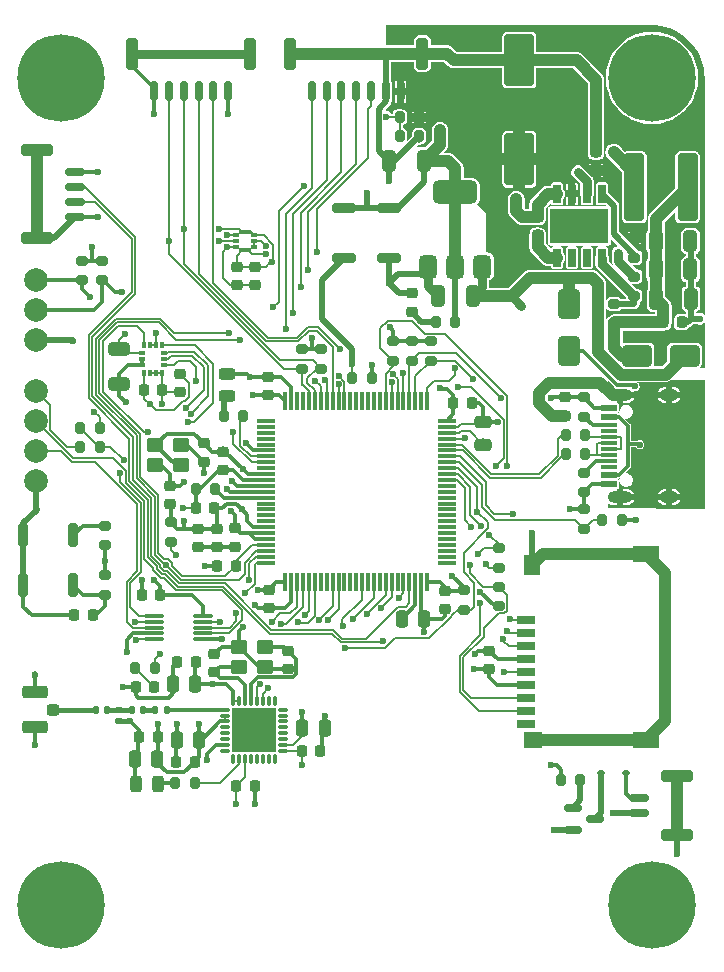
<source format=gbr>
%TF.GenerationSoftware,KiCad,Pcbnew,9.0.3*%
%TF.CreationDate,2025-09-14T01:16:20+07:00*%
%TF.ProjectId,CodeName0,436f6465-4e61-46d6-9530-2e6b69636164,rev?*%
%TF.SameCoordinates,Original*%
%TF.FileFunction,Copper,L1,Top*%
%TF.FilePolarity,Positive*%
%FSLAX46Y46*%
G04 Gerber Fmt 4.6, Leading zero omitted, Abs format (unit mm)*
G04 Created by KiCad (PCBNEW 9.0.3) date 2025-09-14 01:16:20*
%MOMM*%
%LPD*%
G01*
G04 APERTURE LIST*
G04 Aperture macros list*
%AMRoundRect*
0 Rectangle with rounded corners*
0 $1 Rounding radius*
0 $2 $3 $4 $5 $6 $7 $8 $9 X,Y pos of 4 corners*
0 Add a 4 corners polygon primitive as box body*
4,1,4,$2,$3,$4,$5,$6,$7,$8,$9,$2,$3,0*
0 Add four circle primitives for the rounded corners*
1,1,$1+$1,$2,$3*
1,1,$1+$1,$4,$5*
1,1,$1+$1,$6,$7*
1,1,$1+$1,$8,$9*
0 Add four rect primitives between the rounded corners*
20,1,$1+$1,$2,$3,$4,$5,0*
20,1,$1+$1,$4,$5,$6,$7,0*
20,1,$1+$1,$6,$7,$8,$9,0*
20,1,$1+$1,$8,$9,$2,$3,0*%
G04 Aperture macros list end*
%TA.AperFunction,SMDPad,CuDef*%
%ADD10RoundRect,0.250000X0.250000X0.475000X-0.250000X0.475000X-0.250000X-0.475000X0.250000X-0.475000X0*%
%TD*%
%TA.AperFunction,SMDPad,CuDef*%
%ADD11RoundRect,0.200000X-0.200000X-0.275000X0.200000X-0.275000X0.200000X0.275000X-0.200000X0.275000X0*%
%TD*%
%TA.AperFunction,SMDPad,CuDef*%
%ADD12RoundRect,0.225000X-0.250000X0.225000X-0.250000X-0.225000X0.250000X-0.225000X0.250000X0.225000X0*%
%TD*%
%TA.AperFunction,SMDPad,CuDef*%
%ADD13RoundRect,0.225000X0.225000X0.250000X-0.225000X0.250000X-0.225000X-0.250000X0.225000X-0.250000X0*%
%TD*%
%TA.AperFunction,SMDPad,CuDef*%
%ADD14RoundRect,0.200000X-0.275000X0.200000X-0.275000X-0.200000X0.275000X-0.200000X0.275000X0.200000X0*%
%TD*%
%TA.AperFunction,ComponentPad*%
%ADD15C,0.800000*%
%TD*%
%TA.AperFunction,ComponentPad*%
%ADD16C,7.400000*%
%TD*%
%TA.AperFunction,SMDPad,CuDef*%
%ADD17RoundRect,0.250000X1.000000X0.650000X-1.000000X0.650000X-1.000000X-0.650000X1.000000X-0.650000X0*%
%TD*%
%TA.AperFunction,SMDPad,CuDef*%
%ADD18RoundRect,0.225000X-0.225000X-0.250000X0.225000X-0.250000X0.225000X0.250000X-0.225000X0.250000X0*%
%TD*%
%TA.AperFunction,SMDPad,CuDef*%
%ADD19RoundRect,0.250000X0.325000X0.650000X-0.325000X0.650000X-0.325000X-0.650000X0.325000X-0.650000X0*%
%TD*%
%TA.AperFunction,SMDPad,CuDef*%
%ADD20RoundRect,0.200000X0.275000X-0.200000X0.275000X0.200000X-0.275000X0.200000X-0.275000X-0.200000X0*%
%TD*%
%TA.AperFunction,SMDPad,CuDef*%
%ADD21RoundRect,0.250000X-0.325000X-0.650000X0.325000X-0.650000X0.325000X0.650000X-0.325000X0.650000X0*%
%TD*%
%TA.AperFunction,SMDPad,CuDef*%
%ADD22RoundRect,0.218750X0.218750X0.256250X-0.218750X0.256250X-0.218750X-0.256250X0.218750X-0.256250X0*%
%TD*%
%TA.AperFunction,SMDPad,CuDef*%
%ADD23RoundRect,0.250000X1.000000X-1.950000X1.000000X1.950000X-1.000000X1.950000X-1.000000X-1.950000X0*%
%TD*%
%TA.AperFunction,SMDPad,CuDef*%
%ADD24RoundRect,0.200000X-0.800000X0.200000X-0.800000X-0.200000X0.800000X-0.200000X0.800000X0.200000X0*%
%TD*%
%TA.AperFunction,SMDPad,CuDef*%
%ADD25RoundRect,0.243750X-0.243750X-0.456250X0.243750X-0.456250X0.243750X0.456250X-0.243750X0.456250X0*%
%TD*%
%TA.AperFunction,SMDPad,CuDef*%
%ADD26RoundRect,0.140000X0.140000X0.170000X-0.140000X0.170000X-0.140000X-0.170000X0.140000X-0.170000X0*%
%TD*%
%TA.AperFunction,SMDPad,CuDef*%
%ADD27RoundRect,0.218750X-0.256250X0.218750X-0.256250X-0.218750X0.256250X-0.218750X0.256250X0.218750X0*%
%TD*%
%TA.AperFunction,SMDPad,CuDef*%
%ADD28RoundRect,0.200000X0.800000X-0.200000X0.800000X0.200000X-0.800000X0.200000X-0.800000X-0.200000X0*%
%TD*%
%TA.AperFunction,SMDPad,CuDef*%
%ADD29RoundRect,0.250000X-0.600000X-2.600000X0.600000X-2.600000X0.600000X2.600000X-0.600000X2.600000X0*%
%TD*%
%TA.AperFunction,ComponentPad*%
%ADD30C,2.000000*%
%TD*%
%TA.AperFunction,SMDPad,CuDef*%
%ADD31RoundRect,0.218750X0.256250X-0.218750X0.256250X0.218750X-0.256250X0.218750X-0.256250X-0.218750X0*%
%TD*%
%TA.AperFunction,SMDPad,CuDef*%
%ADD32R,1.600000X0.700000*%
%TD*%
%TA.AperFunction,SMDPad,CuDef*%
%ADD33R,1.600000X1.400000*%
%TD*%
%TA.AperFunction,SMDPad,CuDef*%
%ADD34R,2.200000X1.400000*%
%TD*%
%TA.AperFunction,SMDPad,CuDef*%
%ADD35R,1.400000X1.800000*%
%TD*%
%TA.AperFunction,SMDPad,CuDef*%
%ADD36RoundRect,0.225000X0.250000X-0.225000X0.250000X0.225000X-0.250000X0.225000X-0.250000X-0.225000X0*%
%TD*%
%TA.AperFunction,SMDPad,CuDef*%
%ADD37RoundRect,0.250000X-0.450000X-0.350000X0.450000X-0.350000X0.450000X0.350000X-0.450000X0.350000X0*%
%TD*%
%TA.AperFunction,SMDPad,CuDef*%
%ADD38RoundRect,0.375000X0.375000X-0.625000X0.375000X0.625000X-0.375000X0.625000X-0.375000X-0.625000X0*%
%TD*%
%TA.AperFunction,SMDPad,CuDef*%
%ADD39RoundRect,0.500000X1.400000X-0.500000X1.400000X0.500000X-1.400000X0.500000X-1.400000X-0.500000X0*%
%TD*%
%TA.AperFunction,SMDPad,CuDef*%
%ADD40RoundRect,0.140000X0.170000X-0.140000X0.170000X0.140000X-0.170000X0.140000X-0.170000X-0.140000X0*%
%TD*%
%TA.AperFunction,SMDPad,CuDef*%
%ADD41RoundRect,0.150000X0.150000X0.700000X-0.150000X0.700000X-0.150000X-0.700000X0.150000X-0.700000X0*%
%TD*%
%TA.AperFunction,SMDPad,CuDef*%
%ADD42RoundRect,0.250000X0.250000X1.100000X-0.250000X1.100000X-0.250000X-1.100000X0.250000X-1.100000X0*%
%TD*%
%TA.AperFunction,SMDPad,CuDef*%
%ADD43R,1.450000X0.600000*%
%TD*%
%TA.AperFunction,SMDPad,CuDef*%
%ADD44R,1.450000X0.300000*%
%TD*%
%TA.AperFunction,HeatsinkPad*%
%ADD45O,2.100000X1.000000*%
%TD*%
%TA.AperFunction,HeatsinkPad*%
%ADD46O,1.600000X1.000000*%
%TD*%
%TA.AperFunction,SMDPad,CuDef*%
%ADD47RoundRect,0.200000X-0.200000X-0.800000X0.200000X-0.800000X0.200000X0.800000X-0.200000X0.800000X0*%
%TD*%
%TA.AperFunction,SMDPad,CuDef*%
%ADD48RoundRect,0.150000X-0.700000X0.150000X-0.700000X-0.150000X0.700000X-0.150000X0.700000X0.150000X0*%
%TD*%
%TA.AperFunction,SMDPad,CuDef*%
%ADD49RoundRect,0.250000X-1.100000X0.250000X-1.100000X-0.250000X1.100000X-0.250000X1.100000X0.250000X0*%
%TD*%
%TA.AperFunction,SMDPad,CuDef*%
%ADD50RoundRect,0.250000X-0.250000X-0.475000X0.250000X-0.475000X0.250000X0.475000X-0.250000X0.475000X0*%
%TD*%
%TA.AperFunction,SMDPad,CuDef*%
%ADD51RoundRect,0.030000X0.270000X-0.745000X0.270000X0.745000X-0.270000X0.745000X-0.270000X-0.745000X0*%
%TD*%
%TA.AperFunction,ComponentPad*%
%ADD52C,0.500000*%
%TD*%
%TA.AperFunction,SMDPad,CuDef*%
%ADD53R,4.900000X2.950000*%
%TD*%
%TA.AperFunction,SMDPad,CuDef*%
%ADD54RoundRect,0.075000X-0.725000X-0.075000X0.725000X-0.075000X0.725000X0.075000X-0.725000X0.075000X0*%
%TD*%
%TA.AperFunction,SMDPad,CuDef*%
%ADD55RoundRect,0.075000X-0.075000X-0.725000X0.075000X-0.725000X0.075000X0.725000X-0.075000X0.725000X0*%
%TD*%
%TA.AperFunction,SMDPad,CuDef*%
%ADD56RoundRect,0.218750X-0.218750X-0.256250X0.218750X-0.256250X0.218750X0.256250X-0.218750X0.256250X0*%
%TD*%
%TA.AperFunction,SMDPad,CuDef*%
%ADD57RoundRect,0.087500X-0.087500X0.207500X-0.087500X-0.207500X0.087500X-0.207500X0.087500X0.207500X0*%
%TD*%
%TA.AperFunction,SMDPad,CuDef*%
%ADD58RoundRect,0.087500X-0.207500X0.087500X-0.207500X-0.087500X0.207500X-0.087500X0.207500X0.087500X0*%
%TD*%
%TA.AperFunction,SMDPad,CuDef*%
%ADD59RoundRect,0.147500X-0.147500X-0.172500X0.147500X-0.172500X0.147500X0.172500X-0.147500X0.172500X0*%
%TD*%
%TA.AperFunction,SMDPad,CuDef*%
%ADD60RoundRect,0.250000X0.650000X-0.325000X0.650000X0.325000X-0.650000X0.325000X-0.650000X-0.325000X0*%
%TD*%
%TA.AperFunction,SMDPad,CuDef*%
%ADD61RoundRect,0.087500X-0.725000X-0.087500X0.725000X-0.087500X0.725000X0.087500X-0.725000X0.087500X0*%
%TD*%
%TA.AperFunction,SMDPad,CuDef*%
%ADD62RoundRect,0.015750X-0.174250X0.159250X-0.174250X-0.159250X0.174250X-0.159250X0.174250X0.159250X0*%
%TD*%
%TA.AperFunction,SMDPad,CuDef*%
%ADD63RoundRect,0.250000X0.275000X0.250000X-0.275000X0.250000X-0.275000X-0.250000X0.275000X-0.250000X0*%
%TD*%
%TA.AperFunction,SMDPad,CuDef*%
%ADD64RoundRect,0.250000X0.850000X0.275000X-0.850000X0.275000X-0.850000X-0.275000X0.850000X-0.275000X0*%
%TD*%
%TA.AperFunction,SMDPad,CuDef*%
%ADD65RoundRect,0.250000X-0.650000X1.000000X-0.650000X-1.000000X0.650000X-1.000000X0.650000X1.000000X0*%
%TD*%
%TA.AperFunction,SMDPad,CuDef*%
%ADD66RoundRect,0.140000X-0.140000X-0.170000X0.140000X-0.170000X0.140000X0.170000X-0.140000X0.170000X0*%
%TD*%
%TA.AperFunction,SMDPad,CuDef*%
%ADD67RoundRect,0.243750X-0.456250X0.243750X-0.456250X-0.243750X0.456250X-0.243750X0.456250X0.243750X0*%
%TD*%
%TA.AperFunction,SMDPad,CuDef*%
%ADD68RoundRect,0.200000X0.200000X0.275000X-0.200000X0.275000X-0.200000X-0.275000X0.200000X-0.275000X0*%
%TD*%
%TA.AperFunction,SMDPad,CuDef*%
%ADD69RoundRect,0.150000X-0.587500X-0.150000X0.587500X-0.150000X0.587500X0.150000X-0.587500X0.150000X0*%
%TD*%
%TA.AperFunction,SMDPad,CuDef*%
%ADD70RoundRect,0.112500X0.187500X0.112500X-0.187500X0.112500X-0.187500X-0.112500X0.187500X-0.112500X0*%
%TD*%
%TA.AperFunction,SMDPad,CuDef*%
%ADD71RoundRect,0.150000X0.700000X-0.150000X0.700000X0.150000X-0.700000X0.150000X-0.700000X-0.150000X0*%
%TD*%
%TA.AperFunction,SMDPad,CuDef*%
%ADD72RoundRect,0.250000X1.100000X-0.250000X1.100000X0.250000X-1.100000X0.250000X-1.100000X-0.250000X0*%
%TD*%
%TA.AperFunction,SMDPad,CuDef*%
%ADD73RoundRect,0.250000X-0.475000X0.250000X-0.475000X-0.250000X0.475000X-0.250000X0.475000X0.250000X0*%
%TD*%
%TA.AperFunction,SMDPad,CuDef*%
%ADD74RoundRect,0.033750X-0.371250X-0.101250X0.371250X-0.101250X0.371250X0.101250X-0.371250X0.101250X0*%
%TD*%
%TA.AperFunction,SMDPad,CuDef*%
%ADD75RoundRect,0.033750X-0.101250X-0.371250X0.101250X-0.371250X0.101250X0.371250X-0.101250X0.371250X0*%
%TD*%
%TA.AperFunction,SMDPad,CuDef*%
%ADD76R,3.700000X3.700000*%
%TD*%
%TA.AperFunction,ViaPad*%
%ADD77C,0.600000*%
%TD*%
%TA.AperFunction,Conductor*%
%ADD78C,0.300000*%
%TD*%
%TA.AperFunction,Conductor*%
%ADD79C,0.500000*%
%TD*%
%TA.AperFunction,Conductor*%
%ADD80C,1.000000*%
%TD*%
%TA.AperFunction,Conductor*%
%ADD81C,0.200000*%
%TD*%
%TA.AperFunction,Conductor*%
%ADD82C,0.750000*%
%TD*%
%TA.AperFunction,Conductor*%
%ADD83C,0.400000*%
%TD*%
G04 APERTURE END LIST*
D10*
%TO.P,C22,1*%
%TO.N,GND*%
X135750000Y-110750000D03*
%TO.P,C22,2*%
%TO.N,Net-(C22-Pad2)*%
X133850000Y-110750000D03*
%TD*%
D11*
%TO.P,R24,1*%
%TO.N,+3.3V*%
X116425000Y-99750000D03*
%TO.P,R24,2*%
%TO.N,NSRT*%
X118075000Y-99750000D03*
%TD*%
D12*
%TO.P,C31,1*%
%TO.N,+3.3V*%
X121450000Y-80955000D03*
%TO.P,C31,2*%
%TO.N,GND*%
X121450000Y-82505000D03*
%TD*%
D13*
%TO.P,C35,1*%
%TO.N,+3.3V*%
X116312500Y-122850000D03*
%TO.P,C35,2*%
%TO.N,GND*%
X114762500Y-122850000D03*
%TD*%
D11*
%TO.P,R25,1*%
%TO.N,BOOT0*%
X129660000Y-90390000D03*
%TO.P,R25,2*%
%TO.N,GND*%
X131310000Y-90390000D03*
%TD*%
D14*
%TO.P,R26,1*%
%TO.N,+3.3V*%
X127050000Y-87950000D03*
%TO.P,R26,2*%
%TO.N,I2C1_SCL*%
X127050000Y-89600000D03*
%TD*%
D15*
%TO.P,REF\u002A\u002A,1*%
%TO.N,GND*%
X152225000Y-135000000D03*
X153037779Y-133037779D03*
X153037779Y-136962221D03*
X155000000Y-132225000D03*
D16*
X155000000Y-135000000D03*
D15*
X155000000Y-137775000D03*
X156962221Y-133037779D03*
X156962221Y-136962221D03*
X157775000Y-135000000D03*
%TD*%
D17*
%TO.P,D1,1,K*%
%TO.N,+5V*%
X157800000Y-88475000D03*
%TO.P,D1,2,A*%
%TO.N,Net-(D1-A)*%
X153800000Y-88475000D03*
%TD*%
D11*
%TO.P,R11,1*%
%TO.N,USB_DM*%
X147750000Y-96800000D03*
%TO.P,R11,2*%
%TO.N,Net-(J3-D--PadA7)*%
X149400000Y-96800000D03*
%TD*%
D18*
%TO.P,C34,1*%
%TO.N,+3.3V*%
X119850000Y-124925000D03*
%TO.P,C34,2*%
%TO.N,GND*%
X121400000Y-124925000D03*
%TD*%
D19*
%TO.P,C10,1*%
%TO.N,+5V*%
X139887013Y-83438058D03*
%TO.P,C10,2*%
%TO.N,GND*%
X136937013Y-83438058D03*
%TD*%
D20*
%TO.P,R7,1*%
%TO.N,SWCLK*%
X108500000Y-82100000D03*
%TO.P,R7,2*%
%TO.N,+3.3V*%
X108500000Y-80450000D03*
%TD*%
%TO.P,R15,1*%
%TO.N,GND*%
X149300000Y-100050000D03*
%TO.P,R15,2*%
%TO.N,Net-(J3-CC1)*%
X149300000Y-98400000D03*
%TD*%
D21*
%TO.P,C8,1*%
%TO.N,Net-(D1-A)*%
X155350000Y-78775000D03*
%TO.P,C8,2*%
%TO.N,GND*%
X158300000Y-78775000D03*
%TD*%
D14*
%TO.P,R1,1*%
%TO.N,+3.3V*%
X133125000Y-87250000D03*
%TO.P,R1,2*%
%TO.N,SDMMC_CMD*%
X133125000Y-88900000D03*
%TD*%
D22*
%TO.P,FB3,1*%
%TO.N,+3.3V*%
X113225000Y-120750000D03*
%TO.P,FB3,2*%
%TO.N,GND*%
X111650000Y-120750000D03*
%TD*%
D23*
%TO.P,C2,1*%
%TO.N,+BATT*%
X143800000Y-71850000D03*
%TO.P,C2,2*%
%TO.N,GND*%
X143800000Y-63450000D03*
%TD*%
D18*
%TO.P,C28,1*%
%TO.N,+3.3V*%
X125400000Y-121950000D03*
%TO.P,C28,2*%
%TO.N,GND*%
X126950000Y-121950000D03*
%TD*%
D21*
%TO.P,C5,1*%
%TO.N,Net-(D1-A)*%
X155400000Y-83675000D03*
%TO.P,C5,2*%
%TO.N,GND*%
X158350000Y-83675000D03*
%TD*%
D24*
%TO.P,SW2,1,1*%
%TO.N,+3.3V*%
X129000000Y-76000000D03*
%TO.P,SW2,2,2*%
%TO.N,BOOT0*%
X129000000Y-80200000D03*
%TD*%
D25*
%TO.P,D4,1,K*%
%TO.N,GND*%
X111312500Y-124725000D03*
%TO.P,D4,2,A*%
%TO.N,Net-(D4-A)*%
X113187500Y-124725000D03*
%TD*%
D20*
%TO.P,R29,1*%
%TO.N,+3.3V*%
X108750000Y-104525000D03*
%TO.P,R29,2*%
%TO.N,ESP32_BOOT*%
X108750000Y-102875000D03*
%TD*%
D21*
%TO.P,C6,1*%
%TO.N,Net-(D1-A)*%
X155350000Y-81175000D03*
%TO.P,C6,2*%
%TO.N,GND*%
X158300000Y-81175000D03*
%TD*%
D26*
%TO.P,C38,1*%
%TO.N,Net-(C38-Pad1)*%
X108900000Y-118450000D03*
%TO.P,C38,2*%
%TO.N,Net-(J8-In)*%
X107940000Y-118450000D03*
%TD*%
D11*
%TO.P,R23,1*%
%TO.N,Net-(D6-A)*%
X136750000Y-85600000D03*
%TO.P,R23,2*%
%TO.N,+3.3V*%
X138400000Y-85600000D03*
%TD*%
D18*
%TO.P,C37,1*%
%TO.N,GND*%
X106125000Y-110450000D03*
%TO.P,C37,2*%
%TO.N,ESP32_EN*%
X107675000Y-110450000D03*
%TD*%
D27*
%TO.P,D6,1,K*%
%TO.N,GND*%
X134700000Y-83200000D03*
%TO.P,D6,2,A*%
%TO.N,Net-(D6-A)*%
X134700000Y-84775000D03*
%TD*%
D20*
%TO.P,R28,1*%
%TO.N,GPIO_SPI_CS*%
X139100000Y-110000000D03*
%TO.P,R28,2*%
%TO.N,+3.3V*%
X139100000Y-108350000D03*
%TD*%
D12*
%TO.P,C1,1*%
%TO.N,+3.3V*%
X141250000Y-113450000D03*
%TO.P,C1,2*%
%TO.N,GND*%
X141250000Y-115000000D03*
%TD*%
D28*
%TO.P,SW1,1,1*%
%TO.N,GND*%
X132750000Y-80200000D03*
%TO.P,SW1,2,2*%
%TO.N,+3.3V*%
X132750000Y-76000000D03*
%TD*%
D27*
%TO.P,FB2,1*%
%TO.N,+3.3V*%
X119775000Y-103100000D03*
%TO.P,FB2,2*%
%TO.N,Net-(C20-Pad1)*%
X119775000Y-104675000D03*
%TD*%
D20*
%TO.P,R13,1*%
%TO.N,SDMMC_DAT2*%
X136325000Y-88895000D03*
%TO.P,R13,2*%
%TO.N,+3.3V*%
X136325000Y-87245000D03*
%TD*%
D29*
%TO.P,L1,1*%
%TO.N,Net-(U1-PH)*%
X153550000Y-74225000D03*
%TO.P,L1,2*%
%TO.N,Net-(D1-A)*%
X158050000Y-74225000D03*
%TD*%
D30*
%TO.P,J9,1,Pin_1*%
%TO.N,USB_UART_3V3*%
X102900000Y-91450000D03*
%TO.P,J9,2,Pin_2*%
%TO.N,ESP32_PROG_RX*%
X102900000Y-93990000D03*
%TO.P,J9,3,Pin_3*%
%TO.N,ESP32_PROG_TX*%
X102900000Y-96530000D03*
%TO.P,J9,4,Pin_4*%
%TO.N,GND*%
X102900000Y-99070000D03*
%TD*%
D10*
%TO.P,C33,1*%
%TO.N,+3.3V*%
X113162500Y-122600000D03*
%TO.P,C33,2*%
%TO.N,GND*%
X111262500Y-122600000D03*
%TD*%
D31*
%TO.P,FB1,1*%
%TO.N,SHIELD*%
X147700000Y-93575000D03*
%TO.P,FB1,2*%
%TO.N,GND*%
X147700000Y-92000000D03*
%TD*%
D32*
%TO.P,J5,1,DAT2*%
%TO.N,SDMMC_DAT2*%
X144400000Y-110900000D03*
%TO.P,J5,2,DAT3/CD*%
%TO.N,SDMMC_DAT3*%
X144400000Y-112000000D03*
%TO.P,J5,3,CMD*%
%TO.N,SDMMC_CMD*%
X144400000Y-113100000D03*
%TO.P,J5,4,VDD*%
%TO.N,+3.3V*%
X144400000Y-114200000D03*
%TO.P,J5,5,CLK*%
%TO.N,SDMMC_CLK*%
X144400000Y-115300000D03*
%TO.P,J5,6,VSS*%
%TO.N,GND*%
X144400000Y-116400000D03*
%TO.P,J5,7,DAT0*%
%TO.N,SDMMC_DAT0*%
X144400000Y-117500000D03*
%TO.P,J5,8,DAT1*%
%TO.N,SDMMC_DAT1*%
X144400000Y-118600000D03*
%TO.P,J5,9,DET*%
%TO.N,unconnected-(J5-DET-Pad9)*%
X144400000Y-119700000D03*
D33*
%TO.P,J5,10,SHIELD*%
%TO.N,GND*%
X145000000Y-121000000D03*
D34*
X154500000Y-121000000D03*
D35*
X144900000Y-106200000D03*
D34*
X154500000Y-105300000D03*
%TD*%
D11*
%TO.P,R32,1*%
%TO.N,Net-(D4-A)*%
X114687500Y-124700000D03*
%TO.P,R32,2*%
%TO.N,ESP32_STATUS_LED*%
X116337500Y-124700000D03*
%TD*%
D36*
%TO.P,C3,1*%
%TO.N,+BATT*%
X150300000Y-72775000D03*
%TO.P,C3,2*%
%TO.N,GND*%
X150300000Y-71225000D03*
%TD*%
D15*
%TO.P,REF\u002A\u002A,1*%
%TO.N,GND*%
X102225000Y-65000000D03*
X103037779Y-63037779D03*
X103037779Y-66962221D03*
X105000000Y-62225000D03*
D16*
X105000000Y-65000000D03*
D15*
X105000000Y-67775000D03*
X106962221Y-63037779D03*
X106962221Y-66962221D03*
X107775000Y-65000000D03*
%TD*%
D36*
%TO.P,C21,1*%
%TO.N,Net-(C20-Pad1)*%
X116600000Y-104675000D03*
%TO.P,C21,2*%
%TO.N,GND*%
X116600000Y-103125000D03*
%TD*%
D37*
%TO.P,Y1,1,1*%
%TO.N,OSC_IN*%
X113000000Y-97750000D03*
%TO.P,Y1,2,2*%
%TO.N,GND*%
X115200000Y-97750000D03*
%TO.P,Y1,3,3*%
%TO.N,OSC_OUT*%
X115200000Y-96050000D03*
%TO.P,Y1,4,4*%
%TO.N,GND*%
X113000000Y-96050000D03*
%TD*%
D38*
%TO.P,U2,1,GND*%
%TO.N,GND*%
X136087013Y-80938058D03*
%TO.P,U2,2,VO*%
%TO.N,+3.3V*%
X138387013Y-80938058D03*
D39*
X138387013Y-74638058D03*
D38*
%TO.P,U2,3,VI*%
%TO.N,+5V*%
X140687013Y-80938058D03*
%TD*%
D36*
%TO.P,C15,1*%
%TO.N,+3.3V*%
X122600000Y-109850000D03*
%TO.P,C15,2*%
%TO.N,GND*%
X122600000Y-108300000D03*
%TD*%
D11*
%TO.P,R22,1*%
%TO.N,GPIO_BUZZER*%
X147325000Y-124400000D03*
%TO.P,R22,2*%
%TO.N,Net-(Q1-B)*%
X148975000Y-124400000D03*
%TD*%
D40*
%TO.P,C42,1*%
%TO.N,GND*%
X109950000Y-119410000D03*
%TO.P,C42,2*%
%TO.N,Net-(C38-Pad1)*%
X109950000Y-118450000D03*
%TD*%
D41*
%TO.P,J2,1,Pin_1*%
%TO.N,+BATT*%
X133750000Y-66100000D03*
%TO.P,J2,2,Pin_2*%
%TO.N,GND*%
X132500000Y-66100000D03*
%TO.P,J2,3,Pin_3*%
%TO.N,ADC_CURR*%
X131250000Y-66100000D03*
%TO.P,J2,4,Pin_4*%
%TO.N,TIM_CH1*%
X130000000Y-66100000D03*
%TO.P,J2,5,Pin_5*%
%TO.N,TIM_CH2*%
X128750000Y-66100000D03*
%TO.P,J2,6,Pin_6*%
%TO.N,TIM_CH3*%
X127500000Y-66100000D03*
%TO.P,J2,7,Pin_7*%
%TO.N,TIM_CH4*%
X126250000Y-66100000D03*
D42*
%TO.P,J2,MP*%
%TO.N,GND*%
X135600000Y-62900000D03*
X124400000Y-62900000D03*
%TD*%
D36*
%TO.P,C27,1*%
%TO.N,GND*%
X115105000Y-91545000D03*
%TO.P,C27,2*%
%TO.N,+3.3V*%
X115105000Y-89995000D03*
%TD*%
D14*
%TO.P,R16,1*%
%TO.N,GND*%
X149300000Y-92000000D03*
%TO.P,R16,2*%
%TO.N,Net-(J3-CC2)*%
X149300000Y-93650000D03*
%TD*%
D10*
%TO.P,C25,1*%
%TO.N,+3.3V*%
X116700000Y-121000000D03*
%TO.P,C25,2*%
%TO.N,GND*%
X114800000Y-121000000D03*
%TD*%
D43*
%TO.P,J3,A1,GND*%
%TO.N,GND*%
X151405000Y-99370000D03*
%TO.P,J3,A4,VBUS*%
%TO.N,Net-(D2-A)*%
X151405000Y-98570000D03*
D44*
%TO.P,J3,A5,CC1*%
%TO.N,Net-(J3-CC1)*%
X151405000Y-97370000D03*
%TO.P,J3,A6,D+*%
%TO.N,Net-(J3-D+-PadA6)*%
X151405000Y-96370000D03*
%TO.P,J3,A7,D-*%
%TO.N,Net-(J3-D--PadA7)*%
X151405000Y-95870000D03*
%TO.P,J3,A8,SBU1*%
%TO.N,unconnected-(J3-SBU1-PadA8)*%
X151405000Y-94870000D03*
D43*
%TO.P,J3,A9,VBUS*%
%TO.N,Net-(D2-A)*%
X151405000Y-93670000D03*
%TO.P,J3,A12,GND*%
%TO.N,GND*%
X151405000Y-92870000D03*
%TO.P,J3,B1,GND*%
X151405000Y-92870000D03*
%TO.P,J3,B4,VBUS*%
%TO.N,Net-(D2-A)*%
X151405000Y-93670000D03*
D44*
%TO.P,J3,B5,CC2*%
%TO.N,Net-(J3-CC2)*%
X151405000Y-94370000D03*
%TO.P,J3,B6,D+*%
%TO.N,Net-(J3-D+-PadA6)*%
X151405000Y-95370000D03*
%TO.P,J3,B7,D-*%
%TO.N,Net-(J3-D--PadA7)*%
X151405000Y-96870000D03*
%TO.P,J3,B8,SBU2*%
%TO.N,unconnected-(J3-SBU2-PadB8)*%
X151405000Y-97870000D03*
D43*
%TO.P,J3,B9,VBUS*%
%TO.N,Net-(D2-A)*%
X151405000Y-98570000D03*
%TO.P,J3,B12,GND*%
%TO.N,GND*%
X151405000Y-99370000D03*
D45*
%TO.P,J3,S1,SHIELD*%
%TO.N,SHIELD*%
X152320000Y-100440000D03*
D46*
X156500000Y-100440000D03*
D45*
X152320000Y-91800000D03*
D46*
X156500000Y-91800000D03*
%TD*%
D12*
%TO.P,C41,1*%
%TO.N,XTAL_N*%
X124200000Y-113450000D03*
%TO.P,C41,2*%
%TO.N,GND*%
X124200000Y-115000000D03*
%TD*%
D47*
%TO.P,SW4,1,1*%
%TO.N,GND*%
X101800000Y-107900000D03*
%TO.P,SW4,2,2*%
%TO.N,ESP32_EN*%
X106000000Y-107900000D03*
%TD*%
D14*
%TO.P,R4,1*%
%TO.N,SDMMC_DAT0*%
X142050000Y-108050000D03*
%TO.P,R4,2*%
%TO.N,+3.3V*%
X142050000Y-109700000D03*
%TD*%
D48*
%TO.P,J4,1,Pin_1*%
%TO.N,+3.3V*%
X106200000Y-72950000D03*
%TO.P,J4,2,Pin_2*%
%TO.N,USART3_RX*%
X106200000Y-74200000D03*
%TO.P,J4,3,Pin_3*%
%TO.N,USART3_TX*%
X106200000Y-75450000D03*
%TO.P,J4,4,Pin_4*%
%TO.N,GND*%
X106200000Y-76700000D03*
D49*
%TO.P,J4,MP*%
X103000000Y-71100000D03*
X103000000Y-78550000D03*
%TD*%
D15*
%TO.P,REF\u002A\u002A,1*%
%TO.N,GND*%
X102225000Y-135000000D03*
X103037779Y-133037779D03*
X103037779Y-136962221D03*
X105000000Y-132225000D03*
D16*
X105000000Y-135000000D03*
D15*
X105000000Y-137775000D03*
X106962221Y-133037779D03*
X106962221Y-136962221D03*
X107775000Y-135000000D03*
%TD*%
D41*
%TO.P,J6,1,Pin_1*%
%TO.N,+3.3V*%
X119150000Y-66100000D03*
%TO.P,J6,2,Pin_2*%
%TO.N,USART1_RX*%
X117900000Y-66100000D03*
%TO.P,J6,3,Pin_3*%
%TO.N,USART1_TX*%
X116650000Y-66100000D03*
%TO.P,J6,4,Pin_4*%
%TO.N,I2C1_SCL*%
X115400000Y-66100000D03*
%TO.P,J6,5,Pin_5*%
%TO.N,I2C1_SDA*%
X114150000Y-66100000D03*
%TO.P,J6,6,Pin_6*%
%TO.N,GND*%
X112900000Y-66100000D03*
D42*
%TO.P,J6,MP*%
X121000000Y-62900000D03*
X111050000Y-62900000D03*
%TD*%
D14*
%TO.P,R21,1*%
%TO.N,+3.3V*%
X108750000Y-107075000D03*
%TO.P,R21,2*%
%TO.N,ESP32_EN*%
X108750000Y-108725000D03*
%TD*%
D30*
%TO.P,J1,1,Pin_1*%
%TO.N,SWDIO*%
X102900000Y-82100000D03*
%TO.P,J1,2,Pin_2*%
%TO.N,SWCLK*%
X102900000Y-84640000D03*
%TO.P,J1,3,Pin_3*%
%TO.N,GND*%
X102900000Y-87180000D03*
%TD*%
D50*
%TO.P,C24,1*%
%TO.N,GND*%
X114475000Y-116250000D03*
%TO.P,C24,2*%
%TO.N,+3.3V*%
X116375000Y-116250000D03*
%TD*%
D11*
%TO.P,R30,1*%
%TO.N,USB_UART_3V3*%
X106650000Y-96200000D03*
%TO.P,R30,2*%
%TO.N,Net-(U7-S)*%
X108300000Y-96200000D03*
%TD*%
D18*
%TO.P,C39,1*%
%TO.N,GND*%
X111825000Y-108700000D03*
%TO.P,C39,2*%
%TO.N,+3.3V*%
X113375000Y-108700000D03*
%TD*%
D51*
%TO.P,U1,1,BOOT*%
%TO.N,Net-(U1-BOOT)*%
X146995000Y-80175000D03*
%TO.P,U1,2,NC_2*%
%TO.N,unconnected-(U1-NC_2-Pad2)*%
X148265000Y-80175000D03*
%TO.P,U1,3,NC_3*%
%TO.N,unconnected-(U1-NC_3-Pad3)*%
X149535000Y-80175000D03*
%TO.P,U1,4,VSENSE*%
%TO.N,Net-(U1-VSENSE)*%
X150805000Y-80175000D03*
%TO.P,U1,5,ENA*%
%TO.N,Net-(U1-ENA)*%
X150805000Y-74775000D03*
%TO.P,U1,6,GND*%
%TO.N,GND*%
X149535000Y-74775000D03*
%TO.P,U1,7,VIN*%
%TO.N,+BATT*%
X148265000Y-74775000D03*
%TO.P,U1,8,PH*%
%TO.N,Net-(U1-PH)*%
X146995000Y-74775000D03*
D52*
%TO.P,U1,9,POWERPAD*%
%TO.N,GND*%
X146950000Y-78125000D03*
X148250000Y-78125000D03*
X149550000Y-78125000D03*
X150850000Y-78125000D03*
D53*
X148900000Y-77475000D03*
D52*
X146950000Y-76825000D03*
X148250000Y-76825000D03*
X149550000Y-76825000D03*
X150850000Y-76825000D03*
%TD*%
D54*
%TO.P,U3,1,PE2*%
%TO.N,unconnected-(U3-PE2-Pad1)*%
X122325000Y-94000000D03*
%TO.P,U3,2,PE3*%
%TO.N,unconnected-(U3-PE3-Pad2)*%
X122325000Y-94500000D03*
%TO.P,U3,3,PE4*%
%TO.N,unconnected-(U3-PE4-Pad3)*%
X122325000Y-95000000D03*
%TO.P,U3,4,PE5*%
%TO.N,unconnected-(U3-PE5-Pad4)*%
X122325000Y-95500000D03*
%TO.P,U3,5,PE6*%
%TO.N,unconnected-(U3-PE6-Pad5)*%
X122325000Y-96000000D03*
%TO.P,U3,6,VBAT*%
%TO.N,+3.3V*%
X122325000Y-96500000D03*
%TO.P,U3,7,PC13*%
%TO.N,GPIO_LED*%
X122325000Y-97000000D03*
%TO.P,U3,8,PC14*%
%TO.N,GPIO_EXTI14*%
X122325000Y-97500000D03*
%TO.P,U3,9,PC15*%
%TO.N,unconnected-(U3-PC15-Pad9)*%
X122325000Y-98000000D03*
%TO.P,U3,10,VSS*%
%TO.N,GND*%
X122325000Y-98500000D03*
%TO.P,U3,11,VDD*%
%TO.N,+3.3V*%
X122325000Y-99000000D03*
%TO.P,U3,12,PH0*%
%TO.N,OSC_IN*%
X122325000Y-99500000D03*
%TO.P,U3,13,PH1*%
%TO.N,OSC_OUT*%
X122325000Y-100000000D03*
%TO.P,U3,14,NRST*%
%TO.N,NSRT*%
X122325000Y-100500000D03*
%TO.P,U3,15,PC0*%
%TO.N,unconnected-(U3-PC0-Pad15)*%
X122325000Y-101000000D03*
%TO.P,U3,16,PC1*%
%TO.N,unconnected-(U3-PC1-Pad16)*%
X122325000Y-101500000D03*
%TO.P,U3,17,PC2_C*%
%TO.N,unconnected-(U3-PC2_C-Pad17)*%
X122325000Y-102000000D03*
%TO.P,U3,18,PC3_C*%
%TO.N,unconnected-(U3-PC3_C-Pad18)*%
X122325000Y-102500000D03*
%TO.P,U3,19,VSSA*%
%TO.N,GND*%
X122325000Y-103000000D03*
%TO.P,U3,20,VREF+*%
%TO.N,+3.3V*%
X122325000Y-103500000D03*
%TO.P,U3,21,VDDA*%
X122325000Y-104000000D03*
%TO.P,U3,22,PA0*%
%TO.N,ADC_VBATT*%
X122325000Y-104500000D03*
%TO.P,U3,23,PA1*%
%TO.N,ADC_CURR*%
X122325000Y-105000000D03*
%TO.P,U3,24,PA2*%
%TO.N,USART2_TX*%
X122325000Y-105500000D03*
%TO.P,U3,25,PA3*%
%TO.N,USART2_RX*%
X122325000Y-106000000D03*
D55*
%TO.P,U3,26,VSS*%
%TO.N,GND*%
X124000000Y-107675000D03*
%TO.P,U3,27,VDD*%
%TO.N,+3.3V*%
X124500000Y-107675000D03*
%TO.P,U3,28,PA4*%
%TO.N,GPIO_EXTI4*%
X125000000Y-107675000D03*
%TO.P,U3,29,PA5*%
%TO.N,SPI1_SCK*%
X125500000Y-107675000D03*
%TO.P,U3,30,PA6*%
%TO.N,SPI1_MISO*%
X126000000Y-107675000D03*
%TO.P,U3,31,PA7*%
%TO.N,SPI1_MOSI*%
X126500000Y-107675000D03*
%TO.P,U3,32,PC4*%
%TO.N,unconnected-(U3-PC4-Pad32)*%
X127000000Y-107675000D03*
%TO.P,U3,33,PC5*%
%TO.N,unconnected-(U3-PC5-Pad33)*%
X127500000Y-107675000D03*
%TO.P,U3,34,PB0*%
%TO.N,TIM3_CH3*%
X128000000Y-107675000D03*
%TO.P,U3,35,PB1*%
%TO.N,TIM3_CH4*%
X128500000Y-107675000D03*
%TO.P,U3,36,PB2*%
%TO.N,unconnected-(U3-PB2-Pad36)*%
X129000000Y-107675000D03*
%TO.P,U3,37,PE7*%
%TO.N,unconnected-(U3-PE7-Pad37)*%
X129500000Y-107675000D03*
%TO.P,U3,38,PE8*%
%TO.N,unconnected-(U3-PE8-Pad38)*%
X130000000Y-107675000D03*
%TO.P,U3,39,PE9*%
%TO.N,TIM_CH1*%
X130500000Y-107675000D03*
%TO.P,U3,40,PE10*%
%TO.N,unconnected-(U3-PE10-Pad40)*%
X131000000Y-107675000D03*
%TO.P,U3,41,PE11*%
%TO.N,TIM_CH2*%
X131500000Y-107675000D03*
%TO.P,U3,42,PE12*%
%TO.N,unconnected-(U3-PE12-Pad42)*%
X132000000Y-107675000D03*
%TO.P,U3,43,PE13*%
%TO.N,TIM_CH3*%
X132500000Y-107675000D03*
%TO.P,U3,44,PE14*%
%TO.N,TIM_CH4*%
X133000000Y-107675000D03*
%TO.P,U3,45,PE15*%
%TO.N,unconnected-(U3-PE15-Pad45)*%
X133500000Y-107675000D03*
%TO.P,U3,46,PB10*%
%TO.N,USART3_TX*%
X134000000Y-107675000D03*
%TO.P,U3,47,PB11*%
%TO.N,USART3_RX*%
X134500000Y-107675000D03*
%TO.P,U3,48,VCAP*%
%TO.N,Net-(C22-Pad2)*%
X135000000Y-107675000D03*
%TO.P,U3,49,VSS*%
%TO.N,GND*%
X135500000Y-107675000D03*
%TO.P,U3,50,VDD*%
%TO.N,+3.3V*%
X136000000Y-107675000D03*
D54*
%TO.P,U3,51,PB12*%
%TO.N,unconnected-(U3-PB12-Pad51)*%
X137675000Y-106000000D03*
%TO.P,U3,52,PB13*%
%TO.N,unconnected-(U3-PB13-Pad52)*%
X137675000Y-105500000D03*
%TO.P,U3,53,PB14*%
%TO.N,unconnected-(U3-PB14-Pad53)*%
X137675000Y-105000000D03*
%TO.P,U3,54,PB15*%
%TO.N,unconnected-(U3-PB15-Pad54)*%
X137675000Y-104500000D03*
%TO.P,U3,55,PD8*%
%TO.N,unconnected-(U3-PD8-Pad55)*%
X137675000Y-104000000D03*
%TO.P,U3,56,PD9*%
%TO.N,unconnected-(U3-PD9-Pad56)*%
X137675000Y-103500000D03*
%TO.P,U3,57,PD10*%
%TO.N,unconnected-(U3-PD10-Pad57)*%
X137675000Y-103000000D03*
%TO.P,U3,58,PD11*%
%TO.N,unconnected-(U3-PD11-Pad58)*%
X137675000Y-102500000D03*
%TO.P,U3,59,PD12*%
%TO.N,unconnected-(U3-PD12-Pad59)*%
X137675000Y-102000000D03*
%TO.P,U3,60,PD13*%
%TO.N,unconnected-(U3-PD13-Pad60)*%
X137675000Y-101500000D03*
%TO.P,U3,61,PD14*%
%TO.N,unconnected-(U3-PD14-Pad61)*%
X137675000Y-101000000D03*
%TO.P,U3,62,PD15*%
%TO.N,unconnected-(U3-PD15-Pad62)*%
X137675000Y-100500000D03*
%TO.P,U3,63,PC6*%
%TO.N,unconnected-(U3-PC6-Pad63)*%
X137675000Y-100000000D03*
%TO.P,U3,64,PC7*%
%TO.N,unconnected-(U3-PC7-Pad64)*%
X137675000Y-99500000D03*
%TO.P,U3,65,PC8*%
%TO.N,SDMMC_DAT0*%
X137675000Y-99000000D03*
%TO.P,U3,66,PC9*%
%TO.N,SDMMC_DAT1*%
X137675000Y-98500000D03*
%TO.P,U3,67,PA8*%
%TO.N,GPIO_SPI_CS*%
X137675000Y-98000000D03*
%TO.P,U3,68,PA9*%
%TO.N,USB_VBUS*%
X137675000Y-97500000D03*
%TO.P,U3,69,PA10*%
%TO.N,GPIO_BUZZER*%
X137675000Y-97000000D03*
%TO.P,U3,70,PA11*%
%TO.N,USB_DM*%
X137675000Y-96500000D03*
%TO.P,U3,71,PA12*%
%TO.N,USB_DP*%
X137675000Y-96000000D03*
%TO.P,U3,72,PA13*%
%TO.N,SWDIO*%
X137675000Y-95500000D03*
%TO.P,U3,73,VCAP*%
%TO.N,Net-(C23-Pad2)*%
X137675000Y-95000000D03*
%TO.P,U3,74,VSS*%
%TO.N,GND*%
X137675000Y-94500000D03*
%TO.P,U3,75,VDD*%
%TO.N,+3.3V*%
X137675000Y-94000000D03*
D55*
%TO.P,U3,76,PA14*%
%TO.N,SWCLK*%
X136000000Y-92325000D03*
%TO.P,U3,77,PA15*%
%TO.N,unconnected-(U3-PA15-Pad77)*%
X135500000Y-92325000D03*
%TO.P,U3,78,PC10*%
%TO.N,SDMMC_DAT2*%
X135000000Y-92325000D03*
%TO.P,U3,79,PC11*%
%TO.N,SDMMC_DAT3*%
X134500000Y-92325000D03*
%TO.P,U3,80,PC12*%
%TO.N,SDMMC_CLK*%
X134000000Y-92325000D03*
%TO.P,U3,81,PD0*%
%TO.N,UART4_RX*%
X133500000Y-92325000D03*
%TO.P,U3,82,PD1*%
%TO.N,UART4_TX*%
X133000000Y-92325000D03*
%TO.P,U3,83,PD2*%
%TO.N,SDMMC_CMD*%
X132500000Y-92325000D03*
%TO.P,U3,84,PD3*%
%TO.N,unconnected-(U3-PD3-Pad84)*%
X132000000Y-92325000D03*
%TO.P,U3,85,PD4*%
%TO.N,unconnected-(U3-PD4-Pad85)*%
X131500000Y-92325000D03*
%TO.P,U3,86,PD5*%
%TO.N,unconnected-(U3-PD5-Pad86)*%
X131000000Y-92325000D03*
%TO.P,U3,87,PD6*%
%TO.N,unconnected-(U3-PD6-Pad87)*%
X130500000Y-92325000D03*
%TO.P,U3,88,PD7*%
%TO.N,unconnected-(U3-PD7-Pad88)*%
X130000000Y-92325000D03*
%TO.P,U3,89,PB3*%
%TO.N,unconnected-(U3-PB3-Pad89)*%
X129500000Y-92325000D03*
%TO.P,U3,90,PB4*%
%TO.N,TIM3_CH1*%
X129000000Y-92325000D03*
%TO.P,U3,91,PB5*%
%TO.N,TIM3_CH2*%
X128500000Y-92325000D03*
%TO.P,U3,92,PB6*%
%TO.N,USART1_TX*%
X128000000Y-92325000D03*
%TO.P,U3,93,PB7*%
%TO.N,USART1_RX*%
X127500000Y-92325000D03*
%TO.P,U3,94,BOOT0*%
%TO.N,BOOT0*%
X127000000Y-92325000D03*
%TO.P,U3,95,PB8*%
%TO.N,I2C1_SCL*%
X126500000Y-92325000D03*
%TO.P,U3,96,PB9*%
%TO.N,I2C1_SDA*%
X126000000Y-92325000D03*
%TO.P,U3,97,PE0*%
%TO.N,unconnected-(U3-PE0-Pad97)*%
X125500000Y-92325000D03*
%TO.P,U3,98,PE1*%
%TO.N,unconnected-(U3-PE1-Pad98)*%
X125000000Y-92325000D03*
%TO.P,U3,99,VSS*%
%TO.N,GND*%
X124500000Y-92325000D03*
%TO.P,U3,100,VDD*%
%TO.N,+3.3V*%
X124000000Y-92325000D03*
%TD*%
D37*
%TO.P,Y2,1,1*%
%TO.N,XTAL_P*%
X120100000Y-114850000D03*
%TO.P,Y2,2,2*%
%TO.N,GND*%
X122300000Y-114850000D03*
%TO.P,Y2,3,3*%
%TO.N,XTAL_N*%
X122300000Y-113150000D03*
%TO.P,Y2,4,4*%
%TO.N,GND*%
X120100000Y-113150000D03*
%TD*%
D15*
%TO.P,REF\u002A\u002A,1*%
%TO.N,GND*%
X152262779Y-64962221D03*
X153075558Y-63000000D03*
X153075558Y-66924442D03*
X155037779Y-62187221D03*
D16*
X155037779Y-64962221D03*
D15*
X155037779Y-67737221D03*
X157000000Y-63000000D03*
X157000000Y-66924442D03*
X157812779Y-64962221D03*
%TD*%
D50*
%TO.P,C36,1*%
%TO.N,+3.3V*%
X125450000Y-120025000D03*
%TO.P,C36,2*%
%TO.N,GND*%
X127350000Y-120025000D03*
%TD*%
D36*
%TO.P,C20,1*%
%TO.N,Net-(C20-Pad1)*%
X118175000Y-104675000D03*
%TO.P,C20,2*%
%TO.N,GND*%
X118175000Y-103125000D03*
%TD*%
D56*
%TO.P,D7,1,K*%
%TO.N,GND*%
X111325000Y-116500000D03*
%TO.P,D7,2,A*%
%TO.N,Net-(D7-A)*%
X112900000Y-116500000D03*
%TD*%
D57*
%TO.P,U4,1,AP_SDO/AP_AD0*%
%TO.N,SPI1_MISO*%
X113540000Y-87605000D03*
%TO.P,U4,2,RESV_2*%
%TO.N,GND*%
X113040000Y-87605000D03*
%TO.P,U4,3,RESV_3*%
X112540000Y-87605000D03*
%TO.P,U4,4,INT1/INT*%
%TO.N,GPIO_EXTI4*%
X112040000Y-87605000D03*
D58*
%TO.P,U4,5,VDDIO*%
%TO.N,+3.3V*%
X111875000Y-88270000D03*
%TO.P,U4,6,GND*%
%TO.N,GND*%
X111875000Y-88770000D03*
%TO.P,U4,7,RESV_7*%
X111875000Y-89270000D03*
D57*
%TO.P,U4,8,VDD*%
%TO.N,+3.3V*%
X112040000Y-89935000D03*
%TO.P,U4,9,INT2/FSYNC/CLKIN*%
%TO.N,GND*%
X112540000Y-89935000D03*
%TO.P,U4,10,RESV_10*%
X113040000Y-89935000D03*
%TO.P,U4,11,RESV_11*%
X113540000Y-89935000D03*
D58*
%TO.P,U4,12,AP_CS*%
%TO.N,GPIO_SPI_CS*%
X113705000Y-89270000D03*
%TO.P,U4,13,AP_SCL/AP_SCLK*%
%TO.N,SPI1_SCK*%
X113705000Y-88770000D03*
%TO.P,U4,14,AP_SDA/AP_SDIO/AP_SDI*%
%TO.N,SPI1_MOSI*%
X113705000Y-88270000D03*
%TD*%
D13*
%TO.P,C29,1*%
%TO.N,GND*%
X113580000Y-91370000D03*
%TO.P,C29,2*%
%TO.N,+3.3V*%
X112030000Y-91370000D03*
%TD*%
D12*
%TO.P,C13,1*%
%TO.N,OSC_IN*%
X114250000Y-99500000D03*
%TO.P,C13,2*%
%TO.N,GND*%
X114250000Y-101050000D03*
%TD*%
D59*
%TO.P,L2,1*%
%TO.N,Net-(C38-Pad1)*%
X110980000Y-118450000D03*
%TO.P,L2,2*%
%TO.N,Net-(C43-Pad1)*%
X111950000Y-118450000D03*
%TD*%
D60*
%TO.P,C32,1*%
%TO.N,GND*%
X109955000Y-90870000D03*
%TO.P,C32,2*%
%TO.N,+3.3V*%
X109955000Y-87920000D03*
%TD*%
D61*
%TO.P,U7,1,S*%
%TO.N,Net-(U7-S)*%
X112837500Y-110500000D03*
%TO.P,U7,2,HSD1+*%
%TO.N,USART2_TX*%
X112837500Y-111000000D03*
%TO.P,U7,3,HSD2+*%
%TO.N,ESP32_PROG_TX*%
X112837500Y-111500000D03*
%TO.P,U7,4,D+*%
%TO.N,ESP32_RX*%
X112837500Y-112000000D03*
%TO.P,U7,5,GND*%
%TO.N,GND*%
X112837500Y-112500000D03*
%TO.P,U7,6,D-*%
%TO.N,ESP32_TX*%
X117062500Y-112500000D03*
%TO.P,U7,7,HSD2-*%
%TO.N,ESP32_PROG_RX*%
X117062500Y-112000000D03*
%TO.P,U7,8,HSD1-*%
%TO.N,USART2_RX*%
X117062500Y-111500000D03*
%TO.P,U7,9,OE*%
%TO.N,GND*%
X117062500Y-111000000D03*
%TO.P,U7,10,VCC*%
%TO.N,+3.3V*%
X117062500Y-110500000D03*
%TD*%
D14*
%TO.P,R3,1*%
%TO.N,GND*%
X153550000Y-81775000D03*
%TO.P,R3,2*%
%TO.N,Net-(U1-VSENSE)*%
X153550000Y-83425000D03*
%TD*%
D62*
%TO.P,U5,1,VDDIO*%
%TO.N,+3.3V*%
X120865000Y-78035000D03*
%TO.P,U5,2,SCK*%
%TO.N,I2C1_SCL*%
X120365000Y-78035000D03*
%TO.P,U5,3,VSS*%
%TO.N,GND*%
X119850000Y-78300000D03*
%TO.P,U5,4,SDI*%
%TO.N,I2C1_SDA*%
X119850000Y-78800000D03*
%TO.P,U5,5,SDO*%
%TO.N,GND*%
X119850000Y-79300000D03*
%TO.P,U5,6,CSB*%
%TO.N,+3.3V*%
X120365000Y-79565000D03*
%TO.P,U5,7,INT*%
%TO.N,GPIO_EXTI14*%
X120865000Y-79565000D03*
%TO.P,U5,8,VSS*%
%TO.N,GND*%
X121380000Y-79300000D03*
%TO.P,U5,9,VSS*%
X121380000Y-78800000D03*
%TO.P,U5,10,VDD*%
%TO.N,+3.3V*%
X121380000Y-78300000D03*
%TD*%
D63*
%TO.P,J8,1,In*%
%TO.N,Net-(J8-In)*%
X104325000Y-118460000D03*
D64*
%TO.P,J8,2,Ext*%
%TO.N,GND*%
X102800000Y-119935000D03*
X102800000Y-116985000D03*
%TD*%
D36*
%TO.P,C17,1*%
%TO.N,+3.3V*%
X122500000Y-91800000D03*
%TO.P,C17,2*%
%TO.N,GND*%
X122500000Y-90250000D03*
%TD*%
D65*
%TO.P,D2,1,K*%
%TO.N,+5V*%
X148000000Y-84100000D03*
%TO.P,D2,2,A*%
%TO.N,Net-(D2-A)*%
X148000000Y-88100000D03*
%TD*%
D36*
%TO.P,C40,1*%
%TO.N,XTAL_P*%
X118000000Y-115300000D03*
%TO.P,C40,2*%
%TO.N,GND*%
X118000000Y-113750000D03*
%TD*%
D66*
%TO.P,C43,1*%
%TO.N,Net-(C43-Pad1)*%
X112990000Y-118450000D03*
%TO.P,C43,2*%
%TO.N,ESP32_LNA_IN*%
X113950000Y-118450000D03*
%TD*%
D20*
%TO.P,R5,1*%
%TO.N,Net-(D1-A)*%
X151850000Y-85750000D03*
%TO.P,R5,2*%
%TO.N,Net-(U1-VSENSE)*%
X151850000Y-84100000D03*
%TD*%
D67*
%TO.P,D3,1,K*%
%TO.N,GND*%
X119100000Y-90000000D03*
%TO.P,D3,2,A*%
%TO.N,Net-(D3-A)*%
X119100000Y-91875000D03*
%TD*%
D20*
%TO.P,R19,1*%
%TO.N,USB_VBUS*%
X149300000Y-103150000D03*
%TO.P,R19,2*%
%TO.N,GND*%
X149300000Y-101500000D03*
%TD*%
D47*
%TO.P,SW3,1,1*%
%TO.N,GND*%
X101800000Y-103700000D03*
%TO.P,SW3,2,2*%
%TO.N,ESP32_BOOT*%
X106000000Y-103700000D03*
%TD*%
D20*
%TO.P,R2,1*%
%TO.N,Net-(U1-ENA)*%
X153550000Y-80175000D03*
%TO.P,R2,2*%
%TO.N,+BATT*%
X153550000Y-78525000D03*
%TD*%
D14*
%TO.P,R27,1*%
%TO.N,+3.3V*%
X125440000Y-87950000D03*
%TO.P,R27,2*%
%TO.N,I2C1_SDA*%
X125440000Y-89600000D03*
%TD*%
D36*
%TO.P,C9,1*%
%TO.N,Net-(U1-BOOT)*%
X145350000Y-78300000D03*
%TO.P,C9,2*%
%TO.N,Net-(U1-PH)*%
X145350000Y-76750000D03*
%TD*%
D68*
%TO.P,R31,1*%
%TO.N,GND*%
X108300000Y-94600000D03*
%TO.P,R31,2*%
%TO.N,Net-(U7-S)*%
X106650000Y-94600000D03*
%TD*%
D14*
%TO.P,R6,1*%
%TO.N,+3.3V*%
X106800000Y-80450000D03*
%TO.P,R6,2*%
%TO.N,SWDIO*%
X106800000Y-82100000D03*
%TD*%
D13*
%TO.P,C7,1*%
%TO.N,ADC_VBATT*%
X119800000Y-106250000D03*
%TO.P,C7,2*%
%TO.N,GND*%
X118250000Y-106250000D03*
%TD*%
D18*
%TO.P,C4,1*%
%TO.N,Net-(D1-A)*%
X156000000Y-85650000D03*
%TO.P,C4,2*%
%TO.N,GND*%
X157550000Y-85650000D03*
%TD*%
D69*
%TO.P,Q1,1,B*%
%TO.N,Net-(Q1-B)*%
X148350000Y-126750000D03*
%TO.P,Q1,2,E*%
%TO.N,GND*%
X148350000Y-128650000D03*
%TO.P,Q1,3,C*%
%TO.N,Net-(D5-A)*%
X150225000Y-127700000D03*
%TD*%
D70*
%TO.P,D5,1,K*%
%TO.N,Net-(D5-K)*%
X152850000Y-123850000D03*
%TO.P,D5,2,A*%
%TO.N,Net-(D5-A)*%
X150750000Y-123850000D03*
%TD*%
D14*
%TO.P,R8,1*%
%TO.N,SDMMC_DAT1*%
X142050000Y-104800000D03*
%TO.P,R8,2*%
%TO.N,+3.3V*%
X142050000Y-106450000D03*
%TD*%
%TO.P,R9,1*%
%TO.N,GND*%
X114300000Y-102600000D03*
%TO.P,R9,2*%
%TO.N,ADC_CURR*%
X114300000Y-104250000D03*
%TD*%
D36*
%TO.P,C14,1*%
%TO.N,OSC_OUT*%
X117100000Y-97450000D03*
%TO.P,C14,2*%
%TO.N,GND*%
X117100000Y-95900000D03*
%TD*%
D18*
%TO.P,C12,1*%
%TO.N,+3.3V*%
X138225000Y-92500000D03*
%TO.P,C12,2*%
%TO.N,GND*%
X139775000Y-92500000D03*
%TD*%
D19*
%TO.P,C16,1*%
%TO.N,+3.3V*%
X135700000Y-72000000D03*
%TO.P,C16,2*%
%TO.N,GND*%
X132750000Y-72000000D03*
%TD*%
D20*
%TO.P,R10,1*%
%TO.N,SDMMC_DAT3*%
X134725000Y-88900000D03*
%TO.P,R10,2*%
%TO.N,+3.3V*%
X134725000Y-87250000D03*
%TD*%
D36*
%TO.P,C11,1*%
%TO.N,+3.3V*%
X118700000Y-98150000D03*
%TO.P,C11,2*%
%TO.N,GND*%
X118700000Y-96600000D03*
%TD*%
D11*
%TO.P,R33,1*%
%TO.N,Net-(D7-A)*%
X111275000Y-114900000D03*
%TO.P,R33,2*%
%TO.N,+3.3V*%
X112925000Y-114900000D03*
%TD*%
D68*
%TO.P,R17,1*%
%TO.N,+BATT*%
X135325000Y-68300000D03*
%TO.P,R17,2*%
%TO.N,ADC_VBATT*%
X133675000Y-68300000D03*
%TD*%
D18*
%TO.P,C19,1*%
%TO.N,+3.3V*%
X116450000Y-101400000D03*
%TO.P,C19,2*%
%TO.N,GND*%
X118000000Y-101400000D03*
%TD*%
D71*
%TO.P,J7,1,Pin_1*%
%TO.N,+5V*%
X153950000Y-127200000D03*
%TO.P,J7,2,Pin_2*%
%TO.N,Net-(D5-K)*%
X153950000Y-125950000D03*
D72*
%TO.P,J7,MP*%
%TO.N,GND*%
X157150000Y-129050000D03*
X157150000Y-124100000D03*
%TD*%
D11*
%TO.P,R20,1*%
%TO.N,Net-(D3-A)*%
X118775000Y-93600000D03*
%TO.P,R20,2*%
%TO.N,GPIO_LED*%
X120425000Y-93600000D03*
%TD*%
D68*
%TO.P,R18,1*%
%TO.N,GND*%
X135325000Y-69900000D03*
%TO.P,R18,2*%
%TO.N,ADC_VBATT*%
X133675000Y-69900000D03*
%TD*%
D12*
%TO.P,C18,1*%
%TO.N,+3.3V*%
X137500000Y-108400000D03*
%TO.P,C18,2*%
%TO.N,GND*%
X137500000Y-109950000D03*
%TD*%
D11*
%TO.P,R12,1*%
%TO.N,USB_DP*%
X147750000Y-95200000D03*
%TO.P,R12,2*%
%TO.N,Net-(J3-D+-PadA6)*%
X149400000Y-95200000D03*
%TD*%
D73*
%TO.P,C23,1*%
%TO.N,GND*%
X140750000Y-94100000D03*
%TO.P,C23,2*%
%TO.N,Net-(C23-Pad2)*%
X140750000Y-96000000D03*
%TD*%
D12*
%TO.P,C30,1*%
%TO.N,+3.3V*%
X119880000Y-80955000D03*
%TO.P,C30,2*%
%TO.N,GND*%
X119880000Y-82505000D03*
%TD*%
D74*
%TO.P,U6,1,LNA_IN*%
%TO.N,ESP32_LNA_IN*%
X118905000Y-118445000D03*
%TO.P,U6,2,VDD3P3*%
%TO.N,+3.3V*%
X118905000Y-118945000D03*
%TO.P,U6,3,VDD3P3*%
X118905000Y-119445000D03*
%TO.P,U6,4,GPIO0/XTAL_32K_P*%
%TO.N,unconnected-(U6-GPIO0{slash}XTAL_32K_P-Pad4)*%
X118905000Y-119945000D03*
%TO.P,U6,5,GPIO1/XTAL_32K_N*%
%TO.N,unconnected-(U6-GPIO1{slash}XTAL_32K_N-Pad5)*%
X118905000Y-120445000D03*
%TO.P,U6,6,GPIO2*%
%TO.N,ESP32_MISO*%
X118905000Y-120945000D03*
%TO.P,U6,7,CHIP_EN*%
%TO.N,ESP32_EN*%
X118905000Y-121445000D03*
%TO.P,U6,8,GPIO3*%
%TO.N,ESP32_NSS*%
X118905000Y-121945000D03*
D75*
%TO.P,U6,9,GPIO4/MTMS*%
%TO.N,SX_RESET*%
X119600000Y-122640000D03*
%TO.P,U6,10,GPIO5/MTDI*%
%TO.N,ESP32_STATUS_LED*%
X120100000Y-122640000D03*
%TO.P,U6,11,VDD3P3_RTC*%
%TO.N,+3.3V*%
X120600000Y-122640000D03*
%TO.P,U6,12,GPIO6/MTCK*%
%TO.N,ESP32_SCK*%
X121100000Y-122640000D03*
%TO.P,U6,13,GPIO7/MTDO*%
%TO.N,ESP32_MOSI*%
X121600000Y-122640000D03*
%TO.P,U6,14,GPIO8*%
%TO.N,SX_DIO1*%
X122100000Y-122640000D03*
%TO.P,U6,15,GPIO9*%
%TO.N,ESP32_BOOT*%
X122600000Y-122640000D03*
%TO.P,U6,16,GPIO10*%
%TO.N,SX_BUSY*%
X123100000Y-122640000D03*
D74*
%TO.P,U6,17,VDD3P3_CPU*%
%TO.N,+3.3V*%
X123795000Y-121945000D03*
%TO.P,U6,18,VDD_SPI*%
X123795000Y-121445000D03*
%TO.P,U6,19,GPIO12/SPIHD*%
%TO.N,unconnected-(U6-GPIO12{slash}SPIHD-Pad19)*%
X123795000Y-120945000D03*
%TO.P,U6,20,GPIO13/SPIWP*%
%TO.N,unconnected-(U6-GPIO13{slash}SPIWP-Pad20)*%
X123795000Y-120445000D03*
%TO.P,U6,21,GPIO14/SPICS0*%
%TO.N,unconnected-(U6-GPIO14{slash}SPICS0-Pad21)*%
X123795000Y-119945000D03*
%TO.P,U6,22,GPIO15/SPICLK*%
%TO.N,unconnected-(U6-GPIO15{slash}SPICLK-Pad22)*%
X123795000Y-119445000D03*
%TO.P,U6,23,GPIO16/SPID*%
%TO.N,unconnected-(U6-GPIO16{slash}SPID-Pad23)*%
X123795000Y-118945000D03*
%TO.P,U6,24,GPIO17/SPIQ*%
%TO.N,unconnected-(U6-GPIO17{slash}SPIQ-Pad24)*%
X123795000Y-118445000D03*
D75*
%TO.P,U6,25,GPIO18/USB_D-*%
%TO.N,unconnected-(U6-GPIO18{slash}USB_D--Pad25)*%
X123100000Y-117750000D03*
%TO.P,U6,26,GPIO19/USB_D+*%
%TO.N,unconnected-(U6-GPIO19{slash}USB_D+-Pad26)*%
X122600000Y-117750000D03*
%TO.P,U6,27,GPIO20/U0RXD*%
%TO.N,ESP32_RX*%
X122100000Y-117750000D03*
%TO.P,U6,28,GPIO21/U0TXD*%
%TO.N,ESP32_TX*%
X121600000Y-117750000D03*
%TO.P,U6,29,XTAL_N*%
%TO.N,XTAL_N*%
X121100000Y-117750000D03*
%TO.P,U6,30,XTAL_P*%
%TO.N,XTAL_P*%
X120600000Y-117750000D03*
%TO.P,U6,31,VDDA*%
%TO.N,+3.3V*%
X120100000Y-117750000D03*
%TO.P,U6,32,VDDA*%
X119600000Y-117750000D03*
D52*
%TO.P,U6,33,GND*%
%TO.N,GND*%
X120100000Y-118945000D03*
X120100000Y-120195000D03*
X120100000Y-121445000D03*
X121350000Y-118945000D03*
X121350000Y-120195000D03*
D76*
X121350000Y-120195000D03*
D52*
X121350000Y-121445000D03*
X122600000Y-118945000D03*
X122600000Y-120195000D03*
X122600000Y-121445000D03*
%TD*%
D11*
%TO.P,R14,1*%
%TO.N,USB_VBUS*%
X150850000Y-102400000D03*
%TO.P,R14,2*%
%TO.N,Net-(D2-A)*%
X152500000Y-102400000D03*
%TD*%
D18*
%TO.P,C26,1*%
%TO.N,GND*%
X114850000Y-114375000D03*
%TO.P,C26,2*%
%TO.N,+3.3V*%
X116400000Y-114375000D03*
%TD*%
D77*
%TO.N,GND*%
X121700000Y-108300000D03*
X132750000Y-73700000D03*
X114800000Y-119650000D03*
X115450000Y-102500000D03*
X117200000Y-106250000D03*
X111325000Y-112550000D03*
X110500829Y-92399171D03*
X157150000Y-130650000D03*
X120409620Y-98090380D03*
X112900000Y-68000000D03*
X148775000Y-72950000D03*
X148100000Y-101500000D03*
X110250000Y-116500000D03*
X102800000Y-121435000D03*
X135750000Y-111850000D03*
X152200000Y-79775000D03*
X142000000Y-94100000D03*
X150300000Y-67750000D03*
X106000000Y-87200000D03*
X107807446Y-93217554D03*
X132750000Y-82300000D03*
X102900000Y-101450000D03*
X159100000Y-85350000D03*
X121025000Y-90275000D03*
X131300000Y-89250000D03*
X119054732Y-78302053D03*
X146750000Y-128650000D03*
X113040000Y-86520000D03*
X121400000Y-126425000D03*
X110850000Y-119410000D03*
X127325000Y-118950000D03*
X111825000Y-107500000D03*
X140000000Y-115000000D03*
X146450000Y-92050000D03*
X102800000Y-115485000D03*
X122326446Y-79153554D03*
X120453554Y-111453554D03*
X113580000Y-92570000D03*
X118470000Y-111000000D03*
X108100000Y-76700000D03*
X120300000Y-101500000D03*
X144900000Y-103500000D03*
X119050000Y-79303053D03*
%TO.N,OSC_IN*%
X115400000Y-99200000D03*
X119500000Y-99100000D03*
%TO.N,OSC_OUT*%
X119056239Y-99765642D03*
X117100000Y-98450000D03*
%TO.N,+5V*%
X143950000Y-84250000D03*
X151750000Y-127200000D03*
%TO.N,ADC_VBATT*%
X132550000Y-68250000D03*
X120200000Y-87150000D03*
X125608785Y-74091385D03*
X122974000Y-84375000D03*
%TO.N,Net-(D2-A)*%
X154000000Y-96000000D03*
X153650000Y-102400000D03*
X153600000Y-91076000D03*
%TO.N,SWCLK*%
X110200000Y-83100000D03*
X138337651Y-89558975D03*
%TO.N,SWDIO*%
X107450000Y-83500000D03*
X139247560Y-95478413D03*
%TO.N,SDMMC_DAT3*%
X142246946Y-92054054D03*
X142750000Y-111800000D03*
%TO.N,SDMMC_DAT0*%
X139628554Y-106200000D03*
X139749331Y-102949199D03*
%TO.N,SDMMC_CMD*%
X142450000Y-112500000D03*
X142750000Y-97850000D03*
%TO.N,SDMMC_CLK*%
X134000000Y-89950000D03*
X141850000Y-97800000D03*
X142500000Y-115300000D03*
X138650000Y-91100000D03*
%TO.N,SDMMC_DAT2*%
X143000000Y-110774162D03*
X139917892Y-90432108D03*
%TO.N,SDMMC_DAT1*%
X141278554Y-103678554D03*
X140546159Y-102878007D03*
X140500000Y-109400000D03*
X140350000Y-105250000D03*
%TO.N,TIM_CH2*%
X129700000Y-110800000D03*
X125320000Y-82625000D03*
%TO.N,ADC_CURR*%
X119200000Y-86550000D03*
X126650000Y-79700000D03*
X114750000Y-105350000D03*
X113896446Y-106203554D03*
%TO.N,TIM_CH1*%
X128850000Y-111350000D03*
X125950000Y-81250000D03*
%TO.N,TIM_CH3*%
X130878554Y-110328554D03*
X124650000Y-84825000D03*
%TO.N,TIM_CH4*%
X132083554Y-109823554D03*
X124075000Y-86249000D03*
%TO.N,I2C1_SCL*%
X118400000Y-77775000D03*
X115400000Y-77775000D03*
%TO.N,I2C1_SDA*%
X114150000Y-78800000D03*
X118400000Y-78800000D03*
%TO.N,USART1_RX*%
X127344593Y-90571609D03*
X128600000Y-87892050D03*
%TO.N,USART3_TX*%
X133600000Y-108990919D03*
X132300000Y-112625000D03*
%TO.N,USART2_RX*%
X120550000Y-108550000D03*
X119800000Y-110275000D03*
%TO.N,USART2_TX*%
X111275000Y-111025000D03*
X120893288Y-107450000D03*
%TO.N,BOOT0*%
X126511492Y-90587038D03*
X129660000Y-89220000D03*
%TO.N,GPIO_BUZZER*%
X146525000Y-123175000D03*
X143301000Y-101850000D03*
%TO.N,GPIO_SPI_CS*%
X140250000Y-101700000D03*
X116470000Y-90610000D03*
X129075000Y-113227000D03*
%TO.N,GPIO_EXTI14*%
X119600000Y-94900000D03*
X122380000Y-79900000D03*
%TO.N,SPI1_SCK*%
X115550000Y-92896000D03*
X123630000Y-111201000D03*
%TO.N,GPIO_EXTI4*%
X122856178Y-110998012D03*
X112394135Y-94966310D03*
%TO.N,SPI1_MISO*%
X125662435Y-110472435D03*
X115797438Y-94134398D03*
%TO.N,SPI1_MOSI*%
X115970000Y-93456001D03*
X125096747Y-111038123D03*
%TO.N,+3.3V*%
X107650000Y-79300000D03*
X137100000Y-69400000D03*
X108100000Y-72950000D03*
X112505000Y-92595000D03*
X121300000Y-91800000D03*
X115350000Y-101400000D03*
X113375000Y-113725000D03*
X137125000Y-91250000D03*
X119418140Y-101651000D03*
X138150000Y-107150000D03*
X110450000Y-86650000D03*
X126250000Y-86950000D03*
X116700000Y-119650000D03*
X132828554Y-86078554D03*
X125450000Y-118625000D03*
X140499999Y-108467135D03*
X140016393Y-113766393D03*
X125400000Y-123125000D03*
X119850000Y-126450000D03*
X120700000Y-95900000D03*
X122880000Y-80565000D03*
X112875453Y-107449546D03*
X130925000Y-74700000D03*
X140950000Y-106150000D03*
X117850000Y-116300000D03*
X108750000Y-105875000D03*
X113225000Y-119625000D03*
X121400000Y-109550000D03*
X119150000Y-68000000D03*
%TO.N,Net-(U1-PH)*%
X143550000Y-75225000D03*
X151800000Y-71225000D03*
%TO.N,TIM3_CH2*%
X128500000Y-90882106D03*
%TO.N,TIM3_CH4*%
X127572095Y-110825967D03*
%TO.N,TIM3_CH3*%
X126871549Y-110819406D03*
%TO.N,TIM3_CH1*%
X128500000Y-90175000D03*
%TO.N,UART4_TX*%
X133000000Y-90744192D03*
%TO.N,UART4_RX*%
X133147252Y-90059855D03*
%TO.N,ESP32_EN*%
X117350000Y-122700000D03*
%TO.N,Net-(U7-S)*%
X109994446Y-98451554D03*
X110297000Y-97339894D03*
%TO.N,ESP32_TX*%
X121863909Y-116263909D03*
X118650000Y-112500000D03*
%TO.N,ESP32_RX*%
X110575000Y-113525000D03*
X122550000Y-116650000D03*
%TD*%
D78*
%TO.N,GND*%
X120750000Y-90000000D02*
X121025000Y-90275000D01*
X114300000Y-101100000D02*
X114250000Y-101050000D01*
D79*
X158350000Y-78825000D02*
X158300000Y-78775000D01*
X132500000Y-66949999D02*
X132500000Y-66100000D01*
D80*
X157150000Y-124100000D02*
X157150000Y-129050000D01*
D78*
X116600000Y-103125000D02*
X118175000Y-103125000D01*
D81*
X112540000Y-89935000D02*
X113540000Y-89935000D01*
X113580000Y-91370000D02*
X113580000Y-89975000D01*
X118680000Y-79673053D02*
X119050000Y-79303053D01*
D78*
X118919240Y-96600000D02*
X120409620Y-98090380D01*
X127125000Y-120600000D02*
X127125000Y-122125000D01*
X122450000Y-115000000D02*
X122300000Y-114850000D01*
D81*
X119054732Y-78302053D02*
X119847947Y-78302053D01*
D79*
X132750000Y-72000000D02*
X131899000Y-71149000D01*
D78*
X122600000Y-108300000D02*
X121700000Y-108300000D01*
D81*
X113040000Y-87605000D02*
X112540000Y-87605000D01*
X113580000Y-89975000D02*
X113540000Y-89935000D01*
D82*
X149535000Y-74775000D02*
X149535000Y-73710000D01*
D78*
X151405000Y-92870000D02*
X150170000Y-92870000D01*
D79*
X102950000Y-101500000D02*
X102950000Y-101525000D01*
D78*
X112900000Y-65800000D02*
X111050000Y-63950000D01*
X120750000Y-101950000D02*
X120300000Y-101500000D01*
X102525000Y-110450000D02*
X101800000Y-109725000D01*
D81*
X121380000Y-78800000D02*
X121972892Y-78800000D01*
D78*
X124500000Y-91100000D02*
X123650000Y-90250000D01*
X102800000Y-119935000D02*
X102800000Y-121435000D01*
X131310000Y-90390000D02*
X131310000Y-89260000D01*
X137500000Y-110500000D02*
X137250000Y-110750000D01*
X114762500Y-121037500D02*
X114800000Y-121000000D01*
X127350000Y-118975000D02*
X127325000Y-118950000D01*
D81*
X119177947Y-78302053D02*
X119180000Y-78300000D01*
X119053053Y-79300000D02*
X119050000Y-79303053D01*
D78*
X127350000Y-120375000D02*
X127125000Y-120600000D01*
D82*
X111050000Y-62900000D02*
X121000000Y-62900000D01*
D80*
X150300000Y-67750000D02*
X150300000Y-71225000D01*
D78*
X135750000Y-111850000D02*
X135750000Y-110750000D01*
X139775000Y-92500000D02*
X140400000Y-92500000D01*
X135500000Y-110500000D02*
X135750000Y-110750000D01*
X131310000Y-89260000D02*
X131300000Y-89250000D01*
D81*
X115105000Y-91545000D02*
X113755000Y-91545000D01*
D78*
X141250000Y-115000000D02*
X140000000Y-115000000D01*
D79*
X102900000Y-87180000D02*
X105980000Y-87180000D01*
D81*
X140600000Y-94250000D02*
X140750000Y-94100000D01*
X119847947Y-78302053D02*
X119850000Y-78300000D01*
D78*
X122325000Y-98500000D02*
X120819240Y-98500000D01*
X118250000Y-106250000D02*
X117200000Y-106250000D01*
D81*
X138884957Y-94248000D02*
X139715043Y-94248000D01*
D78*
X114475000Y-116250000D02*
X114475000Y-117075000D01*
X145000000Y-116400000D02*
X144400000Y-116400000D01*
X118600000Y-113150000D02*
X118000000Y-113750000D01*
X109955000Y-90870000D02*
X109955000Y-91853342D01*
X118633520Y-101400000D02*
X119032520Y-101001000D01*
D79*
X148350000Y-128650000D02*
X146750000Y-128650000D01*
D80*
X143800000Y-63450000D02*
X138250000Y-63450000D01*
D78*
X140750000Y-92850000D02*
X140750000Y-94100000D01*
X116600000Y-103125000D02*
X115450000Y-103125000D01*
X111487500Y-120862500D02*
X111650000Y-120700000D01*
D79*
X106200000Y-76725000D02*
X104375000Y-78550000D01*
D78*
X115450000Y-103125000D02*
X114825000Y-103125000D01*
D79*
X102950000Y-101525000D02*
X101800000Y-102675000D01*
X158350000Y-83675000D02*
X158350000Y-78825000D01*
X158350000Y-85350000D02*
X159100000Y-85350000D01*
D78*
X111875000Y-89270000D02*
X110705000Y-89270000D01*
D82*
X149535000Y-73710000D02*
X148775000Y-72950000D01*
D78*
X114450000Y-116275000D02*
X114475000Y-116250000D01*
X122300000Y-114850000D02*
X121800000Y-114850000D01*
D81*
X139717043Y-94250000D02*
X140600000Y-94250000D01*
D82*
X153550000Y-81775000D02*
X152200000Y-80425000D01*
D78*
X142000000Y-94100000D02*
X140750000Y-94100000D01*
X111262500Y-122550000D02*
X111487500Y-122325000D01*
D80*
X145800000Y-105300000D02*
X144900000Y-106200000D01*
D78*
X118000000Y-101400000D02*
X118633520Y-101400000D01*
D79*
X102900000Y-101450000D02*
X102900000Y-99070000D01*
D78*
X149300000Y-100050000D02*
X149300000Y-101500000D01*
D79*
X157150000Y-130650000D02*
X157150000Y-129050000D01*
D78*
X111650000Y-120200000D02*
X111650000Y-120750000D01*
X135325000Y-69900000D02*
X135325000Y-70275000D01*
X111325000Y-116500000D02*
X110250000Y-116500000D01*
X101800000Y-109725000D02*
X101800000Y-107900000D01*
X111050000Y-63950000D02*
X111050000Y-62900000D01*
X118700000Y-96600000D02*
X118919240Y-96600000D01*
D79*
X132500000Y-66100000D02*
X132500000Y-62900000D01*
D78*
X146500000Y-92000000D02*
X146450000Y-92050000D01*
X123225000Y-107675000D02*
X122600000Y-108300000D01*
D82*
X136087013Y-80938058D02*
X136087013Y-82588058D01*
D79*
X101800000Y-102675000D02*
X101800000Y-103700000D01*
D78*
X149300000Y-101500000D02*
X148100000Y-101500000D01*
D81*
X119880000Y-82505000D02*
X119285000Y-82505000D01*
D80*
X154500000Y-105300000D02*
X145800000Y-105300000D01*
D78*
X124000000Y-107675000D02*
X123225000Y-107675000D01*
X145000000Y-121000000D02*
X145451000Y-120549000D01*
X114800000Y-121000000D02*
X114800000Y-119650000D01*
D80*
X154500000Y-121000000D02*
X145000000Y-121000000D01*
D79*
X102900000Y-101450000D02*
X102950000Y-101500000D01*
D78*
X118200000Y-103100000D02*
X118175000Y-103125000D01*
X111325000Y-117225000D02*
X111325000Y-116500000D01*
D80*
X135600000Y-62900000D02*
X132500000Y-62900000D01*
D78*
X120100000Y-111807108D02*
X120453554Y-111453554D01*
X127125000Y-122125000D02*
X126950000Y-122300000D01*
D81*
X121380000Y-79300000D02*
X121380000Y-78800000D01*
D78*
X106200000Y-76700000D02*
X106200000Y-76725000D01*
D79*
X136087013Y-80938058D02*
X135475071Y-81550000D01*
D78*
X114475000Y-116250000D02*
X114475000Y-114750000D01*
X110705000Y-89270000D02*
X109955000Y-90020000D01*
D81*
X119880000Y-82505000D02*
X121450000Y-82505000D01*
X113580000Y-92570000D02*
X113580000Y-91370000D01*
D78*
X112900000Y-66100000D02*
X112900000Y-68000000D01*
D81*
X119285000Y-82505000D02*
X118680000Y-81900000D01*
D78*
X121250000Y-103000000D02*
X120750000Y-102500000D01*
X114125000Y-117425000D02*
X111525000Y-117425000D01*
X119801000Y-101001000D02*
X120300000Y-101500000D01*
X106200000Y-76700000D02*
X108100000Y-76700000D01*
D81*
X117062500Y-111000000D02*
X118470000Y-111000000D01*
D78*
X116299000Y-95099000D02*
X113951000Y-95099000D01*
D79*
X101800000Y-107900000D02*
X101800000Y-103700000D01*
D78*
X122325000Y-103000000D02*
X121250000Y-103000000D01*
X110860000Y-119410000D02*
X111650000Y-120200000D01*
D81*
X112837500Y-112500000D02*
X111375000Y-112500000D01*
D78*
X144400000Y-116400000D02*
X141950000Y-116400000D01*
X119032520Y-101001000D02*
X119801000Y-101001000D01*
X114700000Y-97750000D02*
X113000000Y-96050000D01*
X111262500Y-124625000D02*
X111312500Y-124675000D01*
X118175000Y-101575000D02*
X118000000Y-101400000D01*
D79*
X132750000Y-72000000D02*
X132750000Y-73700000D01*
D78*
X110850000Y-119410000D02*
X110860000Y-119410000D01*
X147700000Y-92000000D02*
X149300000Y-92000000D01*
D79*
X132750000Y-80200000D02*
X132750000Y-82300000D01*
D78*
X144400000Y-116400000D02*
X144250000Y-116250000D01*
X120750000Y-102500000D02*
X120750000Y-101950000D01*
X117100000Y-95900000D02*
X116299000Y-95099000D01*
X120100000Y-113150000D02*
X120100000Y-111807108D01*
X118150000Y-103100000D02*
X118175000Y-103125000D01*
X124200000Y-115000000D02*
X122450000Y-115000000D01*
D79*
X102900000Y-87180000D02*
X102900000Y-87100000D01*
D78*
X114475000Y-114750000D02*
X114850000Y-114375000D01*
D81*
X139715043Y-94248000D02*
X139717043Y-94250000D01*
D78*
X149980000Y-99370000D02*
X149300000Y-100050000D01*
X121050000Y-90250000D02*
X121025000Y-90275000D01*
D81*
X113755000Y-91545000D02*
X113580000Y-91370000D01*
D79*
X135475071Y-81550000D02*
X133500000Y-81550000D01*
X133500000Y-81550000D02*
X132750000Y-82300000D01*
D78*
X111487500Y-122325000D02*
X111487500Y-120862500D01*
D79*
X158350000Y-85350000D02*
X158350000Y-83675000D01*
X133650000Y-83200000D02*
X132750000Y-82300000D01*
D78*
X137500000Y-109950000D02*
X137500000Y-110500000D01*
X114300000Y-102600000D02*
X114300000Y-101100000D01*
X102900000Y-110450000D02*
X102525000Y-110450000D01*
D79*
X132750000Y-72000000D02*
X133225000Y-72000000D01*
D78*
X113951000Y-95099000D02*
X113000000Y-96050000D01*
X114475000Y-117075000D02*
X114125000Y-117425000D01*
D81*
X114930000Y-91370000D02*
X115105000Y-91545000D01*
D79*
X104375000Y-78550000D02*
X103000000Y-78550000D01*
D78*
X117800000Y-96600000D02*
X117100000Y-95900000D01*
D81*
X137675000Y-94500000D02*
X138632957Y-94500000D01*
D80*
X156101000Y-106901000D02*
X154500000Y-105300000D01*
D78*
X124500000Y-92325000D02*
X124500000Y-91100000D01*
X102800000Y-115515000D02*
X102800000Y-116985000D01*
D80*
X148650000Y-63450000D02*
X143800000Y-63450000D01*
D78*
X121800000Y-114850000D02*
X120100000Y-113150000D01*
D79*
X131899000Y-71149000D02*
X131899000Y-67550999D01*
D78*
X114825000Y-103125000D02*
X114300000Y-102600000D01*
D79*
X158050000Y-85650000D02*
X158350000Y-85350000D01*
X131899000Y-67550999D02*
X132500000Y-66949999D01*
D78*
X114762500Y-122850000D02*
X114762500Y-121037500D01*
X111875000Y-89270000D02*
X111875000Y-88796000D01*
D80*
X154500000Y-121000000D02*
X156101000Y-119399000D01*
D78*
X111425000Y-122400000D02*
X111225000Y-122600000D01*
D81*
X113040000Y-86520000D02*
X113040000Y-87605000D01*
D78*
X123650000Y-90250000D02*
X122500000Y-90250000D01*
D80*
X150300000Y-65100000D02*
X148650000Y-63450000D01*
D78*
X102800000Y-115375000D02*
X102800000Y-115345000D01*
D80*
X138250000Y-63450000D02*
X137700000Y-62900000D01*
D78*
X111825000Y-108700000D02*
X111825000Y-107500000D01*
X106125000Y-110450000D02*
X102900000Y-110450000D01*
D81*
X119054732Y-78302053D02*
X119177947Y-78302053D01*
D78*
X140400000Y-92500000D02*
X140750000Y-92850000D01*
D80*
X137700000Y-62900000D02*
X135600000Y-62900000D01*
X156101000Y-119399000D02*
X156101000Y-106901000D01*
D78*
X119100000Y-90000000D02*
X120750000Y-90000000D01*
X112900000Y-66100000D02*
X112900000Y-65800000D01*
X120819240Y-98500000D02*
X120409620Y-98090380D01*
X127350000Y-120375000D02*
X127350000Y-118975000D01*
D79*
X133225000Y-72000000D02*
X135325000Y-69900000D01*
D82*
X152200000Y-80425000D02*
X152200000Y-79775000D01*
D78*
X115450000Y-103125000D02*
X115450000Y-102500000D01*
D81*
X108300000Y-94600000D02*
X108300000Y-93710108D01*
D78*
X121400000Y-124925000D02*
X121400000Y-126075000D01*
D81*
X108300000Y-93710108D02*
X107807446Y-93217554D01*
D79*
X157550000Y-85650000D02*
X158050000Y-85650000D01*
D78*
X141950000Y-116400000D02*
X141250000Y-115700000D01*
X118700000Y-96600000D02*
X117800000Y-96600000D01*
X141250000Y-115700000D02*
X141250000Y-115000000D01*
D80*
X132500000Y-62900000D02*
X124400000Y-62900000D01*
D79*
X144900000Y-106200000D02*
X144900000Y-103500000D01*
D81*
X111375000Y-112500000D02*
X111325000Y-112550000D01*
D79*
X134700000Y-83200000D02*
X133650000Y-83200000D01*
D81*
X121972892Y-78800000D02*
X122326446Y-79153554D01*
D83*
X110850000Y-119410000D02*
X109950000Y-119410000D01*
D78*
X137250000Y-110750000D02*
X135750000Y-110750000D01*
X150170000Y-92870000D02*
X149300000Y-92000000D01*
X111525000Y-117425000D02*
X111325000Y-117225000D01*
D79*
X105980000Y-87180000D02*
X106000000Y-87200000D01*
D78*
X122500000Y-90250000D02*
X121050000Y-90250000D01*
X147700000Y-92000000D02*
X146500000Y-92000000D01*
X120100000Y-113150000D02*
X118600000Y-113150000D01*
X111262500Y-122550000D02*
X111262500Y-124625000D01*
X109955000Y-91853342D02*
X110500829Y-92399171D01*
D81*
X118680000Y-81900000D02*
X118680000Y-79673053D01*
D78*
X109955000Y-90020000D02*
X109955000Y-90870000D01*
D81*
X138632957Y-94500000D02*
X138884957Y-94248000D01*
D80*
X150300000Y-65100000D02*
X150300000Y-67750000D01*
D78*
X151405000Y-99370000D02*
X149980000Y-99370000D01*
D82*
X136087013Y-82588058D02*
X136937013Y-83438058D01*
D78*
X135500000Y-107675000D02*
X135500000Y-110500000D01*
X118175000Y-103125000D02*
X118175000Y-101575000D01*
D80*
X103000000Y-71100000D02*
X103000000Y-78550000D01*
D78*
X115200000Y-97750000D02*
X114700000Y-97750000D01*
X102800000Y-115865000D02*
X102795000Y-115860000D01*
D81*
X119850000Y-79300000D02*
X119053053Y-79300000D01*
D78*
X118700000Y-96300000D02*
X118700000Y-96600000D01*
D81*
%TO.N,Net-(C20-Pad1)*%
X120150000Y-104625000D02*
X120125000Y-104650000D01*
D78*
X116600000Y-104675000D02*
X119775000Y-104675000D01*
%TO.N,OSC_IN*%
X113500000Y-97750000D02*
X114250000Y-98500000D01*
X114500000Y-99250000D02*
X114250000Y-99500000D01*
X114250000Y-98500000D02*
X114250000Y-99500000D01*
X122325000Y-99500000D02*
X119900000Y-99500000D01*
X114250000Y-99500000D02*
X115100000Y-99500000D01*
X119900000Y-99500000D02*
X119500000Y-99100000D01*
X115100000Y-99500000D02*
X115400000Y-99200000D01*
X113000000Y-97750000D02*
X113500000Y-97750000D01*
%TO.N,OSC_OUT*%
X117100000Y-97450000D02*
X117100000Y-98450000D01*
X122325000Y-100000000D02*
X119290597Y-100000000D01*
X119290597Y-100000000D02*
X119056239Y-99765642D01*
X115200000Y-96050000D02*
X115700000Y-96050000D01*
X115700000Y-96050000D02*
X117100000Y-97450000D01*
D80*
%TO.N,Net-(D1-A)*%
X151850000Y-87828374D02*
X152496626Y-88475000D01*
X156000000Y-84275000D02*
X155400000Y-83675000D01*
X158050000Y-74225000D02*
X155400000Y-76875000D01*
X158050000Y-74225000D02*
X158050000Y-75375000D01*
X151950000Y-85650000D02*
X151850000Y-85750000D01*
X155400000Y-76875000D02*
X155400000Y-83675000D01*
D79*
X155350000Y-83625000D02*
X155400000Y-83675000D01*
D80*
X156000000Y-85650000D02*
X151950000Y-85650000D01*
X156000000Y-85650000D02*
X156000000Y-84275000D01*
X152496626Y-88475000D02*
X153800000Y-88475000D01*
X151850000Y-85750000D02*
X151850000Y-87828374D01*
%TO.N,+5V*%
X148000000Y-82009959D02*
X147900000Y-81909959D01*
D82*
X143950000Y-84250000D02*
X143161942Y-83461942D01*
D80*
X143161942Y-83438058D02*
X139887013Y-83438058D01*
X152399156Y-90076000D02*
X150449000Y-88125844D01*
D82*
X140687013Y-80938058D02*
X140687013Y-82638058D01*
D80*
X157800000Y-88475000D02*
X156199000Y-90076000D01*
X149990041Y-81909959D02*
X147900000Y-81909959D01*
X156199000Y-90076000D02*
X152399156Y-90076000D01*
X148000000Y-84100000D02*
X148000000Y-82009959D01*
X150449000Y-82368918D02*
X149990041Y-81909959D01*
X150449000Y-88125844D02*
X150449000Y-82368918D01*
D79*
X153950000Y-127200000D02*
X151750000Y-127200000D01*
D82*
X143161942Y-83461942D02*
X143161942Y-83438058D01*
D80*
X144690041Y-81909959D02*
X143161942Y-83438058D01*
X147900000Y-81909959D02*
X144690041Y-81909959D01*
D82*
X140687013Y-82638058D02*
X139887013Y-83438058D01*
D81*
%TO.N,ADC_VBATT*%
X114751365Y-87150000D02*
X120200000Y-87150000D01*
X122975000Y-84375000D02*
X123450000Y-83900000D01*
X108253000Y-87152318D02*
X109747503Y-85657815D01*
X113259180Y-85657815D02*
X114751365Y-87150000D01*
X132600000Y-68300000D02*
X132550000Y-68250000D01*
X111700000Y-95091422D02*
X108253000Y-91644422D01*
X119800000Y-106250000D02*
X118901594Y-107148406D01*
X113761018Y-105702554D02*
X113250000Y-105191536D01*
X119800000Y-105866100D02*
X119800000Y-106250000D01*
X121166100Y-104500000D02*
X119800000Y-105866100D01*
X111700000Y-98741422D02*
X111700000Y-95091422D01*
X114397446Y-106278876D02*
X114397446Y-105996033D01*
X123450000Y-83900000D02*
X123450000Y-76250170D01*
X114397446Y-105996033D02*
X114103967Y-105702554D01*
X109747503Y-85657815D02*
X113259180Y-85657815D01*
X113250000Y-105191536D02*
X113250000Y-100291422D01*
X123450000Y-76250170D02*
X125608785Y-74091385D01*
X122974000Y-84375000D02*
X122975000Y-84375000D01*
X113250000Y-100291422D02*
X111700000Y-98741422D01*
X118901594Y-107148406D02*
X115266976Y-107148406D01*
X108253000Y-91644422D02*
X108253000Y-87152318D01*
X133675000Y-68300000D02*
X133675000Y-69900000D01*
X115266976Y-107148406D02*
X114397446Y-106278876D01*
X122325000Y-104500000D02*
X121166100Y-104500000D01*
X114103967Y-105702554D02*
X113761018Y-105702554D01*
X133675000Y-68300000D02*
X132600000Y-68300000D01*
D78*
%TO.N,Net-(D2-A)*%
X149219660Y-88100000D02*
X148000000Y-88100000D01*
X153987882Y-95987882D02*
X154000000Y-96000000D01*
X152263281Y-93670000D02*
X151405000Y-93670000D01*
X153031000Y-95987882D02*
X153987882Y-95987882D01*
X152263281Y-98570000D02*
X151405000Y-98570000D01*
X153600000Y-91076000D02*
X153451000Y-90927000D01*
X153031000Y-95987882D02*
X153031000Y-94437719D01*
X152046660Y-90927000D02*
X149219660Y-88100000D01*
X153031000Y-95987882D02*
X153031000Y-97802281D01*
X152500000Y-102400000D02*
X152450000Y-102400000D01*
X152500000Y-102400000D02*
X153650000Y-102400000D01*
X153451000Y-90927000D02*
X152046660Y-90927000D01*
X153031000Y-97802281D02*
X152263281Y-98570000D01*
X153031000Y-94437719D02*
X152263281Y-93670000D01*
D79*
%TO.N,Net-(D3-A)*%
X118775000Y-93600000D02*
X118775000Y-92200000D01*
X118775000Y-92200000D02*
X119100000Y-91875000D01*
%TO.N,Net-(D5-A)*%
X150750000Y-127175000D02*
X150225000Y-127700000D01*
X150750000Y-123850000D02*
X150750000Y-127175000D01*
%TO.N,Net-(D6-A)*%
X135525000Y-85600000D02*
X134700000Y-84775000D01*
X136750000Y-85600000D02*
X135525000Y-85600000D01*
D78*
%TO.N,SWCLK*%
X108550000Y-82100000D02*
X109550000Y-83100000D01*
D81*
X138337651Y-89558975D02*
X138228676Y-89450000D01*
X136621642Y-90628358D02*
X137846642Y-90628358D01*
X136000000Y-91250000D02*
X136621642Y-90628358D01*
D78*
X108500000Y-82100000D02*
X108550000Y-82100000D01*
D81*
X137846642Y-90628358D02*
X138337651Y-90137349D01*
D78*
X108500000Y-83900000D02*
X108500000Y-82100000D01*
D81*
X138337651Y-90137349D02*
X138337651Y-89558975D01*
X136000000Y-92325000D02*
X136000000Y-91250000D01*
D78*
X107760000Y-84640000D02*
X108500000Y-83900000D01*
X109550000Y-83100000D02*
X110200000Y-83100000D01*
X102900000Y-84640000D02*
X107760000Y-84640000D01*
D81*
%TO.N,SWDIO*%
X137675000Y-95500000D02*
X139225973Y-95500000D01*
D78*
X102900000Y-82100000D02*
X106800000Y-82100000D01*
D81*
X139225973Y-95500000D02*
X139247560Y-95478413D01*
D78*
X106800000Y-82100000D02*
X106800000Y-82850000D01*
X106800000Y-82850000D02*
X107450000Y-83500000D01*
D81*
%TO.N,SDMMC_DAT3*%
X134725000Y-88900000D02*
X135331000Y-88294000D01*
X138486892Y-88294000D02*
X142246946Y-92054054D01*
X144400000Y-112000000D02*
X142950000Y-112000000D01*
X134725000Y-88900000D02*
X134500000Y-89125000D01*
X135331000Y-88294000D02*
X138486892Y-88294000D01*
X142950000Y-112000000D02*
X142750000Y-111800000D01*
X134500000Y-89125000D02*
X134500000Y-92325000D01*
%TO.N,SDMMC_DAT0*%
X142726000Y-108726000D02*
X142726000Y-110071642D01*
X139051000Y-114024678D02*
X139051000Y-116825322D01*
X139199000Y-102398868D02*
X139749331Y-102949199D01*
X139628554Y-106200000D02*
X139628554Y-106902876D01*
X137675000Y-99000000D02*
X138508824Y-99000000D01*
X138508824Y-99000000D02*
X139199000Y-99690176D01*
X139725678Y-117500000D02*
X144400000Y-117500000D01*
X140801000Y-111549000D02*
X140801000Y-112274678D01*
X142050000Y-108050000D02*
X142726000Y-108726000D01*
X139199000Y-99690176D02*
X139199000Y-102398868D01*
X140801000Y-112274678D02*
X139051000Y-114024678D01*
X142049000Y-110301000D02*
X140801000Y-111549000D01*
X142726000Y-110071642D02*
X142496642Y-110301000D01*
X139628554Y-106902876D02*
X140775678Y-108050000D01*
X142496642Y-110301000D02*
X142049000Y-110301000D01*
X140775678Y-108050000D02*
X142050000Y-108050000D01*
X139051000Y-116825322D02*
X139725678Y-117500000D01*
%TO.N,SDMMC_CMD*%
X133125000Y-88900000D02*
X133125000Y-89375000D01*
X142801000Y-97799000D02*
X142750000Y-97850000D01*
X137544000Y-86644000D02*
X142801000Y-91901000D01*
X142450000Y-112600000D02*
X142950000Y-113100000D01*
X142450000Y-112500000D02*
X142450000Y-112600000D01*
X135844000Y-86644000D02*
X137544000Y-86644000D01*
X132500000Y-90000000D02*
X132500000Y-92325000D01*
X132050000Y-86150000D02*
X132650000Y-85550000D01*
X133125000Y-89375000D02*
X132500000Y-90000000D01*
X142801000Y-91901000D02*
X142801000Y-97799000D01*
X132650000Y-85550000D02*
X134750000Y-85550000D01*
X134750000Y-85550000D02*
X135844000Y-86644000D01*
X142950000Y-113100000D02*
X144400000Y-113100000D01*
X133125000Y-88900000D02*
X132050000Y-87825000D01*
X132050000Y-87825000D02*
X132050000Y-86150000D01*
%TO.N,SDMMC_CLK*%
X142500000Y-97150000D02*
X142500000Y-93891479D01*
X141850000Y-97800000D02*
X142500000Y-97150000D01*
X144400000Y-115300000D02*
X142500000Y-115300000D01*
X139708521Y-91100000D02*
X138650000Y-91100000D01*
X142500000Y-93891479D02*
X139708521Y-91100000D01*
X134000000Y-90850000D02*
X134000000Y-89950000D01*
X134000000Y-92325000D02*
X134000000Y-90850000D01*
%TO.N,SDMMC_DAT2*%
X135000000Y-90220000D02*
X135000000Y-92325000D01*
X144400000Y-110900000D02*
X143125838Y-110900000D01*
X136325000Y-88895000D02*
X135000000Y-90220000D01*
X138380784Y-88895000D02*
X139917892Y-90432108D01*
X143125838Y-110900000D02*
X143000000Y-110774162D01*
X136325000Y-88895000D02*
X138380784Y-88895000D01*
%TO.N,SDMMC_DAT1*%
X142050000Y-104800000D02*
X140800000Y-104800000D01*
X142050000Y-104800000D02*
X142050000Y-104450000D01*
X139649000Y-99573076D02*
X139649000Y-101980848D01*
X139649000Y-101980848D02*
X140546159Y-102878007D01*
X140400000Y-118600000D02*
X144400000Y-118600000D01*
X140500000Y-112150000D02*
X138750000Y-113900000D01*
X142050000Y-104450000D02*
X141278554Y-103678554D01*
X140800000Y-104800000D02*
X140350000Y-105250000D01*
X138575924Y-98500000D02*
X139649000Y-99573076D01*
X138750000Y-113900000D02*
X138750000Y-116950000D01*
X137675000Y-98500000D02*
X138575924Y-98500000D01*
X138750000Y-116950000D02*
X140400000Y-118600000D01*
X140500000Y-109400000D02*
X140500000Y-112150000D01*
%TO.N,TIM_CH2*%
X128750000Y-72932900D02*
X128750000Y-66100000D01*
X125320000Y-82625000D02*
X125320000Y-76362900D01*
X125320000Y-76362900D02*
X128750000Y-72932900D01*
X131500000Y-109000000D02*
X129700000Y-110800000D01*
X131500000Y-107675000D02*
X131500000Y-109000000D01*
%TO.N,ADC_CURR*%
X107952000Y-87027640D02*
X109622825Y-85356815D01*
X131250000Y-66100000D02*
X131250000Y-67355140D01*
X111399000Y-98866100D02*
X111399000Y-95216100D01*
X131000000Y-67605140D02*
X131000000Y-71775000D01*
X114300000Y-104250000D02*
X114300000Y-104900000D01*
X120551000Y-105999000D02*
X121550000Y-105000000D01*
X121550000Y-105000000D02*
X122325000Y-105000000D01*
X131250000Y-67355140D02*
X131000000Y-67605140D01*
X120551000Y-106999000D02*
X120551000Y-105999000D01*
X112949000Y-105316214D02*
X112949000Y-100416100D01*
X109622825Y-85356815D02*
X113383858Y-85356815D01*
X111399000Y-95216100D02*
X107952000Y-91769100D01*
X126700000Y-76075000D02*
X126700000Y-79650000D01*
X113896446Y-106203554D02*
X113836340Y-106203554D01*
X113383858Y-85356815D02*
X114577043Y-86550000D01*
X126700000Y-79650000D02*
X126650000Y-79700000D01*
X113836340Y-106203554D02*
X112949000Y-105316214D01*
X113896446Y-106203554D02*
X115142298Y-107449406D01*
X115142298Y-107449406D02*
X120100594Y-107449406D01*
X114577043Y-86550000D02*
X119200000Y-86550000D01*
X107952000Y-91769100D02*
X107952000Y-87027640D01*
X131000000Y-71775000D02*
X126700000Y-76075000D01*
X120100594Y-107449406D02*
X120551000Y-106999000D01*
X114300000Y-104900000D02*
X114750000Y-105350000D01*
X112949000Y-100416100D02*
X111399000Y-98866100D01*
%TO.N,TIM_CH1*%
X128850000Y-111350000D02*
X128832456Y-111332456D01*
X125950000Y-76300000D02*
X130000000Y-72250000D01*
X130500000Y-109132456D02*
X130500000Y-107675000D01*
X125950000Y-81250000D02*
X125950000Y-76300000D01*
X130000000Y-72250000D02*
X130000000Y-66100000D01*
X128832456Y-111332456D02*
X128832456Y-110800000D01*
X128832456Y-110800000D02*
X130500000Y-109132456D01*
%TO.N,TIM_CH3*%
X124650000Y-76465800D02*
X127500000Y-73615800D01*
X127500000Y-73615800D02*
X127500000Y-66100000D01*
X132500000Y-108700000D02*
X132500000Y-107675000D01*
X130878554Y-110321446D02*
X132500000Y-108700000D01*
X124650000Y-84825000D02*
X124650000Y-76465800D01*
X130878554Y-110328554D02*
X130878554Y-110321446D01*
%TO.N,TIM_CH4*%
X126250000Y-74298700D02*
X126250000Y-66100000D01*
X133000000Y-108911000D02*
X133000000Y-107675000D01*
X124050000Y-76498700D02*
X126250000Y-74298700D01*
X132087446Y-109823554D02*
X133000000Y-108911000D01*
X124075000Y-86249000D02*
X124050000Y-86224000D01*
X124050000Y-86224000D02*
X124050000Y-76498700D01*
X132083554Y-109823554D02*
X132087446Y-109823554D01*
%TO.N,I2C1_SCL*%
X120105000Y-77775000D02*
X120365000Y-78035000D01*
X126500000Y-92325000D02*
X126500000Y-91424076D01*
X123541422Y-88850000D02*
X126300000Y-88850000D01*
X125841000Y-90409000D02*
X126650000Y-89600000D01*
X115400000Y-66100000D02*
X115400000Y-77775000D01*
X126650000Y-89600000D02*
X127050000Y-89600000D01*
X118400000Y-77775000D02*
X120105000Y-77775000D01*
X126500000Y-91424076D02*
X125841000Y-90765076D01*
X126300000Y-88850000D02*
X127050000Y-89600000D01*
X125841000Y-90765076D02*
X125841000Y-90409000D01*
X115400000Y-80708578D02*
X123541422Y-88850000D01*
X115400000Y-77775000D02*
X115400000Y-80708578D01*
%TO.N,I2C1_SDA*%
X125440000Y-90940000D02*
X125440000Y-89600000D01*
X118403053Y-78803053D02*
X118400000Y-78800000D01*
X114150000Y-66100000D02*
X114150000Y-78800000D01*
X125450000Y-90950000D02*
X125440000Y-90940000D01*
X123860000Y-89600000D02*
X125440000Y-89600000D01*
X119846947Y-78803053D02*
X118403053Y-78803053D01*
X125458824Y-90950000D02*
X125450000Y-90950000D01*
X119850000Y-78800000D02*
X119846947Y-78803053D01*
X114150000Y-78800000D02*
X114150000Y-79890000D01*
X114150000Y-79890000D02*
X123860000Y-89600000D01*
X126000000Y-91491176D02*
X125458824Y-90950000D01*
X126000000Y-92325000D02*
X126000000Y-91491176D01*
%TO.N,USART1_TX*%
X127538064Y-87246699D02*
X127538064Y-87249000D01*
X127538064Y-87249000D02*
X128000000Y-87710936D01*
X128000000Y-87710936D02*
X128000000Y-92325000D01*
X126642365Y-86351000D02*
X127538064Y-87246699D01*
X126500943Y-86351000D02*
X126642365Y-86351000D01*
X116650000Y-66100000D02*
X116650000Y-81532900D01*
X126498943Y-86349000D02*
X126500943Y-86351000D01*
X122367100Y-87250000D02*
X124950936Y-87250000D01*
X124951936Y-87249000D02*
X125101057Y-87249000D01*
X126001057Y-86349000D02*
X126498943Y-86349000D01*
X116650000Y-81532900D02*
X122367100Y-87250000D01*
X124950936Y-87250000D02*
X124951936Y-87249000D01*
X125101057Y-87249000D02*
X126001057Y-86349000D01*
%TO.N,USART1_RX*%
X127500000Y-92325000D02*
X127500000Y-90727016D01*
X126625621Y-86050000D02*
X126767043Y-86050000D01*
X124976379Y-86948000D02*
X125876379Y-86048000D01*
X122491778Y-86949000D02*
X124826258Y-86949000D01*
X127500000Y-90727016D02*
X127344593Y-90571609D01*
X128600000Y-87882957D02*
X128600000Y-87892050D01*
X117900000Y-66100000D02*
X117900000Y-82357222D01*
X126767043Y-86050000D02*
X128600000Y-87882957D01*
X124826258Y-86949000D02*
X124827258Y-86948000D01*
X125876379Y-86048000D02*
X126623621Y-86048000D01*
X117900000Y-82357222D02*
X122491778Y-86949000D01*
X124827258Y-86948000D02*
X124976379Y-86948000D01*
X126623621Y-86048000D02*
X126625621Y-86050000D01*
%TO.N,USART3_TX*%
X107874321Y-75450000D02*
X110999000Y-78574679D01*
X113564247Y-107005554D02*
X113847090Y-107005554D01*
X110999000Y-78574679D02*
X110999000Y-83098147D01*
X134000000Y-108590919D02*
X133600000Y-108990919D01*
X118725728Y-108051406D02*
X122677322Y-112003000D01*
X110797000Y-95500000D02*
X110797000Y-99115456D01*
X112347000Y-105565570D02*
X113094446Y-106313016D01*
X112347000Y-100665456D02*
X112347000Y-105565570D01*
X113847090Y-107005554D02*
X114892942Y-108051406D01*
X127947644Y-112003000D02*
X127949644Y-112001000D01*
X110999000Y-83098147D02*
X107350000Y-86747147D01*
X110797000Y-99115456D02*
X112347000Y-100665456D01*
X107350000Y-86747147D02*
X107350000Y-92053000D01*
X134000000Y-107675000D02*
X134000000Y-108590919D01*
X114892942Y-108051406D02*
X118725728Y-108051406D01*
X106200000Y-75450000D02*
X107874321Y-75450000D01*
X127949644Y-112001000D02*
X128675644Y-112727000D01*
X113094446Y-106535753D02*
X113564247Y-107005554D01*
X107350000Y-92053000D02*
X110797000Y-95500000D01*
X128675644Y-112727000D02*
X132198000Y-112727000D01*
X132198000Y-112727000D02*
X132300000Y-112625000D01*
X113094446Y-106313016D02*
X113094446Y-106535753D01*
X122677322Y-112003000D02*
X127947644Y-112003000D01*
%TO.N,USART3_RX*%
X115017620Y-107750406D02*
X118850406Y-107750406D01*
X113395446Y-106188338D02*
X113395446Y-106411075D01*
X112648000Y-105440892D02*
X113395446Y-106188338D01*
X123839521Y-111700000D02*
X128074322Y-111700000D01*
X123422479Y-111702000D02*
X123837521Y-111702000D01*
X123837521Y-111702000D02*
X123839521Y-111700000D01*
X113688925Y-106704554D02*
X113971768Y-106704554D01*
X107651000Y-91893778D02*
X111098000Y-95340778D01*
X130804262Y-112426000D02*
X133506262Y-109724000D01*
X122800000Y-111700000D02*
X123420479Y-111700000D01*
X107049999Y-74200000D02*
X111300000Y-78450001D01*
X134176000Y-109724000D02*
X133506262Y-109724000D01*
X134500000Y-107675000D02*
X134500000Y-109400000D01*
X123420479Y-111700000D02*
X123422479Y-111702000D01*
X113395446Y-106411075D02*
X113688925Y-106704554D01*
X106200000Y-74200000D02*
X107049999Y-74200000D01*
X128074322Y-111700000D02*
X128800322Y-112426000D01*
X111098000Y-95340778D02*
X111098000Y-98990778D01*
X112648000Y-100540778D02*
X112648000Y-105440892D01*
X128800322Y-112426000D02*
X130804262Y-112426000D01*
X107651000Y-86902962D02*
X107651000Y-91893778D01*
X111300000Y-78450001D02*
X111300000Y-83253962D01*
X111300000Y-83253962D02*
X107651000Y-86902962D01*
X118850406Y-107750406D02*
X122800000Y-111700000D01*
X111098000Y-98990778D02*
X112648000Y-100540778D01*
X134500000Y-109400000D02*
X134176000Y-109724000D01*
X113971768Y-106704554D02*
X115017620Y-107750406D01*
%TO.N,USART2_RX*%
X120625000Y-108550000D02*
X121400000Y-107775000D01*
X121400000Y-106158276D02*
X121558276Y-106000000D01*
X120550000Y-108550000D02*
X120625000Y-108550000D01*
X119800000Y-110275000D02*
X119800000Y-110974322D01*
X119800000Y-110974322D02*
X119274322Y-111500000D01*
X121400000Y-107775000D02*
X121400000Y-106158276D01*
X119274322Y-111500000D02*
X117062500Y-111500000D01*
X121558276Y-106000000D02*
X122325000Y-106000000D01*
%TO.N,USART2_TX*%
X120893288Y-107450000D02*
X120893288Y-107230352D01*
X120893288Y-107230352D02*
X120952000Y-107171640D01*
X121491176Y-105500000D02*
X122325000Y-105500000D01*
X120952000Y-106039176D02*
X121491176Y-105500000D01*
X111300000Y-111000000D02*
X111275000Y-111025000D01*
X120952000Y-107171640D02*
X120952000Y-106039176D01*
X112837500Y-111000000D02*
X111300000Y-111000000D01*
D79*
%TO.N,Net-(Q1-B)*%
X148975000Y-124400000D02*
X148975000Y-126125000D01*
X148975000Y-126125000D02*
X148350000Y-126750000D01*
D78*
%TO.N,NSRT*%
X118825000Y-100500000D02*
X122325000Y-100500000D01*
X118075000Y-99750000D02*
X118825000Y-100500000D01*
D81*
%TO.N,BOOT0*%
X129660000Y-90390000D02*
X129660000Y-89220000D01*
D79*
X129000000Y-80200000D02*
X127100000Y-82100000D01*
X129660000Y-87950000D02*
X129660000Y-89220000D01*
D81*
X129000000Y-80200000D02*
X129210000Y-80410000D01*
X127000000Y-91075546D02*
X127000000Y-92325000D01*
X129700000Y-90350000D02*
X129660000Y-90390000D01*
D79*
X127100000Y-82100000D02*
X127100000Y-85390000D01*
X127100000Y-85390000D02*
X129660000Y-87950000D01*
D81*
X126511492Y-90587038D02*
X127000000Y-91075546D01*
%TO.N,USB_DM*%
X141325322Y-98800000D02*
X145608578Y-98800000D01*
X147351000Y-97049000D02*
X147600000Y-96800000D01*
X137675000Y-96500000D02*
X139025322Y-96500000D01*
X147351000Y-97057578D02*
X147351000Y-97049000D01*
X139025322Y-96500000D02*
X141325322Y-98800000D01*
X145608578Y-98800000D02*
X147351000Y-97057578D01*
X147600000Y-96800000D02*
X147750000Y-96800000D01*
%TO.N,USB_DP*%
X147400000Y-95200000D02*
X147750000Y-95200000D01*
X137675000Y-96000000D02*
X138951000Y-96000000D01*
X147050000Y-95550000D02*
X147400000Y-95200000D01*
X141450000Y-98499000D02*
X145483900Y-98499000D01*
X145483900Y-98499000D02*
X147050000Y-96932900D01*
X138951000Y-96000000D02*
X141450000Y-98499000D01*
X147050000Y-96932900D02*
X147050000Y-95550000D01*
%TO.N,USB_VBUS*%
X150050000Y-102400000D02*
X149300000Y-103150000D01*
X140651000Y-101251000D02*
X140651000Y-99433900D01*
X149300000Y-103150000D02*
X148500000Y-102350000D01*
X141750000Y-102350000D02*
X140651000Y-101251000D01*
X148500000Y-102350000D02*
X141750000Y-102350000D01*
X138717100Y-97500000D02*
X137675000Y-97500000D01*
X140651000Y-99433900D02*
X138717100Y-97500000D01*
X150850000Y-102400000D02*
X150050000Y-102400000D01*
%TO.N,GPIO_BUZZER*%
X137675000Y-97000000D02*
X138784200Y-97000000D01*
D78*
X147325000Y-123525000D02*
X146975000Y-123175000D01*
D81*
X138784200Y-97000000D02*
X140952000Y-99167800D01*
X140952000Y-99167800D02*
X140952000Y-101126322D01*
D78*
X147325000Y-124400000D02*
X147325000Y-123525000D01*
D81*
X140952000Y-101126322D02*
X141675678Y-101850000D01*
X141675678Y-101850000D02*
X143301000Y-101850000D01*
D78*
X146975000Y-123175000D02*
X146525000Y-123175000D01*
D81*
%TO.N,GPIO_LED*%
X121091479Y-97000000D02*
X122325000Y-97000000D01*
X120199000Y-96107521D02*
X121091479Y-97000000D01*
X120199000Y-93826000D02*
X120199000Y-96107521D01*
X120425000Y-93600000D02*
X120199000Y-93826000D01*
%TO.N,GPIO_SPI_CS*%
X140250000Y-99600000D02*
X138650000Y-98000000D01*
X137949000Y-110651000D02*
X137953400Y-110651000D01*
X137953400Y-110651000D02*
X138226000Y-110378400D01*
X129077000Y-113225000D02*
X132425000Y-113225000D01*
X141150000Y-103100000D02*
X141150000Y-102600000D01*
X141150000Y-102600000D02*
X140250000Y-101700000D01*
X129075000Y-113227000D02*
X129077000Y-113225000D01*
X115960000Y-88930000D02*
X116470000Y-89440000D01*
X139750000Y-110000000D02*
X140000000Y-109750000D01*
X140000000Y-107700000D02*
X139100000Y-106800000D01*
X116470000Y-89440000D02*
X116470000Y-90610000D01*
X138226000Y-110374000D02*
X138600000Y-110000000D01*
X139100000Y-106800000D02*
X139100000Y-105150000D01*
X140000000Y-109750000D02*
X140000000Y-107700000D01*
X113705000Y-89270000D02*
X114604890Y-89270000D01*
X114944890Y-88930000D02*
X115960000Y-88930000D01*
X138650000Y-98000000D02*
X137675000Y-98000000D01*
X133249000Y-112401000D02*
X136199000Y-112401000D01*
X138226000Y-110378400D02*
X138226000Y-110374000D01*
X139100000Y-105150000D02*
X141150000Y-103100000D01*
X132425000Y-113225000D02*
X133249000Y-112401000D01*
X138600000Y-110000000D02*
X139100000Y-110000000D01*
X139100000Y-110000000D02*
X139750000Y-110000000D01*
X140250000Y-101700000D02*
X140250000Y-99600000D01*
X114604890Y-89270000D02*
X114944890Y-88930000D01*
X136199000Y-112401000D02*
X137949000Y-110651000D01*
%TO.N,GPIO_EXTI14*%
X121200000Y-79900000D02*
X122380000Y-79900000D01*
X120865000Y-79565000D02*
X121200000Y-79900000D01*
X119600000Y-95950000D02*
X121150000Y-97500000D01*
X119600000Y-94900000D02*
X119600000Y-95950000D01*
X121150000Y-97500000D02*
X122325000Y-97500000D01*
%TO.N,SPI1_SCK*%
X114070000Y-88770000D02*
X114311000Y-88529000D01*
X125500000Y-109786340D02*
X124085340Y-111201000D01*
X117071000Y-89473900D02*
X117071000Y-91375000D01*
X116126100Y-88529000D02*
X117071000Y-89473900D01*
X114311000Y-88529000D02*
X116126100Y-88529000D01*
X117071000Y-91375000D02*
X115550000Y-92896000D01*
X125500000Y-107675000D02*
X125500000Y-109786340D01*
X113705000Y-88770000D02*
X114070000Y-88770000D01*
X124085340Y-111201000D02*
X123630000Y-111201000D01*
%TO.N,GPIO_EXTI4*%
X124418240Y-110301000D02*
X123553190Y-110301000D01*
X125000000Y-107675000D02*
X125000000Y-109719240D01*
X112000566Y-94966310D02*
X112394135Y-94966310D01*
X111458815Y-85958815D02*
X109872181Y-85958815D01*
X112040000Y-87605000D02*
X112040000Y-86540000D01*
X109872181Y-85958815D02*
X108554000Y-87276996D01*
X108554000Y-87276996D02*
X108554000Y-91519744D01*
X125000000Y-109719240D02*
X124418240Y-110301000D01*
X112040000Y-86540000D02*
X111458815Y-85958815D01*
X108554000Y-91519744D02*
X112000566Y-94966310D01*
X123553190Y-110301000D02*
X122856178Y-110998012D01*
%TO.N,SPI1_MISO*%
X126000000Y-110134870D02*
X125662435Y-110472435D01*
X116336300Y-87605000D02*
X113540000Y-87605000D01*
X126000000Y-107675000D02*
X126000000Y-110134870D01*
X117873000Y-89141700D02*
X116336300Y-87605000D01*
X115797438Y-94134398D02*
X116246784Y-94134398D01*
X117873000Y-92508182D02*
X117873000Y-89141700D01*
X116246784Y-94134398D02*
X117873000Y-92508182D01*
%TO.N,SPI1_MOSI*%
X125912378Y-111072435D02*
X125131059Y-111072435D01*
X126500000Y-110484813D02*
X125912378Y-111072435D01*
X117472000Y-91898297D02*
X117472000Y-89307800D01*
X114002900Y-88270000D02*
X113705000Y-88270000D01*
X126500000Y-107675000D02*
X126500000Y-110484813D01*
X116292200Y-88128000D02*
X114144900Y-88128000D01*
X115970000Y-93400297D02*
X117472000Y-91898297D01*
X114144900Y-88128000D02*
X114002900Y-88270000D01*
X117472000Y-89307800D02*
X116292200Y-88128000D01*
X115970000Y-93456001D02*
X115970000Y-93400297D01*
X125131059Y-111072435D02*
X125096747Y-111038123D01*
D80*
%TO.N,SHIELD*%
X151716164Y-91800000D02*
X152320000Y-91800000D01*
X146559372Y-93575000D02*
X145449000Y-92464628D01*
X145449000Y-91635372D02*
X146334372Y-90750000D01*
X145449000Y-92464628D02*
X145449000Y-91635372D01*
X150666164Y-90750000D02*
X151716164Y-91800000D01*
X146334372Y-90750000D02*
X150666164Y-90750000D01*
X147700000Y-93575000D02*
X146559372Y-93575000D01*
D78*
%TO.N,+3.3V*%
X107650000Y-80450000D02*
X107650000Y-79300000D01*
X139100000Y-108100000D02*
X138150000Y-107150000D01*
D81*
X112030000Y-89945000D02*
X112040000Y-89935000D01*
D78*
X119000000Y-116300000D02*
X117850000Y-116300000D01*
X116312500Y-122850000D02*
X116562500Y-122600000D01*
X122600000Y-109850000D02*
X123950000Y-109850000D01*
D81*
X116450000Y-101400000D02*
X115350000Y-101400000D01*
D78*
X119775000Y-103100000D02*
X119775000Y-102007860D01*
X116375000Y-116250000D02*
X116375000Y-114400000D01*
D81*
X115881000Y-91994110D02*
X115881000Y-90771000D01*
D78*
X138225000Y-92500000D02*
X138225000Y-93450000D01*
D79*
X130925000Y-76000000D02*
X132750000Y-76000000D01*
D81*
X112030000Y-92120000D02*
X112030000Y-91370000D01*
D78*
X120175000Y-103500000D02*
X119775000Y-103100000D01*
X138225000Y-93450000D02*
X137675000Y-94000000D01*
X123950000Y-109850000D02*
X124500000Y-109300000D01*
X113375000Y-108700000D02*
X113375000Y-107949093D01*
X126250000Y-87950000D02*
X125440000Y-87950000D01*
X136325000Y-87245000D02*
X133130000Y-87245000D01*
D81*
X140950000Y-106150000D02*
X141250000Y-106450000D01*
D78*
X142050000Y-109700000D02*
X141732864Y-109700000D01*
X116950000Y-121000000D02*
X118505000Y-119445000D01*
D81*
X120600000Y-124175000D02*
X119850000Y-124925000D01*
D78*
X120900000Y-103500000D02*
X120175000Y-103500000D01*
D81*
X122715000Y-80565000D02*
X122980000Y-80300000D01*
D78*
X122500000Y-91800000D02*
X123475000Y-91800000D01*
X121700000Y-109850000D02*
X121400000Y-109550000D01*
X137650000Y-91275000D02*
X138225000Y-91850000D01*
D81*
X119880000Y-80050000D02*
X120365000Y-79565000D01*
D78*
X144400000Y-114200000D02*
X142000000Y-114200000D01*
D81*
X115321768Y-92345000D02*
X115530110Y-92345000D01*
D80*
X138387013Y-80938058D02*
X138387013Y-74638058D01*
D78*
X113375000Y-107949093D02*
X112875453Y-107449546D01*
X141250000Y-113450000D02*
X140332786Y-113450000D01*
X116700000Y-121000000D02*
X116700000Y-119650000D01*
X119775000Y-102900000D02*
X119775000Y-103100000D01*
X113162500Y-122950000D02*
X113962500Y-123750000D01*
D81*
X141250000Y-106450000D02*
X142050000Y-106450000D01*
X121450000Y-80955000D02*
X122325000Y-80955000D01*
X125450000Y-120675000D02*
X125450000Y-120025000D01*
D78*
X121300000Y-96500000D02*
X120700000Y-95900000D01*
X119775000Y-102007860D02*
X119418140Y-101651000D01*
D80*
X137800000Y-72000000D02*
X135700000Y-72000000D01*
D81*
X122715000Y-80565000D02*
X122880000Y-80565000D01*
D78*
X117800000Y-116250000D02*
X117850000Y-116300000D01*
D81*
X119880000Y-80955000D02*
X119880000Y-80050000D01*
X115530110Y-92345000D02*
X115881000Y-91994110D01*
D78*
X122325000Y-99000000D02*
X120400000Y-99000000D01*
D80*
X138387013Y-72587013D02*
X137800000Y-72000000D01*
D78*
X127050000Y-87950000D02*
X126250000Y-87950000D01*
X122600000Y-109850000D02*
X121700000Y-109850000D01*
D81*
X120865000Y-78035000D02*
X121115000Y-78035000D01*
D78*
X113225000Y-122550000D02*
X113125000Y-122650000D01*
D81*
X112505000Y-92595000D02*
X113010000Y-93100000D01*
D79*
X129000000Y-76000000D02*
X130925000Y-76000000D01*
D81*
X112505000Y-92595000D02*
X112030000Y-92120000D01*
D79*
X133500000Y-76000000D02*
X135700000Y-73800000D01*
D81*
X125400000Y-121950000D02*
X125400000Y-123125000D01*
D78*
X116700000Y-122462500D02*
X116700000Y-121000000D01*
D79*
X138400000Y-85600000D02*
X138400000Y-80951045D01*
D78*
X116312500Y-122850000D02*
X116700000Y-122462500D01*
X116795822Y-99750000D02*
X116425000Y-99750000D01*
D81*
X119850000Y-124925000D02*
X119850000Y-126100000D01*
D78*
X119550000Y-98150000D02*
X118700000Y-98150000D01*
D81*
X110305000Y-88270000D02*
X111875000Y-88270000D01*
X122980000Y-79100000D02*
X122180000Y-78300000D01*
X116387500Y-116262500D02*
X116375000Y-116250000D01*
D78*
X116375000Y-116250000D02*
X117800000Y-116250000D01*
X120400000Y-99000000D02*
X119550000Y-98150000D01*
D81*
X121450000Y-80955000D02*
X119880000Y-80955000D01*
D78*
X137150000Y-91275000D02*
X137650000Y-91275000D01*
X118395822Y-98150000D02*
X116795822Y-99750000D01*
X113375000Y-108700000D02*
X113378406Y-108703406D01*
D81*
X112925000Y-114175000D02*
X113375000Y-113725000D01*
D79*
X130925000Y-76000000D02*
X130925000Y-74700000D01*
D78*
X113225000Y-122537500D02*
X113162500Y-122600000D01*
X122325000Y-96500000D02*
X121300000Y-96500000D01*
X113962500Y-123750000D02*
X115412500Y-123750000D01*
X139100000Y-108350000D02*
X139100000Y-108100000D01*
X115412500Y-123750000D02*
X116312500Y-122850000D01*
X116375000Y-114400000D02*
X116400000Y-114375000D01*
X139050000Y-108400000D02*
X139100000Y-108350000D01*
X137500000Y-108400000D02*
X137500000Y-108100000D01*
X133125000Y-86375000D02*
X132828554Y-86078554D01*
D81*
X124680000Y-121445000D02*
X125450000Y-120675000D01*
D78*
X113378406Y-108703406D02*
X116103406Y-108703406D01*
X106200000Y-72950000D02*
X108100000Y-72950000D01*
X116700000Y-121000000D02*
X116950000Y-121000000D01*
D81*
X122325000Y-80955000D02*
X122715000Y-80565000D01*
D78*
X108750000Y-105950000D02*
X108750000Y-105875000D01*
D81*
X123795000Y-121445000D02*
X124680000Y-121445000D01*
D78*
X117062500Y-109662500D02*
X117062500Y-110500000D01*
X116375000Y-116250000D02*
X116400000Y-116225000D01*
D81*
X112030000Y-91370000D02*
X112030000Y-89945000D01*
D78*
X138225000Y-91850000D02*
X138225000Y-92500000D01*
X113225000Y-119625000D02*
X113225000Y-120750000D01*
D81*
X118905000Y-119445000D02*
X118905000Y-118945000D01*
D78*
X119150000Y-66100000D02*
X119150000Y-68000000D01*
X119600000Y-116900000D02*
X119000000Y-116300000D01*
D80*
X138387013Y-74638058D02*
X138387013Y-72587013D01*
D81*
X109955000Y-87920000D02*
X110305000Y-88270000D01*
D78*
X125450000Y-120025000D02*
X125450000Y-118625000D01*
X113162500Y-122600000D02*
X113162500Y-122950000D01*
D81*
X115881000Y-90771000D02*
X115105000Y-89995000D01*
D78*
X122500000Y-91800000D02*
X121300000Y-91800000D01*
X108750000Y-104525000D02*
X108750000Y-105875000D01*
D81*
X122980000Y-80300000D02*
X122980000Y-79100000D01*
D78*
X116103406Y-108703406D02*
X117062500Y-109662500D01*
X106800000Y-80450000D02*
X107650000Y-80450000D01*
X116425000Y-99750000D02*
X116425000Y-101375000D01*
D81*
X120600000Y-122640000D02*
X120600000Y-124175000D01*
D78*
X107650000Y-80450000D02*
X108500000Y-80450000D01*
X140332786Y-113450000D02*
X140016393Y-113766393D01*
D79*
X135700000Y-73800000D02*
X135700000Y-72000000D01*
D78*
X123475000Y-91800000D02*
X124000000Y-92325000D01*
D81*
X112925000Y-114900000D02*
X112925000Y-114175000D01*
D78*
X141732864Y-109700000D02*
X140499999Y-108467135D01*
X118700000Y-98150000D02*
X118395822Y-98150000D01*
D81*
X125400000Y-121950000D02*
X123800000Y-121950000D01*
D78*
X122325000Y-104000000D02*
X121400000Y-104000000D01*
X119600000Y-117750000D02*
X119600000Y-116900000D01*
X137500000Y-108400000D02*
X139050000Y-108400000D01*
X126250000Y-87950000D02*
X126250000Y-86950000D01*
D79*
X132750000Y-76000000D02*
X133500000Y-76000000D01*
D80*
X137100000Y-70600000D02*
X137100000Y-69400000D01*
D81*
X109955000Y-87145000D02*
X110450000Y-86650000D01*
X121115000Y-78035000D02*
X121380000Y-78300000D01*
D78*
X137125000Y-91250000D02*
X137150000Y-91275000D01*
X118505000Y-119445000D02*
X118905000Y-119445000D01*
D81*
X119600000Y-117750000D02*
X120100000Y-117750000D01*
D78*
X133130000Y-87245000D02*
X133125000Y-87250000D01*
X124500000Y-109300000D02*
X124500000Y-107675000D01*
X108750000Y-107075000D02*
X108750000Y-105950000D01*
X137075000Y-107675000D02*
X136000000Y-107675000D01*
X137500000Y-108100000D02*
X137075000Y-107675000D01*
X113225000Y-120750000D02*
X113225000Y-122537500D01*
D81*
X123800000Y-121950000D02*
X123795000Y-121945000D01*
X122180000Y-78300000D02*
X121380000Y-78300000D01*
D78*
X116425000Y-101375000D02*
X116450000Y-101400000D01*
X122325000Y-103500000D02*
X120900000Y-103500000D01*
X133125000Y-87250000D02*
X133125000Y-86375000D01*
D81*
X109955000Y-87920000D02*
X109955000Y-87145000D01*
D78*
X142000000Y-114200000D02*
X141250000Y-113450000D01*
D79*
X138400000Y-80951045D02*
X138387013Y-80938058D01*
D81*
X114566768Y-93100000D02*
X115321768Y-92345000D01*
D78*
X121400000Y-104000000D02*
X120900000Y-103500000D01*
D81*
X113010000Y-93100000D02*
X114566768Y-93100000D01*
D80*
X135700000Y-72000000D02*
X137100000Y-70600000D01*
%TO.N,Net-(U1-BOOT)*%
X146273000Y-80175000D02*
X146995000Y-80175000D01*
X145350000Y-79252000D02*
X146273000Y-80175000D01*
X145350000Y-78300000D02*
X145350000Y-79252000D01*
%TO.N,Net-(U1-PH)*%
X143550000Y-76225000D02*
X144075000Y-76750000D01*
X144075000Y-76750000D02*
X145350000Y-76750000D01*
X145350000Y-76750000D02*
X145350000Y-75698000D01*
X153550000Y-74225000D02*
X153550000Y-72975000D01*
X143550000Y-75225000D02*
X143550000Y-76225000D01*
X145350000Y-75698000D02*
X146273000Y-74775000D01*
X146273000Y-74775000D02*
X146995000Y-74775000D01*
X153550000Y-72975000D02*
X151800000Y-71225000D01*
D78*
%TO.N,Net-(C22-Pad2)*%
X135000000Y-107675000D02*
X135000000Y-109600000D01*
X135000000Y-109600000D02*
X133850000Y-110750000D01*
%TO.N,Net-(C23-Pad2)*%
X140750000Y-95650000D02*
X140750000Y-96000000D01*
D81*
X140750000Y-95850057D02*
X140750000Y-96000000D01*
X139600000Y-94850000D02*
X140750000Y-96000000D01*
X138700057Y-95000000D02*
X138850057Y-94850000D01*
X138850057Y-94850000D02*
X139600000Y-94850000D01*
X137675000Y-95000000D02*
X138700057Y-95000000D01*
D78*
%TO.N,Net-(D5-K)*%
X152850000Y-123850000D02*
X152850000Y-125550000D01*
X153250000Y-125950000D02*
X153950000Y-125950000D01*
X152850000Y-125550000D02*
X153250000Y-125950000D01*
D81*
%TO.N,Net-(J3-D--PadA7)*%
X149670000Y-97070000D02*
X149400000Y-96800000D01*
X149470000Y-96870000D02*
X149400000Y-96800000D01*
X151405000Y-96870000D02*
X149470000Y-96870000D01*
X150379000Y-96821000D02*
X150428000Y-96870000D01*
X150428000Y-96870000D02*
X151405000Y-96870000D01*
X151405000Y-95870000D02*
X150428000Y-95870000D01*
X150379000Y-95919000D02*
X150379000Y-96821000D01*
X150428000Y-95870000D02*
X150379000Y-95919000D01*
%TO.N,Net-(J3-D+-PadA6)*%
X152382000Y-96370000D02*
X151405000Y-96370000D01*
X151405000Y-95370000D02*
X149570000Y-95370000D01*
X149570000Y-95370000D02*
X149400000Y-95200000D01*
X152431000Y-96321000D02*
X152382000Y-96370000D01*
X152431000Y-95419000D02*
X152431000Y-96321000D01*
X152382000Y-95370000D02*
X152431000Y-95419000D01*
X151405000Y-95370000D02*
X152382000Y-95370000D01*
D78*
%TO.N,Net-(J3-CC1)*%
X150330000Y-97370000D02*
X149300000Y-98400000D01*
X151405000Y-97370000D02*
X150330000Y-97370000D01*
%TO.N,Net-(J3-CC2)*%
X149300000Y-93650000D02*
X150020000Y-94370000D01*
X150020000Y-94370000D02*
X151405000Y-94370000D01*
D79*
%TO.N,Net-(U1-ENA)*%
X153550000Y-79926196D02*
X151801000Y-78177196D01*
X151801000Y-78177196D02*
X151801000Y-75771000D01*
X153550000Y-80175000D02*
X153550000Y-79926196D01*
X151801000Y-75771000D02*
X150805000Y-74775000D01*
D82*
%TO.N,Net-(U1-VSENSE)*%
X150805000Y-80175000D02*
X150805000Y-80680000D01*
X150805000Y-80680000D02*
X153550000Y-83425000D01*
D79*
X153500000Y-84100000D02*
X151850000Y-84100000D01*
X153550000Y-83425000D02*
X153550000Y-84050000D01*
X153550000Y-84050000D02*
X153500000Y-84100000D01*
D81*
%TO.N,TIM3_CH2*%
X128500000Y-92325000D02*
X128500000Y-90882106D01*
%TO.N,TIM3_CH4*%
X128500000Y-107675000D02*
X128500000Y-109898062D01*
X128500000Y-109898062D02*
X127572095Y-110825967D01*
%TO.N,TIM3_CH3*%
X128000000Y-109690955D02*
X126871549Y-110819406D01*
X128000000Y-107675000D02*
X128000000Y-109690955D01*
%TO.N,TIM3_CH1*%
X129000000Y-92325000D02*
X129000000Y-90675000D01*
X129000000Y-90675000D02*
X128500000Y-90175000D01*
%TO.N,UART4_TX*%
X133000000Y-92325000D02*
X133000000Y-90744192D01*
%TO.N,UART4_RX*%
X133500000Y-90439771D02*
X133500000Y-92325000D01*
X133147252Y-90059855D02*
X133147252Y-90087023D01*
X133147252Y-90087023D02*
X133500000Y-90439771D01*
D78*
%TO.N,ESP32_EN*%
X118900000Y-121450000D02*
X118905000Y-121445000D01*
X106000000Y-107900000D02*
X106025000Y-107900000D01*
X106000000Y-107900000D02*
X106825000Y-108725000D01*
X117350000Y-122200000D02*
X118105000Y-121445000D01*
X108750000Y-109700000D02*
X108000000Y-110450000D01*
X117350000Y-122700000D02*
X117350000Y-122200000D01*
X107625000Y-110400000D02*
X107675000Y-110450000D01*
X108750000Y-108725000D02*
X108750000Y-109700000D01*
X108000000Y-110450000D02*
X107675000Y-110450000D01*
X107625000Y-110350000D02*
X107750000Y-110475000D01*
X106825000Y-108725000D02*
X108750000Y-108725000D01*
X118105000Y-121445000D02*
X118905000Y-121445000D01*
%TO.N,ESP32_LNA_IN*%
X118900000Y-118450000D02*
X118905000Y-118445000D01*
X113950000Y-118450000D02*
X118900000Y-118450000D01*
X113955000Y-118445000D02*
X113950000Y-118450000D01*
X118905000Y-118445000D02*
X117945000Y-118445000D01*
%TO.N,XTAL_P*%
X120600000Y-117750000D02*
X120600000Y-116375000D01*
X118450000Y-114850000D02*
X118000000Y-115300000D01*
X120600000Y-116375000D02*
X120025000Y-115800000D01*
X120025000Y-115800000D02*
X118500000Y-115800000D01*
X120100000Y-114850000D02*
X118450000Y-114850000D01*
X118500000Y-115800000D02*
X118000000Y-115300000D01*
%TO.N,XTAL_N*%
X122300000Y-113150000D02*
X123900000Y-113150000D01*
X123900000Y-113150000D02*
X124200000Y-113450000D01*
X124654400Y-115700000D02*
X121650000Y-115700000D01*
X124926000Y-115428400D02*
X124654400Y-115700000D01*
X124200000Y-113450000D02*
X124926000Y-114176000D01*
X124926000Y-114176000D02*
X124926000Y-115428400D01*
X121650000Y-115700000D02*
X121100000Y-116250000D01*
X121100000Y-116250000D02*
X121100000Y-117750000D01*
%TO.N,Net-(D4-A)*%
X114687500Y-124700000D02*
X113212500Y-124700000D01*
X113212500Y-124700000D02*
X113187500Y-124725000D01*
D81*
%TO.N,Net-(D7-A)*%
X112900000Y-116500000D02*
X112875000Y-116500000D01*
X112875000Y-116500000D02*
X111275000Y-114900000D01*
%TO.N,ESP32_PROG_RX*%
X112046000Y-105690248D02*
X112793446Y-106437694D01*
X112793446Y-106437694D02*
X112793446Y-106660431D01*
X109400000Y-97150000D02*
X110496000Y-98246000D01*
X113439569Y-107306554D02*
X113722412Y-107306554D01*
X102900000Y-93990000D02*
X106060000Y-97150000D01*
X113722412Y-107306554D02*
X114768264Y-108352406D01*
X120300000Y-110051356D02*
X120300000Y-110900000D01*
X106060000Y-97150000D02*
X109400000Y-97150000D01*
X118601050Y-108352406D02*
X120300000Y-110051356D01*
X120300000Y-110900000D02*
X119200000Y-112000000D01*
X112046000Y-100790134D02*
X112046000Y-105690248D01*
X112793446Y-106660431D02*
X113439569Y-107306554D01*
X110496000Y-98246000D02*
X110496000Y-99240134D01*
X110496000Y-99240134D02*
X112046000Y-100790134D01*
X119200000Y-112000000D02*
X117062500Y-112000000D01*
X114768264Y-108352406D02*
X118601050Y-108352406D01*
%TO.N,ESP32_PROG_TX*%
X105935322Y-97451000D02*
X107851000Y-97451000D01*
X109095490Y-98695490D02*
X109100000Y-98695490D01*
X105014322Y-96530000D02*
X105935322Y-97451000D01*
X111444000Y-106705322D02*
X110550000Y-107599322D01*
X110550000Y-111008521D02*
X111067479Y-111526000D01*
X111444000Y-101039490D02*
X111444000Y-106705322D01*
X112811500Y-111526000D02*
X112837500Y-111500000D01*
X107851000Y-97451000D02*
X109095490Y-98695490D01*
X110550000Y-107599322D02*
X110550000Y-111008521D01*
X111067479Y-111526000D02*
X112811500Y-111526000D01*
X109100000Y-98695490D02*
X111444000Y-101039490D01*
X102900000Y-96530000D02*
X105014322Y-96530000D01*
D78*
%TO.N,ESP32_BOOT*%
X106825000Y-102875000D02*
X108750000Y-102875000D01*
X106000000Y-103700000D02*
X106825000Y-102875000D01*
D81*
%TO.N,USB_UART_3V3*%
X104101000Y-94765322D02*
X105535678Y-96200000D01*
X105535678Y-96200000D02*
X106650000Y-96200000D01*
X104101000Y-92651000D02*
X104101000Y-94765322D01*
X102900000Y-91450000D02*
X104101000Y-92651000D01*
%TO.N,Net-(U7-S)*%
X109994446Y-99164258D02*
X111745000Y-100914812D01*
X110851000Y-109776000D02*
X111575000Y-110500000D01*
X112825000Y-110487500D02*
X112837500Y-110500000D01*
X108300000Y-96200000D02*
X109157106Y-96200000D01*
X110851000Y-107724000D02*
X110851000Y-109776000D01*
X108250000Y-96200000D02*
X108300000Y-96200000D01*
X109994446Y-98451554D02*
X109994446Y-99164258D01*
X111745000Y-100914812D02*
X111745000Y-106830000D01*
X106650000Y-94600000D02*
X108250000Y-96200000D01*
X111745000Y-106830000D02*
X110851000Y-107724000D01*
X109157106Y-96200000D02*
X110297000Y-97339894D01*
X111575000Y-110500000D02*
X112837500Y-110500000D01*
%TO.N,ESP32_STATUS_LED*%
X118450000Y-124700000D02*
X120100000Y-123050000D01*
X116350000Y-124712500D02*
X116337500Y-124700000D01*
X120100000Y-123050000D02*
X120100000Y-122640000D01*
X116337500Y-124700000D02*
X118450000Y-124700000D01*
D78*
%TO.N,ESP32_TX*%
X117062500Y-112500000D02*
X118650000Y-112500000D01*
D81*
X121600000Y-117750000D02*
X121600000Y-116527818D01*
X121600000Y-116527818D02*
X121863909Y-116263909D01*
%TO.N,ESP32_RX*%
X122100000Y-117100000D02*
X122550000Y-116650000D01*
X122100000Y-117750000D02*
X122100000Y-117100000D01*
D78*
X110575000Y-112520768D02*
X110575000Y-113525000D01*
X111095768Y-112000000D02*
X110575000Y-112520768D01*
X112837500Y-112000000D02*
X111095768Y-112000000D01*
D83*
%TO.N,Net-(J8-In)*%
X107940000Y-118450000D02*
X107940000Y-118410000D01*
X107940000Y-118450000D02*
X104335000Y-118450000D01*
X104325000Y-118535000D02*
X104325000Y-118460000D01*
X104335000Y-118450000D02*
X104325000Y-118460000D01*
%TO.N,Net-(C38-Pad1)*%
X109950000Y-118450000D02*
X108900000Y-118450000D01*
X110980000Y-118450000D02*
X109950000Y-118450000D01*
%TO.N,Net-(C43-Pad1)*%
X112990000Y-118450000D02*
X111950000Y-118450000D01*
%TD*%
%TA.AperFunction,Conductor*%
%TO.N,SHIELD*%
G36*
X159496132Y-90553368D02*
G01*
X159499500Y-90561500D01*
X159499500Y-101437903D01*
X159496132Y-101446035D01*
X159488000Y-101449403D01*
X159487939Y-101449403D01*
X151311439Y-101405911D01*
X151303325Y-101402499D01*
X151300000Y-101394411D01*
X151300000Y-100987713D01*
X151303368Y-100979581D01*
X151311500Y-100976213D01*
X151319632Y-100979581D01*
X151323779Y-100983728D01*
X151438423Y-101060330D01*
X151565819Y-101113099D01*
X151701058Y-101140000D01*
X152069999Y-101140000D01*
X152070000Y-101139999D01*
X152070000Y-100740000D01*
X152570000Y-100740000D01*
X152570000Y-101139999D01*
X152570001Y-101140000D01*
X152938942Y-101140000D01*
X153074178Y-101113099D01*
X153074181Y-101113099D01*
X153201576Y-101060330D01*
X153316220Y-100983728D01*
X153413728Y-100886220D01*
X153490330Y-100771576D01*
X153524121Y-100690000D01*
X153036988Y-100690000D01*
X153054205Y-100680060D01*
X153110060Y-100624205D01*
X153149556Y-100555796D01*
X153170000Y-100479496D01*
X153170000Y-100400504D01*
X153149556Y-100324204D01*
X153110060Y-100255795D01*
X153054205Y-100199940D01*
X153036988Y-100190000D01*
X153524120Y-100190000D01*
X155545879Y-100190000D01*
X156033012Y-100190000D01*
X156015795Y-100199940D01*
X155959940Y-100255795D01*
X155920444Y-100324204D01*
X155900000Y-100400504D01*
X155900000Y-100479496D01*
X155920444Y-100555796D01*
X155959940Y-100624205D01*
X156015795Y-100680060D01*
X156033012Y-100690000D01*
X155545879Y-100690000D01*
X155579669Y-100771576D01*
X155656271Y-100886220D01*
X155753779Y-100983728D01*
X155868423Y-101060330D01*
X155995819Y-101113099D01*
X156131058Y-101140000D01*
X156249999Y-101140000D01*
X156250000Y-101139999D01*
X156250000Y-100740000D01*
X156750000Y-100740000D01*
X156750000Y-101139999D01*
X156750001Y-101140000D01*
X156868942Y-101140000D01*
X157004178Y-101113099D01*
X157004181Y-101113099D01*
X157131576Y-101060330D01*
X157246220Y-100983728D01*
X157343728Y-100886220D01*
X157420330Y-100771576D01*
X157454121Y-100690000D01*
X156966988Y-100690000D01*
X156984205Y-100680060D01*
X157040060Y-100624205D01*
X157079556Y-100555796D01*
X157100000Y-100479496D01*
X157100000Y-100400504D01*
X157079556Y-100324204D01*
X157040060Y-100255795D01*
X156984205Y-100199940D01*
X156966988Y-100190000D01*
X157454120Y-100190000D01*
X157420330Y-100108423D01*
X157343728Y-99993779D01*
X157246220Y-99896271D01*
X157131576Y-99819669D01*
X157004180Y-99766900D01*
X156868942Y-99740000D01*
X156750001Y-99740000D01*
X156750000Y-99740001D01*
X156750000Y-100140000D01*
X156250000Y-100140000D01*
X156250000Y-99740001D01*
X156249999Y-99740000D01*
X156131058Y-99740000D01*
X155995821Y-99766900D01*
X155995818Y-99766900D01*
X155868423Y-99819669D01*
X155753779Y-99896271D01*
X155656271Y-99993779D01*
X155579669Y-100108423D01*
X155545879Y-100190000D01*
X153524120Y-100190000D01*
X153490330Y-100108423D01*
X153413728Y-99993779D01*
X153316220Y-99896271D01*
X153201576Y-99819669D01*
X153074180Y-99766900D01*
X152938942Y-99740000D01*
X152570001Y-99740000D01*
X152570000Y-99740001D01*
X152570000Y-100140000D01*
X152070000Y-100140000D01*
X152070000Y-99781999D01*
X152073368Y-99773867D01*
X152081499Y-99770499D01*
X152139898Y-99770499D01*
X152169213Y-99764669D01*
X152202457Y-99742457D01*
X152224669Y-99709213D01*
X152230500Y-99679899D01*
X152230499Y-99060102D01*
X152224669Y-99030787D01*
X152202457Y-98997543D01*
X152202455Y-98997541D01*
X152175545Y-98979562D01*
X152170655Y-98972244D01*
X152172372Y-98963611D01*
X152175545Y-98960438D01*
X152202457Y-98942457D01*
X152224669Y-98909213D01*
X152230500Y-98879899D01*
X152230500Y-98832000D01*
X152233868Y-98823868D01*
X152242000Y-98820500D01*
X152289988Y-98820500D01*
X152298120Y-98823868D01*
X152301488Y-98832000D01*
X152301096Y-98834976D01*
X152274500Y-98934234D01*
X152274500Y-99085765D01*
X152312638Y-99228103D01*
X152313719Y-99232135D01*
X152389485Y-99363365D01*
X152496635Y-99470515D01*
X152627865Y-99546281D01*
X152774234Y-99585500D01*
X152925766Y-99585500D01*
X153072135Y-99546281D01*
X153203365Y-99470515D01*
X153310515Y-99363365D01*
X153386281Y-99232135D01*
X153425500Y-99085766D01*
X153425500Y-98934234D01*
X153386281Y-98787865D01*
X153310515Y-98656635D01*
X153203365Y-98549485D01*
X153203364Y-98549484D01*
X153072139Y-98473721D01*
X153072137Y-98473720D01*
X153072135Y-98473719D01*
X153072131Y-98473718D01*
X153072129Y-98473717D01*
X152925766Y-98434500D01*
X152780804Y-98434500D01*
X152772672Y-98431132D01*
X152769304Y-98423000D01*
X152772672Y-98414868D01*
X152956755Y-98230785D01*
X153172895Y-98014645D01*
X153172897Y-98014645D01*
X153243364Y-97944178D01*
X153259160Y-97906041D01*
X153281501Y-97852108D01*
X153281501Y-97752453D01*
X153281501Y-97751533D01*
X153281500Y-97751519D01*
X153281500Y-96249882D01*
X153284868Y-96241750D01*
X153293000Y-96238382D01*
X153668533Y-96238382D01*
X153676665Y-96241750D01*
X153678490Y-96244129D01*
X153679520Y-96245913D01*
X153754087Y-96320480D01*
X153845413Y-96373207D01*
X153947273Y-96400500D01*
X154052727Y-96400500D01*
X154154587Y-96373207D01*
X154245913Y-96320480D01*
X154320480Y-96245913D01*
X154373207Y-96154587D01*
X154400500Y-96052727D01*
X154400500Y-95947273D01*
X154373207Y-95845413D01*
X154320480Y-95754087D01*
X154245913Y-95679520D01*
X154245912Y-95679519D01*
X154154591Y-95626795D01*
X154154589Y-95626794D01*
X154154587Y-95626793D01*
X154154583Y-95626792D01*
X154154581Y-95626791D01*
X154052727Y-95599500D01*
X153947273Y-95599500D01*
X153845418Y-95626791D01*
X153845408Y-95626795D01*
X153754087Y-95679519D01*
X153699593Y-95734014D01*
X153691461Y-95737382D01*
X153293000Y-95737382D01*
X153284868Y-95734014D01*
X153281500Y-95725882D01*
X153281500Y-94488890D01*
X153281501Y-94488881D01*
X153281501Y-94387893D01*
X153243364Y-94295823D01*
X153243364Y-94295822D01*
X153172897Y-94225355D01*
X153172895Y-94225354D01*
X152772673Y-93825132D01*
X152769305Y-93817000D01*
X152772673Y-93808868D01*
X152780805Y-93805500D01*
X152925766Y-93805500D01*
X153072135Y-93766281D01*
X153203365Y-93690515D01*
X153310515Y-93583365D01*
X153386281Y-93452135D01*
X153425500Y-93305766D01*
X153425500Y-93154234D01*
X153386281Y-93007865D01*
X153310515Y-92876635D01*
X153203365Y-92769485D01*
X153203364Y-92769484D01*
X153072139Y-92693721D01*
X153072137Y-92693720D01*
X153072135Y-92693719D01*
X153072131Y-92693718D01*
X153072129Y-92693717D01*
X152925766Y-92654500D01*
X152774234Y-92654500D01*
X152627870Y-92693717D01*
X152627860Y-92693721D01*
X152496635Y-92769484D01*
X152389484Y-92876635D01*
X152313721Y-93007860D01*
X152313717Y-93007870D01*
X152293757Y-93082364D01*
X152274500Y-93154234D01*
X152274500Y-93305766D01*
X152281205Y-93330790D01*
X152301096Y-93405024D01*
X152299947Y-93413750D01*
X152292964Y-93419108D01*
X152289988Y-93419500D01*
X152241999Y-93419500D01*
X152233867Y-93416132D01*
X152230499Y-93408000D01*
X152230499Y-93360102D01*
X152230499Y-93360101D01*
X152224669Y-93330787D01*
X152202457Y-93297543D01*
X152202455Y-93297541D01*
X152175545Y-93279562D01*
X152170655Y-93272244D01*
X152172372Y-93263611D01*
X152175545Y-93260438D01*
X152202457Y-93242457D01*
X152224669Y-93209213D01*
X152230500Y-93179899D01*
X152230499Y-92560102D01*
X152224669Y-92530787D01*
X152202457Y-92497543D01*
X152202455Y-92497541D01*
X152169214Y-92475332D01*
X152169215Y-92475332D01*
X152169213Y-92475331D01*
X152169211Y-92475330D01*
X152169210Y-92475330D01*
X152154454Y-92472395D01*
X152139899Y-92469500D01*
X152139897Y-92469500D01*
X152081500Y-92469500D01*
X152073368Y-92466132D01*
X152070000Y-92458000D01*
X152070000Y-92100000D01*
X152570000Y-92100000D01*
X152570000Y-92499999D01*
X152570001Y-92500000D01*
X152938942Y-92500000D01*
X153074178Y-92473099D01*
X153074181Y-92473099D01*
X153201576Y-92420330D01*
X153316220Y-92343728D01*
X153413728Y-92246220D01*
X153490330Y-92131576D01*
X153524121Y-92050000D01*
X153036988Y-92050000D01*
X153054205Y-92040060D01*
X153110060Y-91984205D01*
X153149556Y-91915796D01*
X153170000Y-91839496D01*
X153170000Y-91760504D01*
X153149556Y-91684204D01*
X153110060Y-91615795D01*
X153054205Y-91559940D01*
X153036988Y-91550000D01*
X153524120Y-91550000D01*
X155545879Y-91550000D01*
X156033012Y-91550000D01*
X156015795Y-91559940D01*
X155959940Y-91615795D01*
X155920444Y-91684204D01*
X155900000Y-91760504D01*
X155900000Y-91839496D01*
X155920444Y-91915796D01*
X155959940Y-91984205D01*
X156015795Y-92040060D01*
X156033012Y-92050000D01*
X155545879Y-92050000D01*
X155579669Y-92131576D01*
X155656271Y-92246220D01*
X155753779Y-92343728D01*
X155868423Y-92420330D01*
X155995819Y-92473099D01*
X156131058Y-92500000D01*
X156249999Y-92500000D01*
X156250000Y-92499999D01*
X156250000Y-92100000D01*
X156750000Y-92100000D01*
X156750000Y-92499999D01*
X156750001Y-92500000D01*
X156868942Y-92500000D01*
X157004178Y-92473099D01*
X157004181Y-92473099D01*
X157131576Y-92420330D01*
X157246220Y-92343728D01*
X157343728Y-92246220D01*
X157420330Y-92131576D01*
X157454121Y-92050000D01*
X156966988Y-92050000D01*
X156984205Y-92040060D01*
X157040060Y-91984205D01*
X157079556Y-91915796D01*
X157100000Y-91839496D01*
X157100000Y-91760504D01*
X157079556Y-91684204D01*
X157040060Y-91615795D01*
X156984205Y-91559940D01*
X156966988Y-91550000D01*
X157454120Y-91550000D01*
X157420330Y-91468423D01*
X157343728Y-91353779D01*
X157246220Y-91256271D01*
X157131576Y-91179669D01*
X157004180Y-91126900D01*
X156868942Y-91100000D01*
X156750001Y-91100000D01*
X156750000Y-91100001D01*
X156750000Y-91500000D01*
X156250000Y-91500000D01*
X156250000Y-91100001D01*
X156249999Y-91100000D01*
X156131058Y-91100000D01*
X155995821Y-91126900D01*
X155995818Y-91126900D01*
X155868423Y-91179669D01*
X155753779Y-91256271D01*
X155656271Y-91353779D01*
X155579669Y-91468423D01*
X155545879Y-91550000D01*
X153524120Y-91550000D01*
X153495908Y-91481890D01*
X153495908Y-91473088D01*
X153502132Y-91466864D01*
X153509508Y-91466381D01*
X153547273Y-91476500D01*
X153652727Y-91476500D01*
X153754587Y-91449207D01*
X153845913Y-91396480D01*
X153920480Y-91321913D01*
X153973207Y-91230587D01*
X154000500Y-91128727D01*
X154000500Y-91023273D01*
X153973207Y-90921413D01*
X153920480Y-90830087D01*
X153845913Y-90755520D01*
X153845912Y-90755519D01*
X153754591Y-90702795D01*
X153754589Y-90702794D01*
X153754587Y-90702793D01*
X153754583Y-90702792D01*
X153754581Y-90702791D01*
X153740834Y-90699108D01*
X153733851Y-90693750D01*
X153732702Y-90685024D01*
X153738060Y-90678041D01*
X153743810Y-90676500D01*
X156119230Y-90676500D01*
X156119246Y-90676501D01*
X156119943Y-90676501D01*
X156278057Y-90676501D01*
X156430785Y-90635577D01*
X156480904Y-90606639D01*
X156567716Y-90556520D01*
X156570868Y-90553368D01*
X156579000Y-90550000D01*
X159488000Y-90550000D01*
X159496132Y-90553368D01*
G37*
%TD.AperFunction*%
%TA.AperFunction,Conductor*%
G36*
X151319631Y-90554231D02*
G01*
X151834295Y-91068895D01*
X151834296Y-91068897D01*
X151845768Y-91080369D01*
X151849136Y-91088500D01*
X151845768Y-91096632D01*
X151837636Y-91100000D01*
X151701058Y-91100000D01*
X151565821Y-91126900D01*
X151565818Y-91126900D01*
X151438423Y-91179669D01*
X151323778Y-91256272D01*
X151319631Y-91260419D01*
X151311499Y-91263786D01*
X151303367Y-91260417D01*
X151300000Y-91252286D01*
X151300000Y-90562364D01*
X151303368Y-90554232D01*
X151311500Y-90550864D01*
X151319631Y-90554231D01*
G37*
%TD.AperFunction*%
%TD*%
%TA.AperFunction,Conductor*%
%TO.N,+BATT*%
G36*
X155000251Y-60500510D02*
G01*
X155391671Y-60517600D01*
X155392629Y-60517684D01*
X155780850Y-60568794D01*
X155781818Y-60568966D01*
X156164071Y-60653709D01*
X156165016Y-60653962D01*
X156538438Y-60771701D01*
X156539381Y-60772044D01*
X156901112Y-60921877D01*
X156902017Y-60922300D01*
X157249306Y-61103088D01*
X157250175Y-61103590D01*
X157366742Y-61177851D01*
X157580384Y-61313955D01*
X157581196Y-61314523D01*
X157822301Y-61499530D01*
X157891828Y-61552880D01*
X157892596Y-61553525D01*
X158181256Y-61818033D01*
X158181966Y-61818743D01*
X158446474Y-62107403D01*
X158447119Y-62108171D01*
X158685472Y-62418798D01*
X158686047Y-62419620D01*
X158896409Y-62749824D01*
X158896911Y-62750693D01*
X159077699Y-63097982D01*
X159078123Y-63098891D01*
X159227955Y-63460618D01*
X159228298Y-63461561D01*
X159346034Y-63834972D01*
X159346293Y-63835941D01*
X159431031Y-64218171D01*
X159431206Y-64219159D01*
X159482313Y-64607349D01*
X159482400Y-64608348D01*
X159499489Y-64999748D01*
X159499500Y-65000250D01*
X159499500Y-85013922D01*
X159496132Y-85022054D01*
X159488000Y-85025422D01*
X159479868Y-85022054D01*
X159407313Y-84949499D01*
X159293190Y-84883610D01*
X159293188Y-84883609D01*
X159293186Y-84883608D01*
X159293182Y-84883607D01*
X159293180Y-84883606D01*
X159165892Y-84849500D01*
X159034108Y-84849500D01*
X158906819Y-84883606D01*
X158906809Y-84883610D01*
X158881957Y-84897959D01*
X158876207Y-84899500D01*
X158812000Y-84899500D01*
X158803868Y-84896132D01*
X158800500Y-84888000D01*
X158800500Y-84766528D01*
X158803868Y-84758396D01*
X158808198Y-84755675D01*
X158887882Y-84727793D01*
X158997150Y-84647150D01*
X159077793Y-84537882D01*
X159122646Y-84409699D01*
X159125500Y-84379266D01*
X159125500Y-82970734D01*
X159122646Y-82940301D01*
X159077793Y-82812118D01*
X158997150Y-82702850D01*
X158928730Y-82652354D01*
X158887884Y-82622208D01*
X158887883Y-82622207D01*
X158808202Y-82594325D01*
X158801639Y-82588460D01*
X158800500Y-82583470D01*
X158800500Y-82249033D01*
X158803868Y-82240901D01*
X158808202Y-82238178D01*
X158837882Y-82227793D01*
X158947150Y-82147150D01*
X159027793Y-82037882D01*
X159072646Y-81909699D01*
X159075500Y-81879266D01*
X159075500Y-80470734D01*
X159072646Y-80440301D01*
X159027793Y-80312118D01*
X158947150Y-80202850D01*
X158892516Y-80162528D01*
X158837884Y-80122208D01*
X158837883Y-80122207D01*
X158808202Y-80111821D01*
X158801639Y-80105955D01*
X158800500Y-80100966D01*
X158800500Y-79849033D01*
X158803868Y-79840901D01*
X158808202Y-79838178D01*
X158837882Y-79827793D01*
X158947150Y-79747150D01*
X159027793Y-79637882D01*
X159072646Y-79509699D01*
X159075500Y-79479266D01*
X159075500Y-78070734D01*
X159072646Y-78040301D01*
X159055252Y-77990593D01*
X159027792Y-77912116D01*
X159027791Y-77912115D01*
X159009658Y-77887546D01*
X158947150Y-77802850D01*
X158843661Y-77726472D01*
X158837884Y-77722208D01*
X158837883Y-77722207D01*
X158709702Y-77677354D01*
X158679271Y-77674500D01*
X158679266Y-77674500D01*
X157920734Y-77674500D01*
X157920728Y-77674500D01*
X157890297Y-77677354D01*
X157762116Y-77722207D01*
X157762115Y-77722208D01*
X157652851Y-77802849D01*
X157652849Y-77802851D01*
X157572208Y-77912115D01*
X157572207Y-77912116D01*
X157527354Y-78040297D01*
X157524500Y-78070728D01*
X157524500Y-79479271D01*
X157527354Y-79509702D01*
X157572207Y-79637883D01*
X157572208Y-79637884D01*
X157652850Y-79747150D01*
X157709283Y-79788799D01*
X157762115Y-79827791D01*
X157762116Y-79827792D01*
X157762117Y-79827792D01*
X157762118Y-79827793D01*
X157824722Y-79849699D01*
X157890301Y-79872646D01*
X157890443Y-79872677D01*
X157890497Y-79872714D01*
X157890961Y-79872877D01*
X157890916Y-79873005D01*
X157897674Y-79877696D01*
X157899500Y-79883914D01*
X157899500Y-80066085D01*
X157896132Y-80074217D01*
X157890937Y-80077056D01*
X157890961Y-80077123D01*
X157890559Y-80077263D01*
X157890456Y-80077320D01*
X157890301Y-80077353D01*
X157762116Y-80122207D01*
X157762115Y-80122208D01*
X157652851Y-80202849D01*
X157652849Y-80202851D01*
X157572208Y-80312115D01*
X157572207Y-80312116D01*
X157527354Y-80440297D01*
X157524500Y-80470728D01*
X157524500Y-81879271D01*
X157527354Y-81909702D01*
X157572207Y-82037883D01*
X157572208Y-82037884D01*
X157652850Y-82147150D01*
X157737546Y-82209658D01*
X157762115Y-82227791D01*
X157762116Y-82227792D01*
X157762117Y-82227792D01*
X157762118Y-82227793D01*
X157791797Y-82238178D01*
X157890301Y-82272646D01*
X157890443Y-82272677D01*
X157890497Y-82272714D01*
X157890961Y-82272877D01*
X157890916Y-82273005D01*
X157897674Y-82277696D01*
X157899500Y-82283914D01*
X157899500Y-82583470D01*
X157896132Y-82591602D01*
X157891798Y-82594325D01*
X157812116Y-82622207D01*
X157812115Y-82622208D01*
X157702851Y-82702849D01*
X157702849Y-82702851D01*
X157622208Y-82812115D01*
X157622207Y-82812116D01*
X157577354Y-82940297D01*
X157574500Y-82970728D01*
X157574500Y-84379271D01*
X157577354Y-84409702D01*
X157622207Y-84537883D01*
X157622208Y-84537884D01*
X157631519Y-84550500D01*
X157702850Y-84647150D01*
X157812118Y-84727793D01*
X157891799Y-84755674D01*
X157898361Y-84761538D01*
X157899500Y-84766528D01*
X157899500Y-84975449D01*
X157896132Y-84983581D01*
X157888000Y-84986949D01*
X157886201Y-84986807D01*
X157808490Y-84974500D01*
X157808488Y-84974500D01*
X157291512Y-84974500D01*
X157291510Y-84974500D01*
X157191880Y-84990279D01*
X157191877Y-84990280D01*
X157191875Y-84990280D01*
X157191874Y-84990281D01*
X157154924Y-85009108D01*
X157071779Y-85051472D01*
X156976472Y-85146779D01*
X156964606Y-85170068D01*
X156915281Y-85266874D01*
X156915280Y-85266875D01*
X156915280Y-85266877D01*
X156915279Y-85266880D01*
X156899500Y-85366509D01*
X156899500Y-85933490D01*
X156915279Y-86033119D01*
X156915280Y-86033122D01*
X156915281Y-86033126D01*
X156976472Y-86153220D01*
X157071780Y-86248528D01*
X157191874Y-86309719D01*
X157191879Y-86309719D01*
X157191880Y-86309720D01*
X157291510Y-86325500D01*
X157291512Y-86325500D01*
X157808490Y-86325500D01*
X157882668Y-86313751D01*
X157908126Y-86309719D01*
X158028220Y-86248528D01*
X158123528Y-86153220D01*
X158154562Y-86092310D01*
X158161253Y-86086596D01*
X158161801Y-86086433D01*
X158203341Y-86075304D01*
X158223887Y-86069799D01*
X158326614Y-86010489D01*
X158533235Y-85803868D01*
X158541367Y-85800500D01*
X158876207Y-85800500D01*
X158881957Y-85802041D01*
X158906814Y-85816392D01*
X159034108Y-85850500D01*
X159165892Y-85850500D01*
X159293186Y-85816392D01*
X159407314Y-85750500D01*
X159479868Y-85677946D01*
X159488000Y-85674578D01*
X159496132Y-85677946D01*
X159499500Y-85686078D01*
X159499500Y-89532156D01*
X159496132Y-89540288D01*
X159488068Y-89543656D01*
X159022693Y-89546395D01*
X159014541Y-89543074D01*
X159011125Y-89534963D01*
X159014446Y-89526811D01*
X159015793Y-89525644D01*
X159122150Y-89447150D01*
X159202793Y-89337882D01*
X159247646Y-89209699D01*
X159250500Y-89179266D01*
X159250500Y-87770734D01*
X159247646Y-87740301D01*
X159202793Y-87612118D01*
X159122150Y-87502850D01*
X159031170Y-87435704D01*
X159012884Y-87422208D01*
X159012883Y-87422207D01*
X158884702Y-87377354D01*
X158854271Y-87374500D01*
X158854266Y-87374500D01*
X156745734Y-87374500D01*
X156745728Y-87374500D01*
X156715297Y-87377354D01*
X156587116Y-87422207D01*
X156587115Y-87422208D01*
X156477851Y-87502849D01*
X156477849Y-87502851D01*
X156397208Y-87612115D01*
X156397207Y-87612116D01*
X156352354Y-87740297D01*
X156349500Y-87770728D01*
X156349500Y-88930079D01*
X156346132Y-88938211D01*
X155912211Y-89372132D01*
X155904079Y-89375500D01*
X155197810Y-89375500D01*
X155189678Y-89372132D01*
X155186310Y-89364000D01*
X155188557Y-89357171D01*
X155202793Y-89337882D01*
X155247646Y-89209699D01*
X155250500Y-89179266D01*
X155250500Y-87770734D01*
X155247646Y-87740301D01*
X155202793Y-87612118D01*
X155122150Y-87502850D01*
X155031170Y-87435704D01*
X155012884Y-87422208D01*
X155012883Y-87422207D01*
X154884702Y-87377354D01*
X154854271Y-87374500D01*
X154854266Y-87374500D01*
X152745734Y-87374500D01*
X152745728Y-87374500D01*
X152715297Y-87377354D01*
X152587117Y-87422207D01*
X152568829Y-87435704D01*
X152560286Y-87437822D01*
X152552747Y-87433280D01*
X152550500Y-87426451D01*
X152550500Y-86362000D01*
X152553868Y-86353868D01*
X152562000Y-86350500D01*
X156068991Y-86350500D01*
X156068993Y-86350500D01*
X156193565Y-86325721D01*
X156195809Y-86325500D01*
X156258490Y-86325500D01*
X156332668Y-86313751D01*
X156358126Y-86309719D01*
X156478220Y-86248528D01*
X156573528Y-86153220D01*
X156634719Y-86033126D01*
X156650500Y-85933488D01*
X156650500Y-85912336D01*
X156651375Y-85907935D01*
X156651962Y-85906518D01*
X156673580Y-85854328D01*
X156700500Y-85718993D01*
X156700500Y-84206007D01*
X156673580Y-84070672D01*
X156668676Y-84058833D01*
X156620775Y-83943189D01*
X156544114Y-83828457D01*
X156178868Y-83463211D01*
X156175500Y-83455079D01*
X156175500Y-82970742D01*
X156175500Y-82970734D01*
X156172646Y-82940301D01*
X156127793Y-82812118D01*
X156102747Y-82778181D01*
X156100500Y-82771352D01*
X156100500Y-81974942D01*
X156101145Y-81971144D01*
X156122645Y-81909701D01*
X156122646Y-81909699D01*
X156125500Y-81879266D01*
X156125500Y-80470734D01*
X156122646Y-80440301D01*
X156101310Y-80379327D01*
X156101145Y-80378854D01*
X156100500Y-80375056D01*
X156100500Y-79574942D01*
X156101145Y-79571144D01*
X156101149Y-79571132D01*
X156122646Y-79509699D01*
X156125500Y-79479266D01*
X156125500Y-78070734D01*
X156122646Y-78040301D01*
X156101145Y-77978854D01*
X156100500Y-77975056D01*
X156100500Y-77169921D01*
X156103868Y-77161789D01*
X156979868Y-76285789D01*
X156988000Y-76282421D01*
X156996132Y-76285789D01*
X156999500Y-76293921D01*
X156999500Y-76879271D01*
X157002354Y-76909702D01*
X157047207Y-77037883D01*
X157047208Y-77037884D01*
X157127850Y-77147150D01*
X157152249Y-77165157D01*
X157237115Y-77227791D01*
X157237116Y-77227792D01*
X157237117Y-77227792D01*
X157237118Y-77227793D01*
X157292095Y-77247030D01*
X157365297Y-77272645D01*
X157365298Y-77272645D01*
X157365301Y-77272646D01*
X157395734Y-77275500D01*
X157395742Y-77275500D01*
X158704258Y-77275500D01*
X158704266Y-77275500D01*
X158734699Y-77272646D01*
X158862882Y-77227793D01*
X158972150Y-77147150D01*
X159052793Y-77037882D01*
X159097646Y-76909699D01*
X159100500Y-76879266D01*
X159100500Y-71570734D01*
X159097646Y-71540301D01*
X159052793Y-71412118D01*
X158972150Y-71302850D01*
X158917516Y-71262528D01*
X158862884Y-71222208D01*
X158862883Y-71222207D01*
X158734702Y-71177354D01*
X158704271Y-71174500D01*
X158704266Y-71174500D01*
X157395734Y-71174500D01*
X157395728Y-71174500D01*
X157365297Y-71177354D01*
X157237116Y-71222207D01*
X157237115Y-71222208D01*
X157127851Y-71302849D01*
X157127849Y-71302851D01*
X157047208Y-71412115D01*
X157047207Y-71412116D01*
X157002354Y-71540297D01*
X156999500Y-71570728D01*
X156999500Y-74280079D01*
X156996132Y-74288211D01*
X154855883Y-76428460D01*
X154779226Y-76543186D01*
X154726419Y-76670672D01*
X154726418Y-76670677D01*
X154706839Y-76769113D01*
X154706839Y-76769114D01*
X154699500Y-76806008D01*
X154699500Y-77803604D01*
X154697253Y-77810433D01*
X154622207Y-77912118D01*
X154577354Y-78040297D01*
X154574500Y-78070728D01*
X154574500Y-79479271D01*
X154577354Y-79509702D01*
X154622207Y-79637883D01*
X154622208Y-79637884D01*
X154647350Y-79671950D01*
X154695771Y-79737558D01*
X154697253Y-79739565D01*
X154699500Y-79746394D01*
X154699500Y-80203604D01*
X154697253Y-80210433D01*
X154622207Y-80312118D01*
X154577354Y-80440297D01*
X154574500Y-80470728D01*
X154574500Y-81879271D01*
X154577354Y-81909702D01*
X154622207Y-82037883D01*
X154622208Y-82037884D01*
X154691576Y-82131874D01*
X154697253Y-82139565D01*
X154699500Y-82146394D01*
X154699500Y-82771352D01*
X154697253Y-82778181D01*
X154672207Y-82812118D01*
X154627354Y-82940297D01*
X154624500Y-82970728D01*
X154624500Y-84379271D01*
X154627354Y-84409702D01*
X154672207Y-84537883D01*
X154672208Y-84537884D01*
X154681519Y-84550500D01*
X154752850Y-84647150D01*
X154805011Y-84685646D01*
X154862115Y-84727791D01*
X154862116Y-84727792D01*
X154862117Y-84727792D01*
X154862118Y-84727793D01*
X154917095Y-84747030D01*
X154990297Y-84772645D01*
X154990298Y-84772645D01*
X154990301Y-84772646D01*
X155020734Y-84775500D01*
X155288000Y-84775500D01*
X155296132Y-84778868D01*
X155299500Y-84787000D01*
X155299500Y-84938000D01*
X155296132Y-84946132D01*
X155288000Y-84949500D01*
X151881007Y-84949500D01*
X151865580Y-84952568D01*
X151772590Y-84971064D01*
X151772591Y-84971065D01*
X151745671Y-84976419D01*
X151744770Y-84976792D01*
X151744771Y-84976793D01*
X151618186Y-85029226D01*
X151506151Y-85104087D01*
X151503460Y-85105884D01*
X151441388Y-85167954D01*
X151438477Y-85170068D01*
X151336660Y-85221947D01*
X151246950Y-85311657D01*
X151246326Y-85312882D01*
X151189354Y-85424696D01*
X151189353Y-85424697D01*
X151189353Y-85424699D01*
X151189352Y-85424702D01*
X151174500Y-85518478D01*
X151174500Y-85554191D01*
X151174279Y-85556434D01*
X151172279Y-85566489D01*
X151167389Y-85573808D01*
X151158757Y-85575525D01*
X151151438Y-85570635D01*
X151149500Y-85564246D01*
X151149500Y-82299926D01*
X151144119Y-82272877D01*
X151136524Y-82234693D01*
X151135151Y-82227792D01*
X151122581Y-82164595D01*
X151122580Y-82164590D01*
X151115043Y-82146394D01*
X151069775Y-82037107D01*
X150993114Y-81922375D01*
X150436584Y-81365845D01*
X150436580Y-81365842D01*
X150321854Y-81289185D01*
X150194367Y-81236378D01*
X150112873Y-81220168D01*
X150059035Y-81209459D01*
X150059034Y-81209459D01*
X147968994Y-81209459D01*
X147968993Y-81209459D01*
X144621048Y-81209459D01*
X144605621Y-81212527D01*
X144512631Y-81231023D01*
X144512632Y-81231024D01*
X144485715Y-81236378D01*
X144485712Y-81236378D01*
X144460192Y-81246950D01*
X144358227Y-81289185D01*
X144287181Y-81336658D01*
X144243501Y-81365843D01*
X142875153Y-82734190D01*
X142867021Y-82737558D01*
X141271140Y-82737558D01*
X141263008Y-82734190D01*
X141259640Y-82726058D01*
X141260031Y-82723086D01*
X141262513Y-82713824D01*
X141262513Y-82562291D01*
X141262513Y-82110608D01*
X141265881Y-82102476D01*
X141269609Y-82099984D01*
X141352246Y-82065756D01*
X141472464Y-81973509D01*
X141564711Y-81853291D01*
X141622700Y-81713294D01*
X141637513Y-81600778D01*
X141637513Y-80275338D01*
X141622700Y-80162822D01*
X141564711Y-80022825D01*
X141472464Y-79902607D01*
X141352246Y-79810360D01*
X141212249Y-79752371D01*
X141212251Y-79752371D01*
X141099734Y-79737558D01*
X141099733Y-79737558D01*
X141018360Y-79737558D01*
X141010228Y-79734190D01*
X141006860Y-79726058D01*
X141006860Y-79726036D01*
X141007465Y-79407298D01*
X141009699Y-78231007D01*
X144649500Y-78231007D01*
X144649500Y-79183006D01*
X144649500Y-79320994D01*
X144653294Y-79340065D01*
X144676419Y-79456324D01*
X144676419Y-79456327D01*
X144729226Y-79583813D01*
X144796732Y-79684843D01*
X144805886Y-79698543D01*
X145826457Y-80719114D01*
X145893890Y-80764171D01*
X145941189Y-80795775D01*
X146068672Y-80848580D01*
X146204007Y-80875500D01*
X146483001Y-80875500D01*
X146491133Y-80878868D01*
X146494501Y-80887000D01*
X146494501Y-80942702D01*
X146507874Y-81009937D01*
X146507875Y-81009938D01*
X146558817Y-81086179D01*
X146558819Y-81086181D01*
X146635063Y-81137126D01*
X146702297Y-81150500D01*
X147287702Y-81150499D01*
X147354937Y-81137126D01*
X147431181Y-81086181D01*
X147482126Y-81009937D01*
X147495500Y-80942703D01*
X147495499Y-80669918D01*
X147498866Y-80661788D01*
X147539114Y-80621542D01*
X147615775Y-80506811D01*
X147668580Y-80379328D01*
X147695500Y-80243993D01*
X147695500Y-80106007D01*
X147668580Y-79970672D01*
X147615775Y-79843189D01*
X147539114Y-79728458D01*
X147498867Y-79688211D01*
X147495499Y-79680079D01*
X147495499Y-79407298D01*
X147764500Y-79407298D01*
X147764500Y-80942701D01*
X147770997Y-80975362D01*
X147777874Y-81009937D01*
X147777875Y-81009938D01*
X147828817Y-81086179D01*
X147828819Y-81086181D01*
X147905063Y-81137126D01*
X147972297Y-81150500D01*
X148557702Y-81150499D01*
X148624937Y-81137126D01*
X148701181Y-81086181D01*
X148752126Y-81009937D01*
X148765500Y-80942703D01*
X148765499Y-79407298D01*
X149034500Y-79407298D01*
X149034500Y-80942701D01*
X149040997Y-80975362D01*
X149047874Y-81009937D01*
X149047875Y-81009938D01*
X149098817Y-81086179D01*
X149098819Y-81086181D01*
X149175063Y-81137126D01*
X149242297Y-81150500D01*
X149827702Y-81150499D01*
X149894937Y-81137126D01*
X149971181Y-81086181D01*
X150022126Y-81009937D01*
X150035500Y-80942703D01*
X150035499Y-79407298D01*
X150022126Y-79340063D01*
X149971181Y-79263819D01*
X149971179Y-79263817D01*
X149894938Y-79212875D01*
X149894939Y-79212875D01*
X149894937Y-79212874D01*
X149894935Y-79212873D01*
X149894934Y-79212873D01*
X149861090Y-79206141D01*
X149827703Y-79199500D01*
X149827701Y-79199500D01*
X149242298Y-79199500D01*
X149175066Y-79212873D01*
X149175061Y-79212875D01*
X149098820Y-79263817D01*
X149098817Y-79263820D01*
X149047875Y-79340061D01*
X149047873Y-79340065D01*
X149034500Y-79407298D01*
X148765499Y-79407298D01*
X148752126Y-79340063D01*
X148701181Y-79263819D01*
X148701179Y-79263817D01*
X148624938Y-79212875D01*
X148624939Y-79212875D01*
X148624937Y-79212874D01*
X148624935Y-79212873D01*
X148624934Y-79212873D01*
X148591090Y-79206141D01*
X148557703Y-79199500D01*
X148557701Y-79199500D01*
X147972298Y-79199500D01*
X147905066Y-79212873D01*
X147905061Y-79212875D01*
X147828820Y-79263817D01*
X147828817Y-79263820D01*
X147777875Y-79340061D01*
X147777873Y-79340065D01*
X147764500Y-79407298D01*
X147495499Y-79407298D01*
X147491060Y-79384982D01*
X147482126Y-79340063D01*
X147431181Y-79263819D01*
X147431179Y-79263817D01*
X147354938Y-79212875D01*
X147354939Y-79212875D01*
X147354937Y-79212874D01*
X147354935Y-79212873D01*
X147354934Y-79212873D01*
X147321090Y-79206141D01*
X147287703Y-79199500D01*
X147287701Y-79199500D01*
X146702298Y-79199500D01*
X146635066Y-79212873D01*
X146635061Y-79212875D01*
X146558820Y-79263817D01*
X146558817Y-79263820D01*
X146507874Y-79340063D01*
X146507873Y-79340064D01*
X146498938Y-79384982D01*
X146494048Y-79392300D01*
X146485415Y-79394017D01*
X146479527Y-79390870D01*
X146053868Y-78965211D01*
X146050500Y-78957079D01*
X146050500Y-78231008D01*
X146025721Y-78106435D01*
X146025500Y-78104191D01*
X146025500Y-78041509D01*
X146009720Y-77941880D01*
X146009719Y-77941877D01*
X146009719Y-77941874D01*
X145948528Y-77821780D01*
X145853220Y-77726472D01*
X145733126Y-77665281D01*
X145733123Y-77665280D01*
X145733122Y-77665280D01*
X145733119Y-77665279D01*
X145633490Y-77649500D01*
X145633488Y-77649500D01*
X145612337Y-77649500D01*
X145607936Y-77648625D01*
X145554326Y-77626419D01*
X145472831Y-77610209D01*
X145418993Y-77599500D01*
X145281007Y-77599500D01*
X145213800Y-77612868D01*
X145145675Y-77626419D01*
X145145672Y-77626419D01*
X145092064Y-77648625D01*
X145087663Y-77649500D01*
X145066510Y-77649500D01*
X144966880Y-77665279D01*
X144966877Y-77665280D01*
X144966875Y-77665280D01*
X144966874Y-77665281D01*
X144905725Y-77696437D01*
X144846779Y-77726472D01*
X144751472Y-77821779D01*
X144721437Y-77880725D01*
X144690281Y-77941874D01*
X144690280Y-77941875D01*
X144690280Y-77941877D01*
X144690279Y-77941880D01*
X144674500Y-78041509D01*
X144674500Y-78104191D01*
X144674278Y-78106435D01*
X144649500Y-78231007D01*
X141009699Y-78231007D01*
X141012987Y-76500000D01*
X140257742Y-75673515D01*
X140254744Y-75665241D01*
X140258098Y-75657629D01*
X140342485Y-75573243D01*
X140430491Y-75427664D01*
X140481099Y-75265254D01*
X140487513Y-75194674D01*
X140487513Y-75156008D01*
X142849500Y-75156008D01*
X142849500Y-76293992D01*
X142876419Y-76429324D01*
X142876419Y-76429327D01*
X142929226Y-76556813D01*
X142958416Y-76600499D01*
X143005886Y-76671543D01*
X143628457Y-77294114D01*
X143743189Y-77370775D01*
X143870672Y-77423580D01*
X144006007Y-77450500D01*
X144006009Y-77450500D01*
X145418991Y-77450500D01*
X145418993Y-77450500D01*
X145554328Y-77423580D01*
X145607936Y-77401375D01*
X145612337Y-77400500D01*
X145633490Y-77400500D01*
X145707668Y-77388751D01*
X145733126Y-77384719D01*
X145853220Y-77323528D01*
X145948528Y-77228220D01*
X146009719Y-77108126D01*
X146020844Y-77037884D01*
X146025500Y-77008490D01*
X146025500Y-76945807D01*
X146025721Y-76943563D01*
X146050500Y-76818993D01*
X146050500Y-75992920D01*
X146053867Y-75984789D01*
X146058404Y-75980252D01*
X146249500Y-75980252D01*
X146249500Y-78969748D01*
X146261133Y-79028231D01*
X146261134Y-79028232D01*
X146305446Y-79094550D01*
X146305448Y-79094552D01*
X146371769Y-79138867D01*
X146430252Y-79150500D01*
X146430254Y-79150500D01*
X151369746Y-79150500D01*
X151369748Y-79150500D01*
X151428231Y-79138867D01*
X151494552Y-79094552D01*
X151538867Y-79028231D01*
X151550500Y-78969748D01*
X151550500Y-78591563D01*
X151553868Y-78583431D01*
X151562000Y-78580063D01*
X151570132Y-78583431D01*
X152166569Y-79179868D01*
X152169937Y-79188000D01*
X152166569Y-79196132D01*
X152158437Y-79199500D01*
X152124234Y-79199500D01*
X151977870Y-79238717D01*
X151977860Y-79238721D01*
X151846635Y-79314484D01*
X151739484Y-79421635D01*
X151663721Y-79552860D01*
X151663717Y-79552870D01*
X151628356Y-79684843D01*
X151624500Y-79699234D01*
X151624500Y-80349234D01*
X151624500Y-80500766D01*
X151631075Y-80525304D01*
X151663717Y-80647129D01*
X151663721Y-80647139D01*
X151726189Y-80755336D01*
X151727338Y-80764062D01*
X151721980Y-80771045D01*
X151713254Y-80772194D01*
X151708098Y-80769218D01*
X151383868Y-80444988D01*
X151380500Y-80436856D01*
X151380500Y-80099234D01*
X151371618Y-80066085D01*
X151341281Y-79952865D01*
X151307040Y-79893558D01*
X151305499Y-79887808D01*
X151305499Y-79407298D01*
X151301060Y-79384982D01*
X151292126Y-79340063D01*
X151241181Y-79263819D01*
X151241179Y-79263817D01*
X151164938Y-79212875D01*
X151164939Y-79212875D01*
X151164937Y-79212874D01*
X151164935Y-79212873D01*
X151164934Y-79212873D01*
X151131090Y-79206141D01*
X151097703Y-79199500D01*
X151097701Y-79199500D01*
X150512298Y-79199500D01*
X150445066Y-79212873D01*
X150445061Y-79212875D01*
X150368820Y-79263817D01*
X150368817Y-79263820D01*
X150317875Y-79340061D01*
X150317873Y-79340065D01*
X150304500Y-79407298D01*
X150304500Y-79887809D01*
X150302959Y-79893559D01*
X150268721Y-79952860D01*
X150268717Y-79952870D01*
X150235387Y-80077263D01*
X150229500Y-80099234D01*
X150229500Y-80604234D01*
X150229500Y-80755766D01*
X150235555Y-80778365D01*
X150268717Y-80902129D01*
X150268721Y-80902139D01*
X150310047Y-80973717D01*
X150311367Y-80977223D01*
X150317874Y-81009937D01*
X150317875Y-81009938D01*
X150368817Y-81086179D01*
X150368819Y-81086181D01*
X150445063Y-81137126D01*
X150445613Y-81137235D01*
X150451502Y-81140382D01*
X152871132Y-83560011D01*
X152874500Y-83568143D01*
X152874501Y-83638000D01*
X152871133Y-83646132D01*
X152863001Y-83649500D01*
X152445656Y-83649500D01*
X152437524Y-83646132D01*
X152363342Y-83571950D01*
X152355870Y-83568143D01*
X152250304Y-83514354D01*
X152250301Y-83514353D01*
X152250300Y-83514353D01*
X152250297Y-83514352D01*
X152156521Y-83499500D01*
X151543479Y-83499500D01*
X151449702Y-83514352D01*
X151449699Y-83514353D01*
X151449697Y-83514353D01*
X151449696Y-83514354D01*
X151402527Y-83538388D01*
X151336657Y-83571950D01*
X151246950Y-83661657D01*
X151218680Y-83717140D01*
X151189354Y-83774696D01*
X151189353Y-83774697D01*
X151189353Y-83774699D01*
X151189352Y-83774702D01*
X151174500Y-83868478D01*
X151174500Y-84331520D01*
X151189352Y-84425297D01*
X151189353Y-84425300D01*
X151189354Y-84425304D01*
X151246950Y-84538342D01*
X151336658Y-84628050D01*
X151449696Y-84685646D01*
X151543481Y-84700500D01*
X152156518Y-84700499D01*
X152156520Y-84700499D01*
X152226353Y-84689439D01*
X152250304Y-84685646D01*
X152363342Y-84628050D01*
X152437524Y-84553868D01*
X152445656Y-84550500D01*
X153559309Y-84550500D01*
X153660992Y-84523254D01*
X153673887Y-84519799D01*
X153776614Y-84460489D01*
X153910490Y-84326614D01*
X153969799Y-84223887D01*
X153976930Y-84197273D01*
X154000500Y-84109309D01*
X154000500Y-83992116D01*
X154003868Y-83983984D01*
X154006775Y-83981871D01*
X154063342Y-83953050D01*
X154153050Y-83863342D01*
X154210646Y-83750304D01*
X154225500Y-83656519D01*
X154225499Y-83193482D01*
X154210646Y-83099696D01*
X154153050Y-82986658D01*
X154063342Y-82896950D01*
X153950304Y-82839354D01*
X153950301Y-82839353D01*
X153950300Y-82839353D01*
X153950297Y-82839352D01*
X153856521Y-82824500D01*
X153856519Y-82824500D01*
X153768143Y-82824500D01*
X153760011Y-82821132D01*
X153334011Y-82395131D01*
X153330643Y-82386999D01*
X153334011Y-82378867D01*
X153342143Y-82375499D01*
X153856520Y-82375499D01*
X153926353Y-82364439D01*
X153950304Y-82360646D01*
X154063342Y-82303050D01*
X154153050Y-82213342D01*
X154210646Y-82100304D01*
X154225500Y-82006519D01*
X154225499Y-81543482D01*
X154210646Y-81449696D01*
X154153050Y-81336658D01*
X154063342Y-81246950D01*
X153950304Y-81189354D01*
X153950301Y-81189353D01*
X153950300Y-81189353D01*
X153950297Y-81189352D01*
X153856521Y-81174500D01*
X153856519Y-81174500D01*
X153768144Y-81174500D01*
X153760012Y-81171132D01*
X153384011Y-80795131D01*
X153380643Y-80786999D01*
X153384011Y-80778867D01*
X153392143Y-80775499D01*
X153856520Y-80775499D01*
X153928734Y-80764062D01*
X153950304Y-80760646D01*
X154063342Y-80703050D01*
X154153050Y-80613342D01*
X154210646Y-80500304D01*
X154225500Y-80406519D01*
X154225499Y-79943482D01*
X154225498Y-79943478D01*
X154210647Y-79849702D01*
X154210646Y-79849699D01*
X154210646Y-79849696D01*
X154153050Y-79736658D01*
X154063342Y-79646950D01*
X153950304Y-79589354D01*
X153950301Y-79589353D01*
X153950300Y-79589353D01*
X153950297Y-79589352D01*
X153856521Y-79574500D01*
X153856519Y-79574500D01*
X153840171Y-79574500D01*
X153832039Y-79571132D01*
X153185908Y-78925001D01*
X153950000Y-78925001D01*
X153950000Y-79110187D01*
X153950147Y-79110164D01*
X154063045Y-79052640D01*
X154152640Y-78963045D01*
X154172025Y-78925000D01*
X153950001Y-78925000D01*
X153950000Y-78925001D01*
X153185908Y-78925001D01*
X152385906Y-78124999D01*
X152927974Y-78124999D01*
X152927975Y-78125000D01*
X153149999Y-78125000D01*
X153150000Y-78124999D01*
X153950000Y-78124999D01*
X153950001Y-78125000D01*
X154172025Y-78125000D01*
X154172025Y-78124999D01*
X154152640Y-78086954D01*
X154063045Y-77997359D01*
X153950146Y-77939834D01*
X153950000Y-77939810D01*
X153950000Y-78124999D01*
X153150000Y-78124999D01*
X153150000Y-77939811D01*
X153149999Y-77939810D01*
X153149853Y-77939834D01*
X153036954Y-77997359D01*
X152947359Y-78086954D01*
X152927974Y-78124999D01*
X152385906Y-78124999D01*
X152254868Y-77993961D01*
X152251500Y-77985829D01*
X152251500Y-75711691D01*
X152224235Y-75609937D01*
X152220800Y-75597118D01*
X152220799Y-75597113D01*
X152161490Y-75494386D01*
X151742104Y-75075000D01*
X151308867Y-74641763D01*
X151305499Y-74633631D01*
X151305499Y-74007298D01*
X151305499Y-74007297D01*
X151292126Y-73940063D01*
X151255072Y-73884608D01*
X151241182Y-73863820D01*
X151241179Y-73863817D01*
X151164938Y-73812875D01*
X151164939Y-73812875D01*
X151164937Y-73812874D01*
X151164935Y-73812873D01*
X151164934Y-73812873D01*
X151131090Y-73806141D01*
X151097703Y-73799500D01*
X151097701Y-73799500D01*
X150512298Y-73799500D01*
X150445066Y-73812873D01*
X150445061Y-73812875D01*
X150368820Y-73863817D01*
X150368817Y-73863820D01*
X150317875Y-73940061D01*
X150317873Y-73940065D01*
X150304500Y-74007298D01*
X150304500Y-75542701D01*
X150317835Y-75609743D01*
X150317874Y-75609937D01*
X150317875Y-75609938D01*
X150368817Y-75686179D01*
X150368819Y-75686181D01*
X150445063Y-75737126D01*
X150512297Y-75750500D01*
X151097702Y-75750499D01*
X151129785Y-75744117D01*
X151138417Y-75745834D01*
X151140160Y-75747264D01*
X151172764Y-75779868D01*
X151176132Y-75788000D01*
X151172764Y-75796132D01*
X151164632Y-75799500D01*
X146430252Y-75799500D01*
X146406988Y-75804127D01*
X146371771Y-75811132D01*
X146371767Y-75811134D01*
X146305449Y-75855446D01*
X146305446Y-75855449D01*
X146261134Y-75921767D01*
X146261132Y-75921771D01*
X146259480Y-75930079D01*
X146249500Y-75980252D01*
X146058404Y-75980252D01*
X146479529Y-75559126D01*
X146487660Y-75555759D01*
X146495792Y-75559127D01*
X146498939Y-75565016D01*
X146507834Y-75609739D01*
X146507874Y-75609937D01*
X146507875Y-75609938D01*
X146558817Y-75686179D01*
X146558819Y-75686181D01*
X146635063Y-75737126D01*
X146702297Y-75750500D01*
X147287702Y-75750499D01*
X147354937Y-75737126D01*
X147431181Y-75686181D01*
X147482126Y-75609937D01*
X147495500Y-75542703D01*
X147495499Y-75269918D01*
X147498866Y-75261788D01*
X147539114Y-75221542D01*
X147615775Y-75106811D01*
X147628951Y-75075001D01*
X147765001Y-75075001D01*
X147765001Y-75542651D01*
X147778344Y-75609738D01*
X147778346Y-75609743D01*
X147829177Y-75685819D01*
X147829180Y-75685822D01*
X147905256Y-75736653D01*
X147905261Y-75736655D01*
X147964999Y-75748538D01*
X147965000Y-75748537D01*
X147965000Y-75075001D01*
X148565000Y-75075001D01*
X148565000Y-75748537D01*
X148624738Y-75736655D01*
X148624743Y-75736653D01*
X148700819Y-75685822D01*
X148700822Y-75685819D01*
X148751653Y-75609743D01*
X148751655Y-75609739D01*
X148765000Y-75542651D01*
X148765000Y-75075001D01*
X148764999Y-75075000D01*
X148565001Y-75075000D01*
X148565000Y-75075001D01*
X147965000Y-75075001D01*
X147964999Y-75075000D01*
X147765002Y-75075000D01*
X147765001Y-75075001D01*
X147628951Y-75075001D01*
X147668580Y-74979328D01*
X147695500Y-74843993D01*
X147695500Y-74706007D01*
X147668580Y-74570672D01*
X147615775Y-74443189D01*
X147539114Y-74328458D01*
X147498867Y-74288211D01*
X147495499Y-74280079D01*
X147495499Y-74007348D01*
X147765000Y-74007348D01*
X147765000Y-74474999D01*
X147765001Y-74475000D01*
X147964999Y-74475000D01*
X147965000Y-74474999D01*
X148565000Y-74474999D01*
X148565001Y-74475000D01*
X148764998Y-74475000D01*
X148764999Y-74474999D01*
X148764999Y-74007348D01*
X148751655Y-73940261D01*
X148751653Y-73940256D01*
X148700822Y-73864180D01*
X148700819Y-73864177D01*
X148624743Y-73813346D01*
X148624739Y-73813344D01*
X148565000Y-73801461D01*
X148565000Y-74474999D01*
X147965000Y-74474999D01*
X147965000Y-73801462D01*
X147964999Y-73801461D01*
X147905261Y-73813344D01*
X147905256Y-73813346D01*
X147829180Y-73864177D01*
X147829177Y-73864180D01*
X147778346Y-73940256D01*
X147778344Y-73940260D01*
X147765000Y-74007348D01*
X147495499Y-74007348D01*
X147495499Y-74007298D01*
X147495499Y-74007297D01*
X147482126Y-73940063D01*
X147445072Y-73884608D01*
X147431182Y-73863820D01*
X147431179Y-73863817D01*
X147354938Y-73812875D01*
X147354939Y-73812875D01*
X147354937Y-73812874D01*
X147354935Y-73812873D01*
X147354934Y-73812873D01*
X147321090Y-73806141D01*
X147287703Y-73799500D01*
X147287701Y-73799500D01*
X146702298Y-73799500D01*
X146635066Y-73812873D01*
X146635061Y-73812875D01*
X146558820Y-73863817D01*
X146558817Y-73863820D01*
X146507875Y-73940061D01*
X146507873Y-73940065D01*
X146494500Y-74007298D01*
X146494500Y-74063000D01*
X146491132Y-74071132D01*
X146483000Y-74074500D01*
X146204007Y-74074500D01*
X146073297Y-74100500D01*
X146073296Y-74100500D01*
X146068677Y-74101418D01*
X146068672Y-74101419D01*
X145941186Y-74154226D01*
X145826460Y-74230883D01*
X144805883Y-75251460D01*
X144729226Y-75366186D01*
X144676419Y-75493672D01*
X144676419Y-75493675D01*
X144650198Y-75625499D01*
X144649500Y-75629008D01*
X144649500Y-76038000D01*
X144646132Y-76046132D01*
X144638000Y-76049500D01*
X144369921Y-76049500D01*
X144361789Y-76046132D01*
X144253868Y-75938211D01*
X144250500Y-75930079D01*
X144250500Y-75156008D01*
X144250500Y-75156007D01*
X144223580Y-75020672D01*
X144170775Y-74893189D01*
X144094114Y-74778458D01*
X143996542Y-74680886D01*
X143996538Y-74680883D01*
X143881813Y-74604226D01*
X143754326Y-74551419D01*
X143672831Y-74535209D01*
X143618993Y-74524500D01*
X143481007Y-74524500D01*
X143413800Y-74537868D01*
X143345675Y-74551419D01*
X143345672Y-74551419D01*
X143218186Y-74604226D01*
X143103461Y-74680883D01*
X143005883Y-74778461D01*
X142929226Y-74893186D01*
X142876419Y-75020672D01*
X142876419Y-75020675D01*
X142849500Y-75156008D01*
X140487513Y-75156008D01*
X140487513Y-74081442D01*
X140481099Y-74010862D01*
X140430491Y-73848452D01*
X140342485Y-73702873D01*
X140222198Y-73582586D01*
X140222197Y-73582585D01*
X140174577Y-73553798D01*
X140076619Y-73494580D01*
X140076616Y-73494579D01*
X140076617Y-73494579D01*
X139914211Y-73443972D01*
X139914205Y-73443971D01*
X139873022Y-73440229D01*
X139843629Y-73437558D01*
X139843624Y-73437558D01*
X139099013Y-73437558D01*
X139090881Y-73434190D01*
X139087513Y-73426058D01*
X139087513Y-72518021D01*
X139073883Y-72449500D01*
X139073883Y-72449499D01*
X139060594Y-72382690D01*
X139060593Y-72382685D01*
X139057203Y-72374500D01*
X139047055Y-72350001D01*
X142350001Y-72350001D01*
X142350001Y-73854207D01*
X142352852Y-73884608D01*
X142397654Y-74012647D01*
X142397655Y-74012648D01*
X142478207Y-74121790D01*
X142478209Y-74121792D01*
X142587351Y-74202344D01*
X142587352Y-74202345D01*
X142715391Y-74247147D01*
X142745798Y-74249999D01*
X143299998Y-74249999D01*
X143300000Y-74249998D01*
X143300000Y-72350001D01*
X144300000Y-72350001D01*
X144300000Y-74249998D01*
X144300001Y-74249999D01*
X144854194Y-74249999D01*
X144854207Y-74249998D01*
X144884608Y-74247147D01*
X145012647Y-74202345D01*
X145012648Y-74202344D01*
X145121790Y-74121792D01*
X145121792Y-74121790D01*
X145202344Y-74012648D01*
X145202345Y-74012647D01*
X145247147Y-73884608D01*
X145249999Y-73854208D01*
X145250000Y-73854194D01*
X145250000Y-72874234D01*
X148199500Y-72874234D01*
X148199500Y-73025766D01*
X148215414Y-73085161D01*
X148238717Y-73172129D01*
X148238721Y-73172139D01*
X148314484Y-73303364D01*
X148956132Y-73945012D01*
X148959500Y-73953144D01*
X148959500Y-74850765D01*
X148993947Y-74979328D01*
X148998719Y-74997135D01*
X149032959Y-75056441D01*
X149034500Y-75062190D01*
X149034500Y-75542701D01*
X149047835Y-75609743D01*
X149047874Y-75609937D01*
X149047875Y-75609938D01*
X149098817Y-75686179D01*
X149098819Y-75686181D01*
X149175063Y-75737126D01*
X149242297Y-75750500D01*
X149827702Y-75750499D01*
X149894937Y-75737126D01*
X149971181Y-75686181D01*
X150022126Y-75609937D01*
X150035500Y-75542703D01*
X150035499Y-75062188D01*
X150037039Y-75056440D01*
X150071281Y-74997135D01*
X150110500Y-74850766D01*
X150110500Y-73634234D01*
X150110466Y-73634108D01*
X150104916Y-73613396D01*
X150071282Y-73487870D01*
X150071281Y-73487865D01*
X150009121Y-73380201D01*
X149995515Y-73356635D01*
X149888365Y-73249485D01*
X149863881Y-73225001D01*
X150750000Y-73225001D01*
X150750000Y-73375081D01*
X150802923Y-73348117D01*
X150898117Y-73252923D01*
X150912345Y-73225000D01*
X150750001Y-73225000D01*
X150750000Y-73225001D01*
X149863881Y-73225001D01*
X149128365Y-72489485D01*
X149128364Y-72489484D01*
X148997139Y-72413721D01*
X148997137Y-72413720D01*
X148997135Y-72413719D01*
X148997131Y-72413718D01*
X148997129Y-72413717D01*
X148850766Y-72374500D01*
X148699234Y-72374500D01*
X148552870Y-72413717D01*
X148552860Y-72413721D01*
X148421635Y-72489484D01*
X148314484Y-72596635D01*
X148238721Y-72727860D01*
X148238717Y-72727870D01*
X148202542Y-72862882D01*
X148199500Y-72874234D01*
X145250000Y-72874234D01*
X145250000Y-72350001D01*
X145249999Y-72350000D01*
X144300001Y-72350000D01*
X144300000Y-72350001D01*
X143300000Y-72350001D01*
X143299999Y-72350000D01*
X142350002Y-72350000D01*
X142350001Y-72350001D01*
X139047055Y-72350001D01*
X139036699Y-72324999D01*
X149687654Y-72324999D01*
X149687655Y-72325000D01*
X149849999Y-72325000D01*
X149850000Y-72324999D01*
X150750000Y-72324999D01*
X150750001Y-72325000D01*
X150912345Y-72325000D01*
X150912345Y-72324999D01*
X150898117Y-72297076D01*
X150802923Y-72201882D01*
X150750000Y-72174916D01*
X150750000Y-72324999D01*
X149850000Y-72324999D01*
X149850000Y-72174916D01*
X149849999Y-72174916D01*
X149797076Y-72201882D01*
X149701882Y-72297076D01*
X149687654Y-72324999D01*
X139036699Y-72324999D01*
X139007788Y-72255202D01*
X138931127Y-72140470D01*
X138246543Y-71455886D01*
X138206796Y-71429328D01*
X138131813Y-71379226D01*
X138004326Y-71326419D01*
X137922832Y-71310209D01*
X137868994Y-71299500D01*
X137868993Y-71299500D01*
X137868992Y-71299500D01*
X137418921Y-71299500D01*
X137410789Y-71296132D01*
X137407421Y-71288000D01*
X137410789Y-71279868D01*
X137468450Y-71222207D01*
X137644114Y-71046543D01*
X137720775Y-70931811D01*
X137773580Y-70804328D01*
X137800500Y-70668994D01*
X137800500Y-70531006D01*
X137800500Y-69845791D01*
X142350000Y-69845791D01*
X142350000Y-71349999D01*
X142350001Y-71350000D01*
X143299999Y-71350000D01*
X143300000Y-71349999D01*
X143300000Y-69450001D01*
X144300000Y-69450001D01*
X144300000Y-71349999D01*
X144300001Y-71350000D01*
X145249998Y-71350000D01*
X145249999Y-71349999D01*
X145249999Y-69845806D01*
X145249998Y-69845792D01*
X145247147Y-69815391D01*
X145202345Y-69687352D01*
X145202344Y-69687351D01*
X145121792Y-69578209D01*
X145121790Y-69578207D01*
X145012648Y-69497655D01*
X145012647Y-69497654D01*
X144884608Y-69452852D01*
X144854208Y-69450000D01*
X144300001Y-69450000D01*
X144300000Y-69450001D01*
X143300000Y-69450001D01*
X143299999Y-69450000D01*
X142745806Y-69450000D01*
X142745792Y-69450001D01*
X142715391Y-69452852D01*
X142587352Y-69497654D01*
X142587351Y-69497655D01*
X142478209Y-69578207D01*
X142478207Y-69578209D01*
X142397655Y-69687351D01*
X142397654Y-69687352D01*
X142352852Y-69815391D01*
X142350000Y-69845791D01*
X137800500Y-69845791D01*
X137800500Y-69331007D01*
X137773580Y-69195672D01*
X137720775Y-69068189D01*
X137644114Y-68953458D01*
X137546542Y-68855886D01*
X137500553Y-68825157D01*
X137431813Y-68779226D01*
X137304326Y-68726419D01*
X137222831Y-68710209D01*
X137168993Y-68699500D01*
X137031007Y-68699500D01*
X136967316Y-68712169D01*
X136895675Y-68726419D01*
X136895672Y-68726419D01*
X136768186Y-68779226D01*
X136653461Y-68855883D01*
X136555883Y-68953461D01*
X136479226Y-69068186D01*
X136426419Y-69195672D01*
X136426419Y-69195675D01*
X136399500Y-69331008D01*
X136399500Y-70305078D01*
X136396132Y-70313210D01*
X135862050Y-70847291D01*
X135853918Y-70850659D01*
X135850788Y-70850000D01*
X135850000Y-70850000D01*
X135039866Y-70850000D01*
X135031734Y-70846632D01*
X135028366Y-70838500D01*
X135031734Y-70830368D01*
X135083645Y-70778457D01*
X135240838Y-70621263D01*
X135248969Y-70617896D01*
X135251940Y-70618287D01*
X135278856Y-70625500D01*
X135371144Y-70625500D01*
X135460288Y-70601614D01*
X135502850Y-70577040D01*
X135508600Y-70575499D01*
X135556520Y-70575499D01*
X135634392Y-70563166D01*
X135650304Y-70560646D01*
X135763342Y-70503050D01*
X135853050Y-70413342D01*
X135910646Y-70300304D01*
X135925500Y-70206519D01*
X135925499Y-69593482D01*
X135925498Y-69593478D01*
X135910647Y-69499702D01*
X135910646Y-69499699D01*
X135910646Y-69499696D01*
X135853050Y-69386658D01*
X135763342Y-69296950D01*
X135650304Y-69239354D01*
X135650301Y-69239353D01*
X135650300Y-69239353D01*
X135650297Y-69239352D01*
X135556521Y-69224500D01*
X135093479Y-69224500D01*
X134999702Y-69239352D01*
X134999699Y-69239353D01*
X134999697Y-69239353D01*
X134999696Y-69239354D01*
X134942140Y-69268680D01*
X134886657Y-69296950D01*
X134796950Y-69386657D01*
X134768680Y-69442140D01*
X134739354Y-69499696D01*
X134739353Y-69499697D01*
X134739353Y-69499699D01*
X134739352Y-69499702D01*
X134724500Y-69593478D01*
X134724500Y-69858632D01*
X134721132Y-69866764D01*
X134280602Y-70307293D01*
X134272470Y-70310661D01*
X134264338Y-70307293D01*
X134260970Y-70299161D01*
X134261112Y-70297362D01*
X134261825Y-70292858D01*
X134275500Y-70206519D01*
X134275499Y-69593482D01*
X134275498Y-69593478D01*
X134260647Y-69499702D01*
X134260646Y-69499699D01*
X134260646Y-69499696D01*
X134203050Y-69386658D01*
X134113342Y-69296950D01*
X134000304Y-69239354D01*
X134000303Y-69239353D01*
X134000300Y-69239352D01*
X133985201Y-69236961D01*
X133977696Y-69232362D01*
X133975500Y-69225603D01*
X133975500Y-68974395D01*
X133978868Y-68966263D01*
X133985197Y-68963038D01*
X134000304Y-68960646D01*
X134113342Y-68903050D01*
X134203050Y-68813342D01*
X134260646Y-68700304D01*
X134260694Y-68700000D01*
X134739813Y-68700000D01*
X134739835Y-68700147D01*
X134797359Y-68813045D01*
X134886954Y-68902640D01*
X134925000Y-68922024D01*
X134925000Y-68700001D01*
X135725000Y-68700001D01*
X135725000Y-68922024D01*
X135763045Y-68902640D01*
X135852640Y-68813045D01*
X135910164Y-68700147D01*
X135910187Y-68700000D01*
X135725001Y-68700000D01*
X135725000Y-68700001D01*
X134925000Y-68700001D01*
X134924999Y-68700000D01*
X134739813Y-68700000D01*
X134260694Y-68700000D01*
X134275500Y-68606519D01*
X134275499Y-67993482D01*
X134274916Y-67989799D01*
X134261528Y-67905262D01*
X134260694Y-67899999D01*
X134739812Y-67899999D01*
X134739813Y-67900000D01*
X134924999Y-67900000D01*
X134925000Y-67899999D01*
X135725000Y-67899999D01*
X135725001Y-67900000D01*
X135910187Y-67900000D01*
X135910187Y-67899999D01*
X135910164Y-67899852D01*
X135852640Y-67786954D01*
X135763045Y-67697359D01*
X135725000Y-67677974D01*
X135725000Y-67899999D01*
X134925000Y-67899999D01*
X134925000Y-67677974D01*
X134924999Y-67677974D01*
X134886954Y-67697359D01*
X134797359Y-67786954D01*
X134739835Y-67899852D01*
X134739812Y-67899999D01*
X134260694Y-67899999D01*
X134260647Y-67899702D01*
X134260646Y-67899699D01*
X134260646Y-67899696D01*
X134203050Y-67786658D01*
X134113342Y-67696950D01*
X134000304Y-67639354D01*
X134000301Y-67639353D01*
X134000300Y-67639353D01*
X134000297Y-67639352D01*
X133906521Y-67624500D01*
X133443479Y-67624500D01*
X133349702Y-67639352D01*
X133349699Y-67639353D01*
X133349697Y-67639353D01*
X133349696Y-67639354D01*
X133292140Y-67668680D01*
X133236657Y-67696950D01*
X133146950Y-67786657D01*
X133118680Y-67842140D01*
X133089354Y-67899696D01*
X133089353Y-67899697D01*
X133089353Y-67899699D01*
X133089352Y-67899702D01*
X133075083Y-67989799D01*
X133070485Y-67997304D01*
X133063725Y-67999500D01*
X132989941Y-67999500D01*
X132981809Y-67996132D01*
X132979982Y-67993750D01*
X132950500Y-67942686D01*
X132857313Y-67849499D01*
X132743190Y-67783610D01*
X132743188Y-67783609D01*
X132743186Y-67783608D01*
X132743182Y-67783607D01*
X132743180Y-67783606D01*
X132615892Y-67749500D01*
X132493654Y-67749500D01*
X132485522Y-67746132D01*
X132482154Y-67738000D01*
X132482452Y-67609382D01*
X132485817Y-67601284D01*
X132860489Y-67226613D01*
X132912388Y-67136721D01*
X132919799Y-67123885D01*
X132950500Y-67009308D01*
X132950500Y-66986025D01*
X132951668Y-66980974D01*
X132957081Y-66969902D01*
X132990573Y-66901393D01*
X133000500Y-66833260D01*
X133000500Y-66400001D01*
X133250001Y-66400001D01*
X133250001Y-66833217D01*
X133259912Y-66901249D01*
X133259913Y-66901252D01*
X133311213Y-67006188D01*
X133393811Y-67088786D01*
X133449999Y-67116255D01*
X133450000Y-67116255D01*
X133450000Y-66400001D01*
X134050000Y-66400001D01*
X134050000Y-67116255D01*
X134106188Y-67088786D01*
X134188786Y-67006188D01*
X134240086Y-66901252D01*
X134240087Y-66901249D01*
X134250000Y-66833218D01*
X134250000Y-66400001D01*
X134249999Y-66400000D01*
X134050001Y-66400000D01*
X134050000Y-66400001D01*
X133450000Y-66400001D01*
X133449999Y-66400000D01*
X133250002Y-66400000D01*
X133250001Y-66400001D01*
X133000500Y-66400001D01*
X133000500Y-65366781D01*
X133250000Y-65366781D01*
X133250000Y-65799999D01*
X133250001Y-65800000D01*
X133449999Y-65800000D01*
X133450000Y-65799999D01*
X134050000Y-65799999D01*
X134050001Y-65800000D01*
X134249998Y-65800000D01*
X134249999Y-65799999D01*
X134249999Y-65366782D01*
X134240087Y-65298750D01*
X134240086Y-65298747D01*
X134188786Y-65193811D01*
X134106188Y-65111213D01*
X134050000Y-65083743D01*
X134050000Y-65799999D01*
X133450000Y-65799999D01*
X133450000Y-65083743D01*
X133449999Y-65083743D01*
X133393811Y-65111213D01*
X133311213Y-65193811D01*
X133259913Y-65298747D01*
X133259912Y-65298750D01*
X133250000Y-65366781D01*
X133000500Y-65366781D01*
X133000500Y-65366740D01*
X132990573Y-65298607D01*
X132951668Y-65219024D01*
X132950500Y-65213973D01*
X132950500Y-63612000D01*
X132953868Y-63603868D01*
X132962000Y-63600500D01*
X134888000Y-63600500D01*
X134896132Y-63603868D01*
X134899500Y-63612000D01*
X134899500Y-64054271D01*
X134902354Y-64084702D01*
X134947207Y-64212883D01*
X134947208Y-64212884D01*
X134987528Y-64267516D01*
X135027850Y-64322150D01*
X135112546Y-64384658D01*
X135137115Y-64402791D01*
X135137116Y-64402792D01*
X135137117Y-64402792D01*
X135137118Y-64402793D01*
X135192095Y-64422030D01*
X135265297Y-64447645D01*
X135265298Y-64447645D01*
X135265301Y-64447646D01*
X135295734Y-64450500D01*
X135295742Y-64450500D01*
X135904258Y-64450500D01*
X135904266Y-64450500D01*
X135934699Y-64447646D01*
X136062882Y-64402793D01*
X136172150Y-64322150D01*
X136252793Y-64212882D01*
X136297646Y-64084699D01*
X136300500Y-64054266D01*
X136300500Y-63612000D01*
X136303868Y-63603868D01*
X136312000Y-63600500D01*
X137405079Y-63600500D01*
X137413211Y-63603868D01*
X137705886Y-63896542D01*
X137803458Y-63994114D01*
X137918189Y-64070775D01*
X137951805Y-64084699D01*
X138045671Y-64123580D01*
X138072591Y-64128934D01*
X138181007Y-64150500D01*
X142338000Y-64150500D01*
X142346132Y-64153868D01*
X142349500Y-64162000D01*
X142349500Y-65454271D01*
X142352354Y-65484702D01*
X142397207Y-65612883D01*
X142397208Y-65612884D01*
X142477850Y-65722150D01*
X142562546Y-65784658D01*
X142587115Y-65802791D01*
X142587116Y-65802792D01*
X142587117Y-65802792D01*
X142587118Y-65802793D01*
X142642095Y-65822030D01*
X142715297Y-65847645D01*
X142715298Y-65847645D01*
X142715301Y-65847646D01*
X142745734Y-65850500D01*
X142745742Y-65850500D01*
X144854258Y-65850500D01*
X144854266Y-65850500D01*
X144884699Y-65847646D01*
X145012882Y-65802793D01*
X145122150Y-65722150D01*
X145202793Y-65612882D01*
X145247646Y-65484699D01*
X145250500Y-65454266D01*
X145250500Y-64162000D01*
X145253868Y-64153868D01*
X145262000Y-64150500D01*
X148355079Y-64150500D01*
X148363211Y-64153868D01*
X149596132Y-65386788D01*
X149599500Y-65394920D01*
X149599500Y-67681007D01*
X149599500Y-71293993D01*
X149622997Y-71412118D01*
X149624279Y-71418563D01*
X149624500Y-71420807D01*
X149624500Y-71483490D01*
X149640279Y-71583119D01*
X149640280Y-71583122D01*
X149640281Y-71583126D01*
X149701472Y-71703220D01*
X149796780Y-71798528D01*
X149916874Y-71859719D01*
X149916879Y-71859719D01*
X149916880Y-71859720D01*
X150016510Y-71875500D01*
X150016512Y-71875500D01*
X150037663Y-71875500D01*
X150042064Y-71876375D01*
X150095672Y-71898580D01*
X150231007Y-71925500D01*
X150231009Y-71925500D01*
X150368991Y-71925500D01*
X150368993Y-71925500D01*
X150504328Y-71898580D01*
X150557936Y-71876375D01*
X150562337Y-71875500D01*
X150583490Y-71875500D01*
X150657668Y-71863751D01*
X150683126Y-71859719D01*
X150803220Y-71798528D01*
X150898528Y-71703220D01*
X150959719Y-71583126D01*
X150975500Y-71483488D01*
X150975500Y-71420807D01*
X150975721Y-71418563D01*
X150977003Y-71412118D01*
X151000500Y-71293993D01*
X151000500Y-71156006D01*
X151099500Y-71156006D01*
X151099500Y-71293994D01*
X151116454Y-71379225D01*
X151126419Y-71429324D01*
X151126419Y-71429327D01*
X151167262Y-71527931D01*
X151179225Y-71556811D01*
X151255886Y-71671543D01*
X152496132Y-72911789D01*
X152499500Y-72919920D01*
X152499500Y-76879271D01*
X152502354Y-76909702D01*
X152547207Y-77037883D01*
X152547208Y-77037884D01*
X152627850Y-77147150D01*
X152652249Y-77165157D01*
X152737115Y-77227791D01*
X152737116Y-77227792D01*
X152737117Y-77227792D01*
X152737118Y-77227793D01*
X152792095Y-77247030D01*
X152865297Y-77272645D01*
X152865298Y-77272645D01*
X152865301Y-77272646D01*
X152895734Y-77275500D01*
X152895742Y-77275500D01*
X154204258Y-77275500D01*
X154204266Y-77275500D01*
X154234699Y-77272646D01*
X154362882Y-77227793D01*
X154472150Y-77147150D01*
X154552793Y-77037882D01*
X154597646Y-76909699D01*
X154600500Y-76879266D01*
X154600500Y-71570734D01*
X154597646Y-71540301D01*
X154552793Y-71412118D01*
X154472150Y-71302850D01*
X154417516Y-71262528D01*
X154362884Y-71222208D01*
X154362883Y-71222207D01*
X154234702Y-71177354D01*
X154204271Y-71174500D01*
X154204266Y-71174500D01*
X152895734Y-71174500D01*
X152895728Y-71174500D01*
X152881309Y-71175852D01*
X152865301Y-71177354D01*
X152865298Y-71177354D01*
X152865297Y-71177355D01*
X152781530Y-71206666D01*
X152772742Y-71206172D01*
X152769600Y-71203943D01*
X152512864Y-70947207D01*
X152246543Y-70680886D01*
X152246539Y-70680883D01*
X152131813Y-70604226D01*
X152071467Y-70579230D01*
X152066180Y-70577040D01*
X152004326Y-70551419D01*
X151901701Y-70531006D01*
X151868994Y-70524500D01*
X151731006Y-70524500D01*
X151663799Y-70537868D01*
X151595675Y-70551419D01*
X151595672Y-70551419D01*
X151468186Y-70604226D01*
X151353460Y-70680883D01*
X151255883Y-70778460D01*
X151179226Y-70893186D01*
X151126419Y-71020672D01*
X151126419Y-71020675D01*
X151121274Y-71046543D01*
X151099500Y-71156006D01*
X151000500Y-71156006D01*
X151000500Y-67681007D01*
X151000500Y-65031007D01*
X150973580Y-64895672D01*
X150921774Y-64770602D01*
X151137279Y-64770602D01*
X151137279Y-65153840D01*
X151160554Y-65390156D01*
X151174843Y-65535235D01*
X151249608Y-65911105D01*
X151249610Y-65911114D01*
X151360857Y-66277844D01*
X151507513Y-66631906D01*
X151507516Y-66631912D01*
X151688169Y-66969889D01*
X151688177Y-66969902D01*
X151799642Y-67136721D01*
X151901090Y-67288548D01*
X152144214Y-67584796D01*
X152415204Y-67855786D01*
X152711452Y-68098910D01*
X153030103Y-68311826D01*
X153030106Y-68311828D01*
X153030110Y-68311830D01*
X153368087Y-68492483D01*
X153368093Y-68492486D01*
X153458548Y-68529953D01*
X153722155Y-68639143D01*
X154088892Y-68750391D01*
X154464767Y-68825157D01*
X154846160Y-68862721D01*
X154846167Y-68862721D01*
X155229391Y-68862721D01*
X155229398Y-68862721D01*
X155610791Y-68825157D01*
X155986666Y-68750391D01*
X156353403Y-68639143D01*
X156707469Y-68492484D01*
X157045455Y-68311826D01*
X157364106Y-68098910D01*
X157660354Y-67855786D01*
X157931344Y-67584796D01*
X158174468Y-67288548D01*
X158387384Y-66969897D01*
X158568042Y-66631911D01*
X158714701Y-66277845D01*
X158825949Y-65911108D01*
X158900715Y-65535233D01*
X158938279Y-65153840D01*
X158938279Y-64770602D01*
X158900715Y-64389209D01*
X158825949Y-64013334D01*
X158714701Y-63646597D01*
X158568042Y-63292531D01*
X158387384Y-62954545D01*
X158174468Y-62635894D01*
X157931344Y-62339646D01*
X157660354Y-62068656D01*
X157364106Y-61825532D01*
X157199128Y-61715297D01*
X157045460Y-61612619D01*
X157045447Y-61612611D01*
X156707470Y-61431958D01*
X156707464Y-61431955D01*
X156462591Y-61330526D01*
X156353403Y-61285299D01*
X156254377Y-61255260D01*
X155986672Y-61174052D01*
X155986663Y-61174050D01*
X155610793Y-61099285D01*
X155526037Y-61090937D01*
X155229398Y-61061721D01*
X154846160Y-61061721D01*
X154579184Y-61088015D01*
X154464764Y-61099285D01*
X154088894Y-61174050D01*
X154088885Y-61174052D01*
X153722155Y-61285299D01*
X153368093Y-61431955D01*
X153368087Y-61431958D01*
X153030110Y-61612611D01*
X153030097Y-61612619D01*
X152711457Y-61825528D01*
X152711456Y-61825529D01*
X152415209Y-62068651D01*
X152144209Y-62339651D01*
X151901087Y-62635898D01*
X151901086Y-62635899D01*
X151688177Y-62954539D01*
X151688169Y-62954552D01*
X151507516Y-63292529D01*
X151507513Y-63292535D01*
X151360857Y-63646597D01*
X151249610Y-64013327D01*
X151249608Y-64013336D01*
X151174843Y-64389206D01*
X151169087Y-64447646D01*
X151137279Y-64770602D01*
X150921774Y-64770602D01*
X150920775Y-64768189D01*
X150844114Y-64653458D01*
X150746542Y-64555886D01*
X149096543Y-62905886D01*
X148984478Y-62831007D01*
X148981813Y-62829226D01*
X148854326Y-62776419D01*
X148772832Y-62760209D01*
X148718994Y-62749500D01*
X148718993Y-62749500D01*
X148718992Y-62749500D01*
X145262000Y-62749500D01*
X145253868Y-62746132D01*
X145250500Y-62738000D01*
X145250500Y-61445742D01*
X145250500Y-61445734D01*
X145247646Y-61415301D01*
X145202793Y-61287118D01*
X145122150Y-61177850D01*
X145067516Y-61137528D01*
X145012884Y-61097208D01*
X145012883Y-61097207D01*
X144884702Y-61052354D01*
X144854271Y-61049500D01*
X144854266Y-61049500D01*
X142745734Y-61049500D01*
X142745728Y-61049500D01*
X142715297Y-61052354D01*
X142587116Y-61097207D01*
X142587115Y-61097208D01*
X142477851Y-61177849D01*
X142477849Y-61177851D01*
X142397208Y-61287115D01*
X142397207Y-61287116D01*
X142352354Y-61415297D01*
X142349500Y-61445728D01*
X142349500Y-62738000D01*
X142346132Y-62746132D01*
X142338000Y-62749500D01*
X138544920Y-62749500D01*
X138536788Y-62746132D01*
X138358845Y-62568189D01*
X138146543Y-62355886D01*
X138146539Y-62355883D01*
X138031813Y-62279226D01*
X137904326Y-62226419D01*
X137822832Y-62210209D01*
X137768994Y-62199500D01*
X137768993Y-62199500D01*
X137768992Y-62199500D01*
X136312000Y-62199500D01*
X136303868Y-62196132D01*
X136300500Y-62188000D01*
X136300500Y-61745742D01*
X136300500Y-61745734D01*
X136297646Y-61715301D01*
X136252793Y-61587118D01*
X136172150Y-61477850D01*
X136087399Y-61415301D01*
X136062884Y-61397208D01*
X136062883Y-61397207D01*
X135934702Y-61352354D01*
X135904271Y-61349500D01*
X135904266Y-61349500D01*
X135295734Y-61349500D01*
X135295728Y-61349500D01*
X135265297Y-61352354D01*
X135137116Y-61397207D01*
X135137115Y-61397208D01*
X135027851Y-61477849D01*
X135027849Y-61477851D01*
X134947208Y-61587115D01*
X134947207Y-61587116D01*
X134902354Y-61715297D01*
X134899500Y-61745728D01*
X134899500Y-62188000D01*
X134896132Y-62196132D01*
X134888000Y-62199500D01*
X132506518Y-62199500D01*
X132498386Y-62196132D01*
X132495018Y-62188000D01*
X132495018Y-62187973D01*
X132497367Y-61174050D01*
X132498901Y-60511971D01*
X132502288Y-60503849D01*
X132510401Y-60500500D01*
X154934108Y-60500500D01*
X154999750Y-60500500D01*
X155000251Y-60500510D01*
G37*
%TD.AperFunction*%
%TD*%
M02*

</source>
